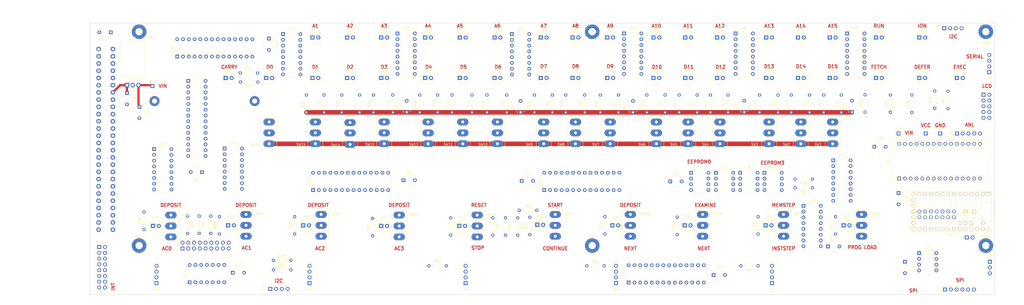
<source format=kicad_pcb>
(kicad_pcb (version 20171130) (host pcbnew "(5.0.2)-1")
  (title_block (title "Nova 1200 front panel") (date 2019-01-06) (rev "Rev 2") (company "Marcel van Herk"))
  (layers (0 F.Cu signal) (31 B.Cu signal hide) (37 F.SilkS user) (38 B.Mask user) (39 F.Mask user) (44 Edge.Cuts user))
  (net 0 "")
  (net 1 "Net-(D5-Pad2)")
  (net 2 "Net-(D25-Pad2)")
  (net 3 "Net-(D24-Pad2)")
  (net 4 "Net-(D23-Pad2)")
  (net 5 "Net-(D22-Pad2)")
  (net 6 "Net-(D21-Pad2)")
  (net 7 "Net-(D20-Pad2)")
  (net 8 "Net-(D19-Pad2)")
  (net 9 "Net-(D18-Pad2)")
  (net 10 "Net-(D16-Pad2)")
  (net 11 "Net-(D6-Pad2)")
  (net 12 "Net-(D3-Pad2)")
  (net 13 "Net-(D2-Pad2)")
  (net 14 "Net-(D1-Pad2)")
  (net 15 "Net-(D27-Pad2)")
  (net 16 "Net-(D14-Pad2)")
  (net 17 "Net-(D15-Pad2)")
  (net 18 "Net-(D17-Pad2)")
  (net 19 "Net-(D36-Pad2)")
  (net 20 "Net-(D13-Pad2)")
  (net 21 "Net-(D7-Pad2)")
  (net 22 "Net-(D8-Pad2)")
  (net 23 "Net-(D9-Pad2)")
  (net 24 "Net-(D10-Pad2)")
  (net 25 "Net-(D11-Pad2)")
  (net 26 "Net-(D12-Pad2)")
  (net 27 "Net-(D28-Pad2)")
  (net 28 "Net-(D37-Pad2)")
  (net 29 "Net-(D35-Pad2)")
  (net 30 "Net-(D4-Pad2)")
  (net 31 "Net-(D29-Pad2)")
  (net 32 "Net-(D30-Pad2)")
  (net 33 "Net-(D31-Pad2)")
  (net 34 "Net-(D32-Pad2)")
  (net 35 "Net-(D33-Pad2)")
  (net 36 "Net-(D34-Pad2)")
  (net 37 "Net-(D26-Pad2)")
  (net 38 /CONTDATA)
  (net 39 /ND7)
  (net 40 /D3)
  (net 41 /ND6)
  (net 42 /D2)
  (net 43 /ND5)
  (net 44 /D1)
  (net 45 /ND4)
  (net 46 /D0)
  (net 47 /A0)
  (net 48 /SEL6)
  (net 49 /A1)
  (net 50 /SEL5)
  (net 51 /A2)
  (net 52 /SEL4)
  (net 53 /SEL1)
  (net 54 /SEL3)
  (net 55 "Net-(U16-Pad11)")
  (net 56 /SEL2)
  (net 57 "Net-(U16-Pad10)")
  (net 58 /SEL7)
  (net 59 /SEL0)
  (net 60 /EXEC)
  (net 61 /DEFER)
  (net 62 /FETCH)
  (net 63 "Net-(U15-Pad11)")
  (net 64 /RUN)
  (net 65 /ION)
  (net 66 /MSTP)
  (net 67 /CON+)
  (net 68 /CONREQ)
  (net 69 /STOP)
  (net 70 /RST)
  (net 71 /PL)
  (net 72 /ISTP)
  (net 73 /CONINST)
  (net 74 /ND3)
  (net 75 /ND2)
  (net 76 /ND1)
  (net 77 /ND0)
  (net 78 /ND11)
  (net 79 /ND10)
  (net 80 /ND9)
  (net 81 /ND8)
  (net 82 /ND12)
  (net 83 /ND13)
  (net 84 /ND14)
  (net 85 /ND15)
  (net 86 /NA7)
  (net 87 /CARRY)
  (net 88 /NA3)
  (net 89 /NA4)
  (net 90 /NA6)
  (net 91 /NA1)
  (net 92 /NA2)
  (net 93 /NA5)
  (net 94 /NA15)
  (net 95 /NA8)
  (net 96 /NA11)
  (net 97 /NA12)
  (net 98 /NA14)
  (net 99 /NA9)
  (net 100 /NA10)
  (net 101 /NA13)
  (net 102 "Net-(A1-Pad1)")
  (net 103 "Net-(A1-Pad17)")
  (net 104 "Net-(A1-Pad2)")
  (net 105 "Net-(A1-Pad3)")
  (net 106 "Net-(A1-Pad27)")
  (net 107 "Net-(A1-Pad28)")
  (net 108 "Net-(A1-Pad30)")
  (net 109 /ENLCD1)
  (net 110 /ENLCD2)
  (net 111 "Net-(J1-Pad37)")
  (net 112 /VCC)
  (net 113 /GND)
  (net 114 "Net-(R54-Pad1)")
  (net 115 "Net-(R52-Pad1)")
  (net 116 "Net-(R48-Pad1)")
  (net 117 "Net-(R53-Pad1)")
  (net 118 "Net-(SW16-Pad2)")
  (net 119 "Net-(SW13-Pad2)")
  (net 120 "Net-(SW14-Pad2)")
  (net 121 "Net-(SW15-Pad2)")
  (net 122 "Net-(SW9-Pad2)")
  (net 123 "Net-(SW12-Pad2)")
  (net 124 "Net-(SW8-Pad2)")
  (net 125 "Net-(SW11-Pad2)")
  (net 126 "Net-(SW7-Pad2)")
  (net 127 "Net-(SW10-Pad2)")
  (net 128 "Net-(SW4-Pad2)")
  (net 129 "Net-(SW1-Pad2)")
  (net 130 "Net-(SW5-Pad2)")
  (net 131 "Net-(SW2-Pad2)")
  (net 132 "Net-(SW6-Pad2)")
  (net 133 "Net-(SW3-Pad2)")
  (net 134 /SELR1)
  (net 135 "Net-(R38-Pad1)")
  (net 136 "Net-(D41-Pad1)")
  (net 137 "Net-(D42-Pad1)")
  (net 138 "Net-(J3-Pad4)")
  (net 139 "Net-(J3-Pad2)")
  (net 140 "Net-(R51-Pad1)")
  (net 141 "Net-(R50-Pad1)")
  (net 142 "Net-(R49-Pad1)")
  (net 143 "Net-(D47-Pad1)")
  (net 144 "Net-(D46-Pad1)")
  (net 145 "Net-(D45-Pad1)")
  (net 146 "Net-(D44-Pad1)")
  (net 147 "Net-(D43-Pad1)")
  (net 148 "Net-(D40-Pad1)")
  (net 149 "Net-(D39-Pad1)")
  (net 150 "Net-(D38-Pad1)")
  (net 151 /VLAMP)
  (net 152 /SDA)
  (net 153 /SCK)
  (net 154 "Net-(U1-Pad19)")
  (net 155 /SWINT)
  (net 156 "Net-(U1-Pad11)")
  (net 157 "Net-(U1-Pad14)")
  (net 158 "Net-(U1-Pad28)")
  (net 159 "Net-(U2-Pad14)")
  (net 160 "Net-(U2-Pad11)")
  (net 161 "Net-(U2-Pad19)")
  (net 162 "Net-(U3-Pad19)")
  (net 163 "Net-(U3-Pad11)")
  (net 164 "Net-(U3-Pad14)")
  (net 165 "Net-(J2-Pad3)")
  (net 166 "Net-(U4-Pad14)")
  (net 167 "Net-(J2-Pad5)")
  (net 168 "Net-(J2-Pad7)")
  (net 169 "Net-(J2-Pad9)")
  (net 170 "Net-(U4-Pad11)")
  (net 171 "Net-(J2-Pad10)")
  (net 172 "Net-(J2-Pad8)")
  (net 173 "Net-(J2-Pad6)")
  (net 174 "Net-(J2-Pad2)")
  (net 175 "Net-(J2-Pad4)")
  (net 176 "Net-(D42-Pad2)")
  (net 177 "Net-(D41-Pad2)")
  (net 178 "Net-(D40-Pad2)")
  (net 179 "Net-(D39-Pad2)")
  (net 180 "Net-(D38-Pad2)")
  (net 181 "Net-(U15-Pad19)")
  (net 182 /KEYINT)
  (net 183 "Net-(U15-Pad14)")
  (net 184 "Net-(U13-Pad6)")
  (net 185 /SERIALOUT)
  (net 186 /SERIALIN)
  (net 187 "Net-(U1-Pad20)")
  (net 188 "Net-(U2-Pad20)")
  (net 189 /LIGHTINT)
  (net 190 "Net-(C14-Pad1)")
  (net 191 "Net-(J3-Pad10)")
  (net 192 "Net-(J2-Pad15)")
  (net 193 "Net-(J2-Pad16)")
  (net 194 "Net-(J2-Pad14)")
  (net 195 "Net-(J2-Pad12)")
  (net 196 "Net-(J2-Pad13)")
  (net 197 "Net-(U24-Pad1)")
  (net 198 "Net-(J2-Pad11)")
  (net 199 /ENOLED2)
  (net 200 /ENOLED1)
  (net 201 "Net-(J3-Pad17)")
  (net 202 "Net-(J3-Pad18)")
  (net 203 "Net-(J3-Pad16)")
  (net 204 "Net-(J3-Pad3)")
  (net 205 "Net-(J3-Pad15)")
  (net 206 "Net-(J3-Pad7)")
  (net 207 "Net-(J3-Pad6)")
  (net 208 "Net-(J3-Pad12)")
  (net 209 /ENOLED0)
  (net 210 "Net-(J12-Pad4)")
  (net 211 "Net-(J11-Pad4)")
  (net 212 "Net-(J17-Pad4)")
  (net 213 "Net-(U18-Pad2)")
  (net 214 "Net-(U18-Pad4)")
  (net 215 "Net-(J16-Pad4)")
  (net 216 "Net-(U18-Pad5)")
  (net 217 "Net-(J15-Pad4)")
  (net 218 "Net-(U22-Pad17)")
  (net 219 "Net-(U22-Pad18)")
  (net 220 /A14)
  (net 221 /SPIVCC)
  (net 222 "Net-(U22-Pad15)")
  (net 223 /MISO)
  (net 224 /CS)
  (net 225 /TA2)
  (net 226 /TA3)
  (net 227 "Net-(U22-Pad32)")
  (net 228 "Net-(U22-Pad34)")
  (net 229 "Net-(U22-Pad35)")
  (net 230 "Net-(U22-Pad36)")
  (net 231 "Net-(U22-Pad37)")
  (net 232 /MOSI)
  (net 233 "Net-(U22-Pad38)")
  (net 234 "Net-(U22-Pad39)")
  (net 235 "Net-(U22-Pad40)")
  (net 236 "Net-(U22-Pad41)")
  (net 237 "Net-(U22-Pad42)")
  (net 238 "Net-(U22-Pad43)")
  (net 239 "Net-(U22-Pad44)")
  (net 240 "Net-(U22-Pad45)")
  (net 241 "Net-(U22-Pad46)")
  (net 242 "Net-(U22-Pad47)")
  (net 243 "Net-(U22-Pad48)")
  (net 244 "Net-(U22-Pad49)")
  (net 245 "Net-(U22-Pad50)")
  (net 246 "Net-(U22-Pad51)")
  (net 247 "Net-(U22-Pad52)")
  (net 248 "Net-(J24-Pad4)")
  (net 249 "Net-(U22-Pad16)")
  (net 250 "Net-(C19-Pad1)")
  (module Connector_PinHeader_2.54mm:PinHeader_1x02_P2.54mm_Vertical (layer F.Cu) (at 406.908 109.474 90)
    (fp_text reference J4 (at 0 -2.33 90) (layer F.SilkS))
    (fp_text value Conn_01x02_Male)
    (pad 1 thru_hole rect (at 0 0 90) (size 1.7 1.7) (drill 1) (layers *.Cu *.Mask) (net 112 /VCC))
    (pad 2 thru_hole oval (at 0 2.54 90) (size 1.7 1.7) (drill 1) (layers *.Cu *.Mask) (net 250 "Net-(C19-Pad1)"))
  )
  (module Connector_PinSocket_2.54mm:PinSocket_1x03_P2.54mm_Vertical (layer F.Cu) (at 417.068 120.142)
    (fp_text reference J5 (at 0 -2.77) (layer F.SilkS))
    (fp_text value Conn_01x03_Female)
    (pad 1 thru_hole rect (at 0 0) (size 1.7 1.7) (drill 1) (layers *.Cu *.Mask) (net 113 /GND))
    (pad 2 thru_hole oval (at 0 2.54) (size 1.7 1.7) (drill 1) (layers *.Cu *.Mask) (net 112 /VCC))
    (pad 3 thru_hole oval (at 0 5.08) (size 1.7 1.7) (drill 1) (layers *.Cu *.Mask) (net 40 /D3))
  )
  (module Capacitor_THT:CP_Radial_Tantal_D5.0mm_P5.00mm (layer F.Cu) (at 366.268 69.596)
    (fp_text reference C18 (at 2.5 -3.75) (layer F.SilkS))
    (fp_text value CP1_Small)
    (pad 2 thru_hole circle (at 5 0) (size 1.6 1.6) (drill 0.8) (layers *.Cu *.Mask) (net 113 /GND))
    (pad 1 thru_hole rect (at 0 0) (size 1.6 1.6) (drill 0.8) (layers *.Cu *.Mask) (net 112 /VCC))
  )
  (module Capacitor_THT:CP_Radial_Tantal_D5.0mm_P5.00mm (layer F.Cu) (at 84.328 124.968)
    (fp_text reference C19 (at 2.5 -3.75) (layer F.SilkS))
    (fp_text value CP1_Small)
    (pad 1 thru_hole rect (at 0 0) (size 1.6 1.6) (drill 0.8) (layers *.Cu *.Mask) (net 250 "Net-(C19-Pad1)"))
    (pad 2 thru_hole circle (at 5 0) (size 1.6 1.6) (drill 0.8) (layers *.Cu *.Mask) (net 113 /GND))
  )
  (module Teensy:Teensy30_31_32_LC (layer F.Cu) (at 400.05 98.044 180)
    (fp_text reference U22 (at 0 -10.16 180) (layer F.SilkS))
    (fp_text value Teensy3.2)
    (fp_text user T3.2 (at -10.16 -2.54 270) (layer F.SilkS))
    (fp_text user T3.1 (at -6.35 -2.54 270) (layer F.SilkS))
    (pad 17 thru_hole circle (at 16.51 0 180) (size 1.6 1.6) (drill 1.1) (layers *.Cu *.Mask F.SilkS) (net 218 "Net-(U22-Pad17)"))
    (pad 18 thru_hole circle (at 16.51 -2.54 180) (size 1.6 1.6) (drill 1.1) (layers *.Cu *.Mask F.SilkS) (net 219 "Net-(U22-Pad18)"))
    (pad 19 thru_hole circle (at 16.51 -5.08 180) (size 1.6 1.6) (drill 1.1) (layers *.Cu *.Mask F.SilkS) (net 220 /A14))
    (pad 20 thru_hole circle (at 16.51 -7.62 180) (size 1.6 1.6) (drill 1.1) (layers *.Cu *.Mask F.SilkS) (net 153 /SCK))
    (pad 16 thru_hole circle (at 16.51 2.54 180) (size 1.6 1.6) (drill 1.1) (layers *.Cu *.Mask F.SilkS) (net 249 "Net-(U22-Pad16)"))
    (pad 15 thru_hole circle (at 16.51 5.08 180) (size 1.6 1.6) (drill 1.1) (layers *.Cu *.Mask F.SilkS) (net 222 "Net-(U22-Pad15)"))
    (pad 14 thru_hole circle (at 16.51 7.62 180) (size 1.6 1.6) (drill 1.1) (layers *.Cu *.Mask F.SilkS) (net 223 /MISO))
    (pad 21 thru_hole circle (at 13.97 -7.62 180) (size 1.6 1.6) (drill 1.1) (layers *.Cu *.Mask F.SilkS) (net 224 /CS))
    (pad 22 thru_hole circle (at 11.43 -7.62 180) (size 1.6 1.6) (drill 1.1) (layers *.Cu *.Mask F.SilkS) (net 199 /ENOLED2))
    (pad 23 thru_hole circle (at 8.89 -7.62 180) (size 1.6 1.6) (drill 1.1) (layers *.Cu *.Mask F.SilkS) (net 225 /TA2))
    (pad 24 thru_hole circle (at 6.35 -7.62 180) (size 1.6 1.6) (drill 1.1) (layers *.Cu *.Mask F.SilkS) (net 226 /TA3))
    (pad 25 thru_hole circle (at 3.81 -7.62 180) (size 1.6 1.6) (drill 1.1) (layers *.Cu *.Mask F.SilkS) (net 46 /D0))
    (pad 26 thru_hole circle (at 1.27 -7.62 180) (size 1.6 1.6) (drill 1.1) (layers *.Cu *.Mask F.SilkS) (net 44 /D1))
    (pad 27 thru_hole circle (at -1.27 -7.62 180) (size 1.6 1.6) (drill 1.1) (layers *.Cu *.Mask F.SilkS) (net 42 /D2))
    (pad 28 thru_hole circle (at -3.81 -7.62 180) (size 1.6 1.6) (drill 1.1) (layers *.Cu *.Mask F.SilkS) (net 40 /D3))
    (pad 29 thru_hole circle (at -6.35 -7.62 180) (size 1.6 1.6) (drill 1.1) (layers *.Cu *.Mask F.SilkS) (net 152 /SDA))
    (pad 30 thru_hole circle (at -8.89 -7.62 180) (size 1.6 1.6) (drill 1.1) (layers *.Cu *.Mask F.SilkS) (net 153 /SCK))
    (pad 31 thru_hole circle (at -11.43 -7.62 180) (size 1.6 1.6) (drill 1.1) (layers *.Cu *.Mask F.SilkS) (net 221 /SPIVCC))
    (pad 32 thru_hole circle (at -13.97 -7.62 180) (size 1.6 1.6) (drill 1.1) (layers *.Cu *.Mask F.SilkS) (net 227 "Net-(U22-Pad32)"))
    (pad 33 thru_hole circle (at -16.51 -7.62 180) (size 1.6 1.6) (drill 1.1) (layers *.Cu *.Mask F.SilkS) (net 250 "Net-(C19-Pad1)"))
    (pad 34 thru_hole circle (at -13.97 -5.08 180) (size 1.6 1.6) (drill 1.1) (layers *.Cu *.Mask F.SilkS) (net 228 "Net-(U22-Pad34)"))
    (pad 35 thru_hole circle (at -8.89 -5.08 180) (size 1.6 1.6) (drill 1.1) (layers *.Cu *.Mask F.SilkS) (net 229 "Net-(U22-Pad35)"))
    (pad 36 thru_hole circle (at -6.35 -5.08 180) (size 1.6 1.6) (drill 1.1) (layers *.Cu *.Mask F.SilkS) (net 230 "Net-(U22-Pad36)"))
    (pad 37 thru_hole circle (at -3.81 -5.08 180) (size 1.6 1.6) (drill 1.1) (layers *.Cu *.Mask F.SilkS) (net 231 "Net-(U22-Pad37)"))
    (pad 13 thru_hole circle (at 13.97 7.62 180) (size 1.6 1.6) (drill 1.1) (layers *.Cu *.Mask F.SilkS) (net 232 /MOSI))
    (pad 12 thru_hole circle (at 11.43 7.62 180) (size 1.6 1.6) (drill 1.1) (layers *.Cu *.Mask F.SilkS) (net 200 /ENOLED1))
    (pad 11 thru_hole circle (at 8.89 7.62 180) (size 1.6 1.6) (drill 1.1) (layers *.Cu *.Mask F.SilkS) (net 209 /ENOLED0))
    (pad 10 thru_hole circle (at 6.35 7.62 180) (size 1.6 1.6) (drill 1.1) (layers *.Cu *.Mask F.SilkS) (net 51 /A2))
    (pad 9 thru_hole circle (at 3.81 7.62 180) (size 1.6 1.6) (drill 1.1) (layers *.Cu *.Mask F.SilkS) (net 49 /A1))
    (pad 8 thru_hole circle (at 1.27 7.62 180) (size 1.6 1.6) (drill 1.1) (layers *.Cu *.Mask F.SilkS) (net 47 /A0))
    (pad 7 thru_hole circle (at -1.27 7.62 180) (size 1.6 1.6) (drill 1.1) (layers *.Cu *.Mask F.SilkS) (net 110 /ENLCD2))
    (pad 6 thru_hole circle (at -3.81 7.62 180) (size 1.6 1.6) (drill 1.1) (layers *.Cu *.Mask F.SilkS) (net 109 /ENLCD1))
    (pad 5 thru_hole circle (at -6.35 7.62 180) (size 1.6 1.6) (drill 1.1) (layers *.Cu *.Mask F.SilkS) (net 134 /SELR1))
    (pad 4 thru_hole circle (at -8.89 7.62 180) (size 1.6 1.6) (drill 1.1) (layers *.Cu *.Mask F.SilkS) (net 185 /SERIALOUT))
    (pad 3 thru_hole circle (at -11.43 7.62 180) (size 1.6 1.6) (drill 1.1) (layers *.Cu *.Mask F.SilkS) (net 186 /SERIALIN))
    (pad 2 thru_hole circle (at -13.97 7.62 180) (size 1.6 1.6) (drill 1.1) (layers *.Cu *.Mask F.SilkS) (net 189 /LIGHTINT))
    (pad 1 thru_hole rect (at -16.51 7.62 180) (size 1.6 1.6) (drill 1.1) (layers *.Cu *.Mask F.SilkS) (net 113 /GND))
    (pad 38 thru_hole circle (at -1.27 0 180) (size 1.6 1.6) (drill 1.1) (layers *.Cu *.Mask) (net 233 "Net-(U22-Pad38)"))
    (pad 39 thru_hole circle (at 1.27 0 180) (size 1.6 1.6) (drill 1.1) (layers *.Cu *.Mask) (net 234 "Net-(U22-Pad39)"))
    (pad 40 thru_hole circle (at 3.81 0 180) (size 1.6 1.6) (drill 1.1) (layers *.Cu *.Mask) (net 235 "Net-(U22-Pad40)"))
    (pad 41 thru_hole circle (at 6.35 0 180) (size 1.6 1.6) (drill 1.1) (layers *.Cu *.Mask) (net 236 "Net-(U22-Pad41)"))
    (pad 42 thru_hole circle (at 8.89 0 180) (size 1.6 1.6) (drill 1.1) (layers *.Cu *.Mask) (net 237 "Net-(U22-Pad42)"))
    (pad 43 thru_hole circle (at 11.43 0 180) (size 1.6 1.6) (drill 1.1) (layers *.Cu *.Mask) (net 238 "Net-(U22-Pad43)"))
    (pad 44 thru_hole circle (at 13.97 0 180) (size 1.6 1.6) (drill 1.1) (layers *.Cu *.Mask) (net 239 "Net-(U22-Pad44)"))
    (pad 45 thru_hole circle (at 13.97 -2.54 180) (size 1.6 1.6) (drill 1.1) (layers *.Cu *.Mask) (net 240 "Net-(U22-Pad45)"))
    (pad 46 thru_hole circle (at 11.43 -2.54 180) (size 1.6 1.6) (drill 1.1) (layers *.Cu *.Mask) (net 241 "Net-(U22-Pad46)"))
    (pad 47 thru_hole circle (at 8.89 -2.54 180) (size 1.6 1.6) (drill 1.1) (layers *.Cu *.Mask) (net 242 "Net-(U22-Pad47)"))
    (pad 48 thru_hole circle (at 6.35 -2.54 180) (size 1.6 1.6) (drill 1.1) (layers *.Cu *.Mask) (net 243 "Net-(U22-Pad48)"))
    (pad 49 thru_hole circle (at 3.81 -2.54 180) (size 1.6 1.6) (drill 1.1) (layers *.Cu *.Mask) (net 244 "Net-(U22-Pad49)"))
    (pad 50 thru_hole circle (at 1.27 -2.54 180) (size 1.6 1.6) (drill 1.1) (layers *.Cu *.Mask) (net 245 "Net-(U22-Pad50)"))
    (pad 51 thru_hole circle (at -1.27 -2.54 180) (size 1.6 1.6) (drill 1.1) (layers *.Cu *.Mask) (net 246 "Net-(U22-Pad51)"))
    (pad 52 thru_hole circle (at -6.35 0 180) (size 1.9 1.9) (drill 0.5) (layers *.Cu *.Mask F.SilkS) (net 247 "Net-(U22-Pad52)"))
    (pad 52 thru_hole circle (at -10.16 0 180) (size 1.9 1.9) (drill 0.5) (layers *.Cu *.Mask F.SilkS) (net 247 "Net-(U22-Pad52)"))
  )
  (module Capacitor_THT:CP_Radial_Tantal_D5.0mm_P5.00mm (layer F.Cu) (at 345.948 113.411)
    (fp_text reference C17 (at 2.5 -3.75) (layer F.SilkS))
    (fp_text value CP1_Small)
    (pad 2 thru_hole circle (at 5 0) (size 1.6 1.6) (drill 0.8) (layers *.Cu *.Mask) (net 113 /GND))
    (pad 1 thru_hole rect (at 0 0) (size 1.6 1.6) (drill 0.8) (layers *.Cu *.Mask) (net 112 /VCC))
  )
  (module Capacitor_THT:CP_Radial_Tantal_D5.0mm_P5.00mm (layer F.Cu) (at 379.73 120.142 270)
    (fp_text reference C16 (at 2.5 -3.75 270) (layer F.SilkS))
    (fp_text value CP1_Small)
    (pad 2 thru_hole circle (at 5 0 270) (size 1.6 1.6) (drill 0.8) (layers *.Cu *.Mask) (net 113 /GND))
    (pad 1 thru_hole rect (at 0 0 270) (size 1.6 1.6) (drill 0.8) (layers *.Cu *.Mask) (net 221 /SPIVCC))
  )
  (module Connector_PinHeader_2.54mm:PinHeader_1x06_P2.54mm_Vertical (layer F.Cu) (at 397.383 132.334 90)
    (fp_text reference J24 (at 0 -2.33 90) (layer F.SilkS))
    (fp_text value Conn_01x06_Male)
    (pad 1 thru_hole rect (at 0 0 90) (size 1.7 1.7) (drill 1) (layers *.Cu *.Mask) (net 113 /GND))
    (pad 2 thru_hole oval (at 0 2.54 90) (size 1.7 1.7) (drill 1) (layers *.Cu *.Mask) (net 223 /MISO))
    (pad 3 thru_hole oval (at 0 5.08 90) (size 1.7 1.7) (drill 1) (layers *.Cu *.Mask) (net 232 /MOSI))
    (pad 4 thru_hole oval (at 0 7.62 90) (size 1.7 1.7) (drill 1) (layers *.Cu *.Mask) (net 248 "Net-(J24-Pad4)"))
    (pad 5 thru_hole oval (at 0 10.16 90) (size 1.7 1.7) (drill 1) (layers *.Cu *.Mask) (net 224 /CS))
    (pad 6 thru_hole oval (at 0 12.7 90) (size 1.7 1.7) (drill 1) (layers *.Cu *.Mask) (net 221 /SPIVCC))
  )
  (module Package_DIP:DIP-8_W7.62mm (layer F.Cu) (at 385.953 116.332)
    (fp_text reference U21 (at 3.81 -2.33) (layer F.SilkS))
    (fp_text value 25LCxxx)
    (pad 1 thru_hole rect (at 0 0) (size 1.6 1.6) (drill 0.8) (layers *.Cu *.Mask) (net 224 /CS))
    (pad 5 thru_hole oval (at 7.62 7.62) (size 1.6 1.6) (drill 0.8) (layers *.Cu *.Mask) (net 232 /MOSI))
    (pad 2 thru_hole oval (at 0 2.54) (size 1.6 1.6) (drill 0.8) (layers *.Cu *.Mask) (net 223 /MISO))
    (pad 6 thru_hole oval (at 7.62 5.08) (size 1.6 1.6) (drill 0.8) (layers *.Cu *.Mask) (net 248 "Net-(J24-Pad4)"))
    (pad 3 thru_hole oval (at 0 5.08) (size 1.6 1.6) (drill 0.8) (layers *.Cu *.Mask) (net 221 /SPIVCC))
    (pad 7 thru_hole oval (at 7.62 2.54) (size 1.6 1.6) (drill 0.8) (layers *.Cu *.Mask) (net 221 /SPIVCC))
    (pad 4 thru_hole oval (at 0 7.62) (size 1.6 1.6) (drill 0.8) (layers *.Cu *.Mask) (net 113 /GND))
    (pad 8 thru_hole oval (at 7.62 0) (size 1.6 1.6) (drill 0.8) (layers *.Cu *.Mask) (net 221 /SPIVCC))
  )
  (module Connector_PinHeader_2.54mm:PinHeader_1x05_P2.54mm_Vertical (layer F.Cu) (at 402.59 63.754 90)
    (fp_text reference J9 (at 0 -2.33 90) (layer F.SilkS))
    (fp_text value Conn_01x05_Male)
    (pad 1 thru_hole rect (at 0 0 90) (size 1.7 1.7) (drill 1) (layers *.Cu *.Mask) (net 113 /GND))
    (pad 2 thru_hole oval (at 0 2.54 90) (size 1.7 1.7) (drill 1) (layers *.Cu *.Mask) (net 225 /TA2))
    (pad 3 thru_hole oval (at 0 5.08 90) (size 1.7 1.7) (drill 1) (layers *.Cu *.Mask) (net 226 /TA3))
    (pad 4 thru_hole oval (at 0 7.62 90) (size 1.7 1.7) (drill 1) (layers *.Cu *.Mask) (net 220 /A14))
    (pad 5 thru_hole oval (at 0 10.16 90) (size 1.7 1.7) (drill 1) (layers *.Cu *.Mask) (net 221 /SPIVCC))
  )
  (module Resistor_THT:R_Axial_DIN0204_L3.6mm_D1.6mm_P7.62mm_Horizontal (layer F.Cu) (at 102.235 123.698)
    (fp_text reference R57 (at 3.81 -1.92) (layer F.SilkS))
    (fp_text value 100K)
    (pad 1 thru_hole circle (at 0 0) (size 1.4 1.4) (drill 0.7) (layers *.Cu *.Mask) (net 112 /VCC))
    (pad 2 thru_hole oval (at 7.62 0) (size 1.4 1.4) (drill 0.7) (layers *.Cu *.Mask) (net 211 "Net-(J11-Pad4)"))
  )
  (module Resistor_THT:R_Axial_DIN0204_L3.6mm_D1.6mm_P7.62mm_Horizontal (layer F.Cu) (at 102.235 119.507)
    (fp_text reference R58 (at 3.81 -1.92) (layer F.SilkS))
    (fp_text value 100K)
    (pad 2 thru_hole oval (at 7.62 0) (size 1.4 1.4) (drill 0.7) (layers *.Cu *.Mask) (net 210 "Net-(J12-Pad4)"))
    (pad 1 thru_hole circle (at 0 0) (size 1.4 1.4) (drill 0.7) (layers *.Cu *.Mask) (net 112 /VCC))
  )
  (module Resistor_THT:R_Axial_DIN0204_L3.6mm_D1.6mm_P7.62mm_Horizontal (layer F.Cu) (at 170.561 121.92)
    (fp_text reference R59 (at 3.81 -1.92) (layer F.SilkS))
    (fp_text value 100K)
    (pad 1 thru_hole circle (at 0 0) (size 1.4 1.4) (drill 0.7) (layers *.Cu *.Mask) (net 112 /VCC))
    (pad 2 thru_hole oval (at 7.62 0) (size 1.4 1.4) (drill 0.7) (layers *.Cu *.Mask) (net 217 "Net-(J15-Pad4)"))
  )
  (module Resistor_THT:R_Axial_DIN0204_L3.6mm_D1.6mm_P7.62mm_Horizontal (layer F.Cu) (at 239.903 121.92)
    (fp_text reference R60 (at 3.81 -1.92) (layer F.SilkS))
    (fp_text value 100K)
    (pad 2 thru_hole oval (at 7.62 0) (size 1.4 1.4) (drill 0.7) (layers *.Cu *.Mask) (net 215 "Net-(J16-Pad4)"))
    (pad 1 thru_hole circle (at 0 0) (size 1.4 1.4) (drill 0.7) (layers *.Cu *.Mask) (net 112 /VCC))
  )
  (module Resistor_THT:R_Axial_DIN0204_L3.6mm_D1.6mm_P7.62mm_Horizontal (layer F.Cu) (at 315.214 121.92 180)
    (fp_text reference R61 (at 3.81 -1.92 180) (layer F.SilkS))
    (fp_text value 100K)
    (pad 1 thru_hole circle (at 0 0 180) (size 1.4 1.4) (drill 0.7) (layers *.Cu *.Mask) (net 112 /VCC))
    (pad 2 thru_hole oval (at 7.62 0 180) (size 1.4 1.4) (drill 0.7) (layers *.Cu *.Mask) (net 212 "Net-(J17-Pad4)"))
  )
  (module Package_DIP:DIP-16_W7.62mm (layer F.Cu) (at 335.135 95.555)
    (fp_text reference U18 (at 3.81 -2.33) (layer F.SilkS))
    (fp_text value 4051)
    (pad 1 thru_hole rect (at 0 0) (size 1.6 1.6) (drill 0.8) (layers *.Cu *.Mask) (net 212 "Net-(J17-Pad4)"))
    (pad 9 thru_hole oval (at 7.62 17.78) (size 1.6 1.6) (drill 0.8) (layers *.Cu *.Mask) (net 199 /ENOLED2))
    (pad 2 thru_hole oval (at 0 2.54) (size 1.6 1.6) (drill 0.8) (layers *.Cu *.Mask) (net 213 "Net-(U18-Pad2)"))
    (pad 10 thru_hole oval (at 7.62 15.24) (size 1.6 1.6) (drill 0.8) (layers *.Cu *.Mask) (net 200 /ENOLED1))
    (pad 3 thru_hole oval (at 0 5.08) (size 1.6 1.6) (drill 0.8) (layers *.Cu *.Mask) (net 152 /SDA))
    (pad 11 thru_hole oval (at 7.62 12.7) (size 1.6 1.6) (drill 0.8) (layers *.Cu *.Mask) (net 209 /ENOLED0))
    (pad 4 thru_hole oval (at 0 7.62) (size 1.6 1.6) (drill 0.8) (layers *.Cu *.Mask) (net 214 "Net-(U18-Pad4)"))
    (pad 12 thru_hole oval (at 7.62 10.16) (size 1.6 1.6) (drill 0.8) (layers *.Cu *.Mask) (net 215 "Net-(J16-Pad4)"))
    (pad 5 thru_hole oval (at 0 10.16) (size 1.6 1.6) (drill 0.8) (layers *.Cu *.Mask) (net 216 "Net-(U18-Pad5)"))
    (pad 13 thru_hole oval (at 7.62 7.62) (size 1.6 1.6) (drill 0.8) (layers *.Cu *.Mask) (net 211 "Net-(J11-Pad4)"))
    (pad 6 thru_hole oval (at 0 12.7) (size 1.6 1.6) (drill 0.8) (layers *.Cu *.Mask) (net 113 /GND))
    (pad 14 thru_hole oval (at 7.62 5.08) (size 1.6 1.6) (drill 0.8) (layers *.Cu *.Mask) (net 210 "Net-(J12-Pad4)"))
    (pad 7 thru_hole oval (at 0 15.24) (size 1.6 1.6) (drill 0.8) (layers *.Cu *.Mask) (net 113 /GND))
    (pad 15 thru_hole oval (at 7.62 2.54) (size 1.6 1.6) (drill 0.8) (layers *.Cu *.Mask) (net 217 "Net-(J15-Pad4)"))
    (pad 8 thru_hole oval (at 0 17.78) (size 1.6 1.6) (drill 0.8) (layers *.Cu *.Mask) (net 113 /GND))
    (pad 16 thru_hole oval (at 7.62 0) (size 1.6 1.6) (drill 0.8) (layers *.Cu *.Mask) (net 112 /VCC))
  )
  (module Resistor_THT:R_Axial_DIN0204_L3.6mm_D1.6mm_P7.62mm_Horizontal (layer F.Cu) (at 339.09 87.63 180)
    (fp_text reference R55 (at 3.81 -1.92 180) (layer F.SilkS))
    (fp_text value 4K7)
    (pad 2 thru_hole oval (at 7.62 0 180) (size 1.4 1.4) (drill 0.7) (layers *.Cu *.Mask) (net 152 /SDA))
    (pad 1 thru_hole circle (at 0 0 180) (size 1.4 1.4) (drill 0.7) (layers *.Cu *.Mask) (net 112 /VCC))
  )
  (module Resistor_THT:R_Axial_DIN0204_L3.6mm_D1.6mm_P7.62mm_Horizontal (layer F.Cu) (at 339.09 83.82 180)
    (fp_text reference R56 (at 3.81 -1.92 180) (layer F.SilkS))
    (fp_text value 4K7)
    (pad 1 thru_hole circle (at 0 0 180) (size 1.4 1.4) (drill 0.7) (layers *.Cu *.Mask) (net 112 /VCC))
    (pad 2 thru_hole oval (at 7.62 0 180) (size 1.4 1.4) (drill 0.7) (layers *.Cu *.Mask) (net 153 /SCK))
  )
  (module Connector_PinHeader_2.54mm:PinHeader_2x09_P2.54mm_Vertical (layer F.Cu) (at 62.23 114.3 90)
    (fp_text reference J3 (at 1.27 -2.33 90) (layer F.SilkS))
    (fp_text value "Conn_02x09_Odd Even")
    (pad 1 thru_hole rect (at 0 0 90) (size 1.7 1.7) (drill 1) (layers *.Cu *.Mask) (net 113 /GND))
    (pad 2 thru_hole oval (at 2.54 0 90) (size 1.7 1.7) (drill 1) (layers *.Cu *.Mask) (net 139 "Net-(J3-Pad2)"))
    (pad 3 thru_hole oval (at 0 2.54 90) (size 1.7 1.7) (drill 1) (layers *.Cu *.Mask) (net 204 "Net-(J3-Pad3)"))
    (pad 4 thru_hole oval (at 2.54 2.54 90) (size 1.7 1.7) (drill 1) (layers *.Cu *.Mask) (net 138 "Net-(J3-Pad4)"))
    (pad 5 thru_hole oval (at 0 5.08 90) (size 1.7 1.7) (drill 1) (layers *.Cu *.Mask) (net 180 "Net-(D38-Pad2)"))
    (pad 6 thru_hole oval (at 2.54 5.08 90) (size 1.7 1.7) (drill 1) (layers *.Cu *.Mask) (net 207 "Net-(J3-Pad6)"))
    (pad 7 thru_hole oval (at 0 7.62 90) (size 1.7 1.7) (drill 1) (layers *.Cu *.Mask) (net 206 "Net-(J3-Pad7)"))
    (pad 8 thru_hole oval (at 2.54 7.62 90) (size 1.7 1.7) (drill 1) (layers *.Cu *.Mask) (net 137 "Net-(D42-Pad1)"))
    (pad 9 thru_hole oval (at 0 10.16 90) (size 1.7 1.7) (drill 1) (layers *.Cu *.Mask) (net 179 "Net-(D39-Pad2)"))
    (pad 10 thru_hole oval (at 2.54 10.16 90) (size 1.7 1.7) (drill 1) (layers *.Cu *.Mask) (net 191 "Net-(J3-Pad10)"))
    (pad 11 thru_hole oval (at 0 12.7 90) (size 1.7 1.7) (drill 1) (layers *.Cu *.Mask) (net 178 "Net-(D40-Pad2)"))
    (pad 12 thru_hole oval (at 2.54 12.7 90) (size 1.7 1.7) (drill 1) (layers *.Cu *.Mask) (net 208 "Net-(J3-Pad12)"))
    (pad 13 thru_hole oval (at 0 15.24 90) (size 1.7 1.7) (drill 1) (layers *.Cu *.Mask) (net 177 "Net-(D41-Pad2)"))
    (pad 14 thru_hole oval (at 2.54 15.24 90) (size 1.7 1.7) (drill 1) (layers *.Cu *.Mask) (net 176 "Net-(D42-Pad2)"))
    (pad 15 thru_hole oval (at 0 17.78 90) (size 1.7 1.7) (drill 1) (layers *.Cu *.Mask) (net 205 "Net-(J3-Pad15)"))
    (pad 16 thru_hole oval (at 2.54 17.78 90) (size 1.7 1.7) (drill 1) (layers *.Cu *.Mask) (net 203 "Net-(J3-Pad16)"))
    (pad 17 thru_hole oval (at 0 20.32 90) (size 1.7 1.7) (drill 1) (layers *.Cu *.Mask) (net 201 "Net-(J3-Pad17)"))
    (pad 18 thru_hole oval (at 2.54 20.32 90) (size 1.7 1.7) (drill 1) (layers *.Cu *.Mask) (net 202 "Net-(J3-Pad18)"))
  )
  (module Connector_PinHeader_2.54mm:PinHeader_2x08_P2.54mm_Vertical (layer F.Cu) (at 25.654 113.665)
    (fp_text reference J2 (at 1.27 -2.33) (layer F.SilkS))
    (fp_text value Conn_02x05_Odd_Even)
    (pad 1 thru_hole rect (at 0 0) (size 1.7 1.7) (drill 1) (layers *.Cu *.Mask) (net 113 /GND))
    (pad 2 thru_hole oval (at 2.54 0) (size 1.7 1.7) (drill 1) (layers *.Cu *.Mask) (net 174 "Net-(J2-Pad2)"))
    (pad 3 thru_hole oval (at 0 2.54) (size 1.7 1.7) (drill 1) (layers *.Cu *.Mask) (net 165 "Net-(J2-Pad3)"))
    (pad 4 thru_hole oval (at 2.54 2.54) (size 1.7 1.7) (drill 1) (layers *.Cu *.Mask) (net 175 "Net-(J2-Pad4)"))
    (pad 5 thru_hole oval (at 0 5.08) (size 1.7 1.7) (drill 1) (layers *.Cu *.Mask) (net 167 "Net-(J2-Pad5)"))
    (pad 6 thru_hole oval (at 2.54 5.08) (size 1.7 1.7) (drill 1) (layers *.Cu *.Mask) (net 173 "Net-(J2-Pad6)"))
    (pad 7 thru_hole oval (at 0 7.62) (size 1.7 1.7) (drill 1) (layers *.Cu *.Mask) (net 168 "Net-(J2-Pad7)"))
    (pad 8 thru_hole oval (at 2.54 7.62) (size 1.7 1.7) (drill 1) (layers *.Cu *.Mask) (net 172 "Net-(J2-Pad8)"))
    (pad 9 thru_hole oval (at 0 10.16) (size 1.7 1.7) (drill 1) (layers *.Cu *.Mask) (net 169 "Net-(J2-Pad9)"))
    (pad 10 thru_hole oval (at 2.54 10.16) (size 1.7 1.7) (drill 1) (layers *.Cu *.Mask) (net 171 "Net-(J2-Pad10)"))
    (pad 11 thru_hole oval (at 0 12.7) (size 1.7 1.7) (drill 1) (layers *.Cu *.Mask) (net 198 "Net-(J2-Pad11)"))
    (pad 12 thru_hole oval (at 2.54 12.7) (size 1.7 1.7) (drill 1) (layers *.Cu *.Mask) (net 195 "Net-(J2-Pad12)"))
    (pad 13 thru_hole oval (at 0 15.24) (size 1.7 1.7) (drill 1) (layers *.Cu *.Mask) (net 196 "Net-(J2-Pad13)"))
    (pad 14 thru_hole oval (at 2.54 15.24) (size 1.7 1.7) (drill 1) (layers *.Cu *.Mask) (net 194 "Net-(J2-Pad14)"))
    (pad 15 thru_hole oval (at 0 17.78) (size 1.7 1.7) (drill 1) (layers *.Cu *.Mask) (net 192 "Net-(J2-Pad15)"))
    (pad 16 thru_hole oval (at 2.54 17.78) (size 1.7 1.7) (drill 1) (layers *.Cu *.Mask) (net 193 "Net-(J2-Pad16)"))
  )
  (module Connector_PinHeader_2.54mm:PinHeader_1x01_P2.54mm_Vertical (layer F.Cu) (at 395.224 63.754)
    (fp_text reference J20 (at 0 -2.33) (layer F.SilkS))
    (fp_text value Conn_01x01_Male)
    (pad 1 thru_hole rect (at 0 0) (size 1.7 1.7) (drill 1) (layers *.Cu *.Mask) (net 113 /GND))
  )
  (module Connector_PinSocket_2.54mm:PinSocket_1x04_P2.54mm_Vertical (layer F.Cu) (at 100.838 132.08 90)
    (fp_text reference J19 (at 0 -2.77 90) (layer F.SilkS))
    (fp_text value Conn_01x04_Male)
    (pad 1 thru_hole rect (at 0 0 90) (size 1.7 1.7) (drill 1) (layers *.Cu *.Mask) (net 113 /GND))
    (pad 2 thru_hole oval (at 0 2.54 90) (size 1.7 1.7) (drill 1) (layers *.Cu *.Mask) (net 112 /VCC))
    (pad 3 thru_hole oval (at 0 5.08 90) (size 1.7 1.7) (drill 1) (layers *.Cu *.Mask) (net 152 /SDA))
    (pad 4 thru_hole oval (at 0 7.62 90) (size 1.7 1.7) (drill 1) (layers *.Cu *.Mask) (net 153 /SCK))
  )
  (module Connector_PinSocket_2.54mm:PinSocket_1x04_P2.54mm_Vertical (layer F.Cu) (at 397.002 17.526 90)
    (fp_text reference J18 (at 0 -2.77 90) (layer F.SilkS))
    (fp_text value Conn_01x04_Male)
    (pad 4 thru_hole oval (at 0 7.62 90) (size 1.7 1.7) (drill 1) (layers *.Cu *.Mask) (net 152 /SDA))
    (pad 3 thru_hole oval (at 0 5.08 90) (size 1.7 1.7) (drill 1) (layers *.Cu *.Mask) (net 153 /SCK))
    (pad 2 thru_hole oval (at 0 2.54 90) (size 1.7 1.7) (drill 1) (layers *.Cu *.Mask) (net 112 /VCC))
    (pad 1 thru_hole rect (at 0 0 90) (size 1.7 1.7) (drill 1) (layers *.Cu *.Mask) (net 113 /GND))
  )
  (module Connector_PinSocket_2.54mm:PinSocket_1x04_P2.54mm_Vertical (layer F.Cu) (at 321.31 129.54 180)
    (fp_text reference J17 (at 0 -2.77 180) (layer F.SilkS))
    (fp_text value Conn_01x04_Female)
    (pad 1 thru_hole rect (at 0 0 180) (size 1.7 1.7) (drill 1) (layers *.Cu *.Mask) (net 113 /GND))
    (pad 2 thru_hole oval (at 0 2.54 180) (size 1.7 1.7) (drill 1) (layers *.Cu *.Mask) (net 112 /VCC))
    (pad 3 thru_hole oval (at 0 5.08 180) (size 1.7 1.7) (drill 1) (layers *.Cu *.Mask) (net 153 /SCK))
    (pad 4 thru_hole oval (at 0 7.62 180) (size 1.7 1.7) (drill 1) (layers *.Cu *.Mask) (net 212 "Net-(J17-Pad4)"))
  )
  (module Package_DIP:DIP-14_W7.62mm (layer F.Cu) (at 65.405 129.159 90)
    (fp_text reference U24 (at 3.81 -2.33 90) (layer F.SilkS))
    (fp_text value 7402)
    (pad 1 thru_hole rect (at 0 0 90) (size 1.6 1.6) (drill 0.8) (layers *.Cu *.Mask) (net 197 "Net-(U24-Pad1)"))
    (pad 8 thru_hole oval (at 7.62 15.24 90) (size 1.6 1.6) (drill 0.8) (layers *.Cu *.Mask) (net 198 "Net-(J2-Pad11)"))
    (pad 2 thru_hole oval (at 0 2.54 90) (size 1.6 1.6) (drill 0.8) (layers *.Cu *.Mask) (net 196 "Net-(J2-Pad13)"))
    (pad 9 thru_hole oval (at 7.62 12.7 90) (size 1.6 1.6) (drill 0.8) (layers *.Cu *.Mask) (net 169 "Net-(J2-Pad9)"))
    (pad 3 thru_hole oval (at 0 5.08 90) (size 1.6 1.6) (drill 0.8) (layers *.Cu *.Mask) (net 174 "Net-(J2-Pad2)"))
    (pad 10 thru_hole oval (at 7.62 10.16 90) (size 1.6 1.6) (drill 0.8) (layers *.Cu *.Mask) (net 167 "Net-(J2-Pad5)"))
    (pad 4 thru_hole oval (at 0 7.62 90) (size 1.6 1.6) (drill 0.8) (layers *.Cu *.Mask) (net 174 "Net-(J2-Pad2)"))
    (pad 11 thru_hole oval (at 7.62 7.62 90) (size 1.6 1.6) (drill 0.8) (layers *.Cu *.Mask) (net 167 "Net-(J2-Pad5)"))
    (pad 5 thru_hole oval (at 0 10.16 90) (size 1.6 1.6) (drill 0.8) (layers *.Cu *.Mask) (net 165 "Net-(J2-Pad3)"))
    (pad 12 thru_hole oval (at 7.62 5.08 90) (size 1.6 1.6) (drill 0.8) (layers *.Cu *.Mask) (net 168 "Net-(J2-Pad7)"))
    (pad 6 thru_hole oval (at 0 12.7 90) (size 1.6 1.6) (drill 0.8) (layers *.Cu *.Mask) (net 197 "Net-(U24-Pad1)"))
    (pad 13 thru_hole oval (at 7.62 2.54 90) (size 1.6 1.6) (drill 0.8) (layers *.Cu *.Mask) (net 198 "Net-(J2-Pad11)"))
    (pad 7 thru_hole oval (at 0 15.24 90) (size 1.6 1.6) (drill 0.8) (layers *.Cu *.Mask) (net 113 /GND))
    (pad 14 thru_hole oval (at 7.62 0 90) (size 1.6 1.6) (drill 0.8) (layers *.Cu *.Mask) (net 112 /VCC))
  )
  (module MountingHole:MountingHole_2.2mm_M2_Pad (layer F.Cu) (at 93.96 49.53)
    (fp_text reference H1 (at 0 -3.2) (layer F.SilkS))
    (fp_text value MountingHole_Pad)
    (pad 1 thru_hole circle (at 0 0) (size 4.4 4.4) (drill 2.2) (layers *.Cu *.Mask) (net 113 /GND))
  )
  (module MountingHole:MountingHole_2.2mm_M2_Pad (layer F.Cu) (at 49.96 49.53)
    (fp_text reference H2 (at 0 -3.2) (layer F.SilkS))
    (fp_text value MountingHole_Pad)
    (pad 1 thru_hole circle (at 0 0) (size 4.4 4.4) (drill 2.2) (layers *.Cu *.Mask) (net 113 /GND))
  )
  (module "Button_Switch_Keyboard:nova frontpanel layout" (layer F.Cu) (at 207.01 70.612)
    (fp_text reference FPIMAGE1 hide)
    (fp_text value MountingHole hide)
  )
  (module MountingHole:MountingHole_3.2mm_M3_Pad (layer F.Cu) (at 43.18 19.05)
    (fp_text reference PAD2 (at 5.08 2.794) (layer F.SilkS))
    (fp_text value MountingHole_Pad)
    (pad 1 thru_hole circle (at 0 0) (size 6.4 6.4) (drill 3.2) (layers *.Cu *.Mask) (net 113 /GND))
  )
  (module Connector_PinHeader_2.54mm:PinHeader_1x04_P2.54mm_Vertical (layer F.Cu) (at 416.814 36.83 180)
    (fp_text reference J7 (at 0 -2.33 180) (layer F.SilkS))
    (fp_text value Conn_01x04)
    (pad 1 thru_hole rect (at 0 0 180) (size 1.7 1.7) (drill 1) (layers *.Cu *.Mask) (net 113 /GND))
    (pad 2 thru_hole oval (at 0 2.54 180) (size 1.7 1.7) (drill 1) (layers *.Cu *.Mask) (net 185 /SERIALOUT))
    (pad 3 thru_hole oval (at 0 5.08 180) (size 1.7 1.7) (drill 1) (layers *.Cu *.Mask) (net 186 /SERIALIN))
    (pad 4 thru_hole oval (at 0 7.62 180) (size 1.7 1.7) (drill 1) (layers *.Cu *.Mask) (net 112 /VCC))
  )
  (module Connector_PinHeader_2.54mm:PinHeader_2x05_P2.54mm_Vertical (layer F.Cu) (at 414.274 46.736)
    (fp_text reference J6 (at 1.27 -2.33) (layer F.SilkS))
    (fp_text value Conn_02x05_Odd_Even)
    (pad 1 thru_hole rect (at 0 0) (size 1.7 1.7) (drill 1) (layers *.Cu *.Mask) (net 113 /GND))
    (pad 2 thru_hole oval (at 2.54 0) (size 1.7 1.7) (drill 1) (layers *.Cu *.Mask) (net 112 /VCC))
    (pad 3 thru_hole oval (at 0 2.54) (size 1.7 1.7) (drill 1) (layers *.Cu *.Mask) (net 47 /A0))
    (pad 4 thru_hole oval (at 2.54 2.54) (size 1.7 1.7) (drill 1) (layers *.Cu *.Mask) (net 109 /ENLCD1))
    (pad 5 thru_hole oval (at 0 5.08) (size 1.7 1.7) (drill 1) (layers *.Cu *.Mask) (net 46 /D0))
    (pad 6 thru_hole oval (at 2.54 5.08) (size 1.7 1.7) (drill 1) (layers *.Cu *.Mask) (net 44 /D1))
    (pad 7 thru_hole oval (at 0 7.62) (size 1.7 1.7) (drill 1) (layers *.Cu *.Mask) (net 42 /D2))
    (pad 8 thru_hole oval (at 2.54 7.62) (size 1.7 1.7) (drill 1) (layers *.Cu *.Mask) (net 40 /D3))
    (pad 9 thru_hole oval (at 0 10.16) (size 1.7 1.7) (drill 1) (layers *.Cu *.Mask) (net 225 /TA2))
    (pad 10 thru_hole oval (at 2.54 10.16) (size 1.7 1.7) (drill 1) (layers *.Cu *.Mask) (net 110 /ENLCD2))
  )
  (module Connector_PinSocket_2.54mm:PinSocket_1x04_P2.54mm_Vertical (layer F.Cu) (at 252.73 129.54 180)
    (fp_text reference J16 (at 0 -2.77 180) (layer F.SilkS))
    (fp_text value Conn_01x04_Female)
    (pad 1 thru_hole rect (at 0 0 180) (size 1.7 1.7) (drill 1) (layers *.Cu *.Mask) (net 113 /GND))
    (pad 2 thru_hole oval (at 0 2.54 180) (size 1.7 1.7) (drill 1) (layers *.Cu *.Mask) (net 112 /VCC))
    (pad 3 thru_hole oval (at 0 5.08 180) (size 1.7 1.7) (drill 1) (layers *.Cu *.Mask) (net 153 /SCK))
    (pad 4 thru_hole oval (at 0 7.62 180) (size 1.7 1.7) (drill 1) (layers *.Cu *.Mask) (net 215 "Net-(J16-Pad4)"))
  )
  (module Connector_PinSocket_2.54mm:PinSocket_1x04_P2.54mm_Vertical (layer F.Cu) (at 186.69 129.54 180)
    (fp_text reference J15 (at 0 -2.77 180) (layer F.SilkS))
    (fp_text value Conn_01x04_Female)
    (pad 4 thru_hole oval (at 0 7.62 180) (size 1.7 1.7) (drill 1) (layers *.Cu *.Mask) (net 217 "Net-(J15-Pad4)"))
    (pad 3 thru_hole oval (at 0 5.08 180) (size 1.7 1.7) (drill 1) (layers *.Cu *.Mask) (net 153 /SCK))
    (pad 2 thru_hole oval (at 0 2.54 180) (size 1.7 1.7) (drill 1) (layers *.Cu *.Mask) (net 112 /VCC))
    (pad 1 thru_hole rect (at 0 0 180) (size 1.7 1.7) (drill 1) (layers *.Cu *.Mask) (net 113 /GND))
  )
  (module Connector_PinSocket_2.54mm:PinSocket_1x04_P2.54mm_Vertical (layer F.Cu) (at 118.11 129.54 180)
    (fp_text reference J12 (at 0 -2.77 180) (layer F.SilkS))
    (fp_text value Conn_01x04_Female)
    (pad 1 thru_hole rect (at 0 0 180) (size 1.7 1.7) (drill 1) (layers *.Cu *.Mask) (net 113 /GND))
    (pad 2 thru_hole oval (at 0 2.54 180) (size 1.7 1.7) (drill 1) (layers *.Cu *.Mask) (net 112 /VCC))
    (pad 3 thru_hole oval (at 0 5.08 180) (size 1.7 1.7) (drill 1) (layers *.Cu *.Mask) (net 153 /SCK))
    (pad 4 thru_hole oval (at 0 7.62 180) (size 1.7 1.7) (drill 1) (layers *.Cu *.Mask) (net 210 "Net-(J12-Pad4)"))
  )
  (module Connector_PinSocket_2.54mm:PinSocket_1x04_P2.54mm_Vertical (layer F.Cu) (at 50.8 129.54 180)
    (fp_text reference J11 (at 0 -2.77 180) (layer F.SilkS))
    (fp_text value Conn_01x04_Female)
    (pad 1 thru_hole rect (at 0 0 180) (size 1.7 1.7) (drill 1) (layers *.Cu *.Mask) (net 113 /GND))
    (pad 2 thru_hole oval (at 0 2.54 180) (size 1.7 1.7) (drill 1) (layers *.Cu *.Mask) (net 112 /VCC))
    (pad 3 thru_hole oval (at 0 5.08 180) (size 1.7 1.7) (drill 1) (layers *.Cu *.Mask) (net 153 /SCK))
    (pad 4 thru_hole oval (at 0 7.62 180) (size 1.7 1.7) (drill 1) (layers *.Cu *.Mask) (net 211 "Net-(J11-Pad4)"))
  )
  (module Connector_PinHeader_2.54mm:PinHeader_1x01_P2.54mm_Vertical (layer F.Cu) (at 376.936 63.754)
    (fp_text reference J14 (at 0 -2.33) (layer F.SilkS))
    (fp_text value Conn_01x01_Male)
    (pad 1 thru_hole rect (at 0 0) (size 1.7 1.7) (drill 1) (layers *.Cu *.Mask) (net 108 "Net-(A1-Pad30)"))
  )
  (module Connector_PinHeader_2.54mm:PinHeader_1x01_P2.54mm_Vertical (layer F.Cu) (at 49.022 42.926)
    (fp_text reference J13 (at 0 -2.33) (layer F.SilkS))
    (fp_text value Conn_01x01_Male)
    (pad 1 thru_hole rect (at 0 0) (size 1.7 1.7) (drill 1) (layers *.Cu *.Mask) (net 190 "Net-(C14-Pad1)"))
  )
  (module Package_TO_SOT_THT:TO-220-3_Horizontal_TabDown (layer F.Cu) (at 37.846 42.545)
    (fp_text reference U20 (at 2.54 -20.58) (layer F.SilkS))
    (fp_text value LM7808_TO220)
    (pad "" np_thru_hole oval (at 2.54 -16.66) (size 3.5 3.5) (drill 3.5) (layers *.Cu *.Mask))
    (pad 1 thru_hole rect (at 0 0) (size 1.905 2) (drill 1.1) (layers *.Cu *.Mask) (net 151 /VLAMP))
    (pad 2 thru_hole oval (at 2.54 0) (size 1.905 2) (drill 1.1) (layers *.Cu *.Mask) (net 113 /GND))
    (pad 3 thru_hole oval (at 5.08 0) (size 1.905 2) (drill 1.1) (layers *.Cu *.Mask) (net 190 "Net-(C14-Pad1)"))
  )
  (module Connector_PinHeader_2.54mm:PinHeader_1x01_P2.54mm_Vertical (layer F.Cu) (at 388.874 63.754)
    (fp_text reference J10 (at 0 -2.33) (layer F.SilkS))
    (fp_text value Conn_01x01_Male)
    (pad 1 thru_hole rect (at 0 0) (size 1.7 1.7) (drill 1) (layers *.Cu *.Mask) (net 106 "Net-(A1-Pad27)"))
  )
  (module Package_DIP:DIP-8_W7.62mm (layer F.Cu) (at 307.34 81.026)
    (fp_text reference U8 (at 3.81 -2.33) (layer F.SilkS))
    (fp_text value 24LC1025)
    (pad 8 thru_hole oval (at 7.62 0) (size 1.6 1.6) (drill 0.8) (layers *.Cu *.Mask) (net 112 /VCC))
    (pad 4 thru_hole oval (at 0 7.62) (size 1.6 1.6) (drill 0.8) (layers *.Cu *.Mask) (net 113 /GND))
    (pad 7 thru_hole oval (at 7.62 2.54) (size 1.6 1.6) (drill 0.8) (layers *.Cu *.Mask) (net 113 /GND))
    (pad 3 thru_hole oval (at 0 5.08) (size 1.6 1.6) (drill 0.8) (layers *.Cu *.Mask) (net 112 /VCC))
    (pad 6 thru_hole oval (at 7.62 5.08) (size 1.6 1.6) (drill 0.8) (layers *.Cu *.Mask) (net 153 /SCK))
    (pad 2 thru_hole oval (at 0 2.54) (size 1.6 1.6) (drill 0.8) (layers *.Cu *.Mask) (net 112 /VCC))
    (pad 5 thru_hole oval (at 7.62 7.62) (size 1.6 1.6) (drill 0.8) (layers *.Cu *.Mask) (net 152 /SDA))
    (pad 1 thru_hole rect (at 0 0) (size 1.6 1.6) (drill 0.8) (layers *.Cu *.Mask) (net 113 /GND))
  )
  (module Package_DIP:DIP-8_W7.62mm (layer F.Cu) (at 285.75 81.026)
    (fp_text reference U7 (at 3.81 -2.33) (layer F.SilkS))
    (fp_text value 24LC1025)
    (pad 1 thru_hole rect (at 0 0) (size 1.6 1.6) (drill 0.8) (layers *.Cu *.Mask) (net 113 /GND))
    (pad 5 thru_hole oval (at 7.62 7.62) (size 1.6 1.6) (drill 0.8) (layers *.Cu *.Mask) (net 152 /SDA))
    (pad 2 thru_hole oval (at 0 2.54) (size 1.6 1.6) (drill 0.8) (layers *.Cu *.Mask) (net 113 /GND))
    (pad 6 thru_hole oval (at 7.62 5.08) (size 1.6 1.6) (drill 0.8) (layers *.Cu *.Mask) (net 153 /SCK))
    (pad 3 thru_hole oval (at 0 5.08) (size 1.6 1.6) (drill 0.8) (layers *.Cu *.Mask) (net 112 /VCC))
    (pad 7 thru_hole oval (at 7.62 2.54) (size 1.6 1.6) (drill 0.8) (layers *.Cu *.Mask) (net 113 /GND))
    (pad 4 thru_hole oval (at 0 7.62) (size 1.6 1.6) (drill 0.8) (layers *.Cu *.Mask) (net 113 /GND))
    (pad 8 thru_hole oval (at 7.62 0) (size 1.6 1.6) (drill 0.8) (layers *.Cu *.Mask) (net 112 /VCC))
  )
  (module LED_THT:LED_D5.0mm_Clear (layer F.Cu) (at 352.806 104.14)
    (fp_text reference D47 (at 1.27 -3.96) (layer F.SilkS))
    (fp_text value LED_ALT)
    (pad 2 thru_hole circle (at 2.54 0) (size 1.8 1.8) (drill 0.9) (layers *.Cu *.Mask) (net 176 "Net-(D42-Pad2)"))
    (pad 1 thru_hole rect (at 0 0) (size 1.8 1.8) (drill 0.9) (layers *.Cu *.Mask) (net 143 "Net-(D47-Pad1)"))
  )
  (module LED_THT:LED_D5.0mm_Clear (layer F.Cu) (at 149.606 104.394)
    (fp_text reference D41 (at 1.27 -3.96) (layer F.SilkS))
    (fp_text value LED_ALT)
    (pad 1 thru_hole rect (at 0 0) (size 1.8 1.8) (drill 0.9) (layers *.Cu *.Mask) (net 136 "Net-(D41-Pad1)"))
    (pad 2 thru_hole circle (at 2.54 0) (size 1.8 1.8) (drill 0.9) (layers *.Cu *.Mask) (net 177 "Net-(D41-Pad2)"))
  )
  (module LED_THT:LED_D5.0mm_Clear (layer F.Cu) (at 82.296 104.14)
    (fp_text reference D39 (at 1.27 -3.96) (layer F.SilkS))
    (fp_text value LED_ALT)
    (pad 2 thru_hole circle (at 2.54 0) (size 1.8 1.8) (drill 0.9) (layers *.Cu *.Mask) (net 179 "Net-(D39-Pad2)"))
    (pad 1 thru_hole rect (at 0 0) (size 1.8 1.8) (drill 0.9) (layers *.Cu *.Mask) (net 149 "Net-(D39-Pad1)"))
  )
  (module LED_THT:LED_D5.0mm_Clear (layer F.Cu) (at 318.516 104.14)
    (fp_text reference D46 (at 1.27 -3.96) (layer F.SilkS))
    (fp_text value LED_ALT)
    (pad 1 thru_hole rect (at 0 0) (size 1.8 1.8) (drill 0.9) (layers *.Cu *.Mask) (net 144 "Net-(D46-Pad1)"))
    (pad 2 thru_hole circle (at 2.54 0) (size 1.8 1.8) (drill 0.9) (layers *.Cu *.Mask) (net 177 "Net-(D41-Pad2)"))
  )
  (module LED_THT:LED_D5.0mm_Clear (layer F.Cu) (at 218.186 103.886)
    (fp_text reference D43 (at 1.27 -3.96) (layer F.SilkS))
    (fp_text value LED_ALT)
    (pad 2 thru_hole circle (at 2.54 0) (size 1.8 1.8) (drill 0.9) (layers *.Cu *.Mask) (net 180 "Net-(D38-Pad2)"))
    (pad 1 thru_hole rect (at 0 0) (size 1.8 1.8) (drill 0.9) (layers *.Cu *.Mask) (net 147 "Net-(D43-Pad1)"))
  )
  (module LED_THT:LED_D5.0mm_Clear (layer F.Cu) (at 183.896 104.394)
    (fp_text reference D42 (at 1.27 -3.96) (layer F.SilkS))
    (fp_text value LED_ALT)
    (pad 1 thru_hole rect (at 0 0) (size 1.8 1.8) (drill 0.9) (layers *.Cu *.Mask) (net 137 "Net-(D42-Pad1)"))
    (pad 2 thru_hole circle (at 2.54 0) (size 1.8 1.8) (drill 0.9) (layers *.Cu *.Mask) (net 176 "Net-(D42-Pad2)"))
  )
  (module LED_THT:LED_D5.0mm_Clear (layer F.Cu) (at 115.316 104.14)
    (fp_text reference D40 (at 1.27 -3.96) (layer F.SilkS))
    (fp_text value LED_ALT)
    (pad 2 thru_hole circle (at 2.54 0) (size 1.8 1.8) (drill 0.9) (layers *.Cu *.Mask) (net 178 "Net-(D40-Pad2)"))
    (pad 1 thru_hole rect (at 0 0) (size 1.8 1.8) (drill 0.9) (layers *.Cu *.Mask) (net 148 "Net-(D40-Pad1)"))
  )
  (module LED_THT:LED_D5.0mm_Clear (layer F.Cu) (at 49.276 104.394)
    (fp_text reference D38 (at 1.27 -3.96) (layer F.SilkS))
    (fp_text value LED_ALT)
    (pad 1 thru_hole rect (at 0 0) (size 1.8 1.8) (drill 0.9) (layers *.Cu *.Mask) (net 150 "Net-(D38-Pad1)"))
    (pad 2 thru_hole circle (at 2.54 0) (size 1.8 1.8) (drill 0.9) (layers *.Cu *.Mask) (net 180 "Net-(D38-Pad2)"))
  )
  (module LED_THT:LED_D5.0mm_Clear (layer F.Cu) (at 282.956 104.14)
    (fp_text reference D45 (at 1.27 -3.96) (layer F.SilkS))
    (fp_text value LED_ALT)
    (pad 2 thru_hole circle (at 2.54 0) (size 1.8 1.8) (drill 0.9) (layers *.Cu *.Mask) (net 178 "Net-(D40-Pad2)"))
    (pad 1 thru_hole rect (at 0 0) (size 1.8 1.8) (drill 0.9) (layers *.Cu *.Mask) (net 145 "Net-(D45-Pad1)"))
  )
  (module LED_THT:LED_D5.0mm_Clear (layer F.Cu) (at 251.206 104.14)
    (fp_text reference D44 (at 1.27 -3.96) (layer F.SilkS))
    (fp_text value LED_ALT)
    (pad 1 thru_hole rect (at 0 0) (size 1.8 1.8) (drill 0.9) (layers *.Cu *.Mask) (net 146 "Net-(D44-Pad1)"))
    (pad 2 thru_hole circle (at 2.54 0) (size 1.8 1.8) (drill 0.9) (layers *.Cu *.Mask) (net 179 "Net-(D39-Pad2)"))
  )
  (module Package_DIP:DIP-28_W7.62mm (layer F.Cu) (at 119.634 88.646 90)
    (fp_text reference U15 (at 3.81 -2.33 90) (layer F.SilkS))
    (fp_text value MCP23017_SP)
    (pad 1 thru_hole rect (at 0 0 90) (size 1.6 1.6) (drill 0.8) (layers *.Cu *.Mask) (net 176 "Net-(D42-Pad2)"))
    (pad 15 thru_hole oval (at 7.62 33.02 90) (size 1.6 1.6) (drill 0.8) (layers *.Cu *.Mask) (net 112 /VCC))
    (pad 2 thru_hole oval (at 0 2.54 90) (size 1.6 1.6) (drill 0.8) (layers *.Cu *.Mask) (net 177 "Net-(D41-Pad2)"))
    (pad 16 thru_hole oval (at 7.62 30.48 90) (size 1.6 1.6) (drill 0.8) (layers *.Cu *.Mask) (net 113 /GND))
    (pad 3 thru_hole oval (at 0 5.08 90) (size 1.6 1.6) (drill 0.8) (layers *.Cu *.Mask) (net 178 "Net-(D40-Pad2)"))
    (pad 17 thru_hole oval (at 7.62 27.94 90) (size 1.6 1.6) (drill 0.8) (layers *.Cu *.Mask) (net 113 /GND))
    (pad 4 thru_hole oval (at 0 7.62 90) (size 1.6 1.6) (drill 0.8) (layers *.Cu *.Mask) (net 179 "Net-(D39-Pad2)"))
    (pad 18 thru_hole oval (at 7.62 25.4 90) (size 1.6 1.6) (drill 0.8) (layers *.Cu *.Mask) (net 112 /VCC))
    (pad 5 thru_hole oval (at 0 10.16 90) (size 1.6 1.6) (drill 0.8) (layers *.Cu *.Mask) (net 180 "Net-(D38-Pad2)"))
    (pad 19 thru_hole oval (at 7.62 22.86 90) (size 1.6 1.6) (drill 0.8) (layers *.Cu *.Mask) (net 181 "Net-(U15-Pad19)"))
    (pad 6 thru_hole oval (at 0 12.7 90) (size 1.6 1.6) (drill 0.8) (layers *.Cu *.Mask) (net 208 "Net-(J3-Pad12)"))
    (pad 20 thru_hole oval (at 7.62 20.32 90) (size 1.6 1.6) (drill 0.8) (layers *.Cu *.Mask) (net 182 /KEYINT))
    (pad 7 thru_hole oval (at 0 15.24 90) (size 1.6 1.6) (drill 0.8) (layers *.Cu *.Mask) (net 207 "Net-(J3-Pad6)"))
    (pad 21 thru_hole oval (at 7.62 17.78 90) (size 1.6 1.6) (drill 0.8) (layers *.Cu *.Mask) (net 116 "Net-(R48-Pad1)"))
    (pad 8 thru_hole oval (at 0 17.78 90) (size 1.6 1.6) (drill 0.8) (layers *.Cu *.Mask) (net 137 "Net-(D42-Pad1)"))
    (pad 22 thru_hole oval (at 7.62 15.24 90) (size 1.6 1.6) (drill 0.8) (layers *.Cu *.Mask) (net 142 "Net-(R49-Pad1)"))
    (pad 9 thru_hole oval (at 0 20.32 90) (size 1.6 1.6) (drill 0.8) (layers *.Cu *.Mask) (net 112 /VCC))
    (pad 23 thru_hole oval (at 7.62 12.7 90) (size 1.6 1.6) (drill 0.8) (layers *.Cu *.Mask) (net 141 "Net-(R50-Pad1)"))
    (pad 10 thru_hole oval (at 0 22.86 90) (size 1.6 1.6) (drill 0.8) (layers *.Cu *.Mask) (net 113 /GND))
    (pad 24 thru_hole oval (at 7.62 10.16 90) (size 1.6 1.6) (drill 0.8) (layers *.Cu *.Mask) (net 140 "Net-(R51-Pad1)"))
    (pad 11 thru_hole oval (at 0 25.4 90) (size 1.6 1.6) (drill 0.8) (layers *.Cu *.Mask) (net 63 "Net-(U15-Pad11)"))
    (pad 25 thru_hole oval (at 7.62 7.62 90) (size 1.6 1.6) (drill 0.8) (layers *.Cu *.Mask) (net 115 "Net-(R52-Pad1)"))
    (pad 12 thru_hole oval (at 0 27.94 90) (size 1.6 1.6) (drill 0.8) (layers *.Cu *.Mask) (net 153 /SCK))
    (pad 26 thru_hole oval (at 7.62 5.08 90) (size 1.6 1.6) (drill 0.8) (layers *.Cu *.Mask) (net 117 "Net-(R53-Pad1)"))
    (pad 13 thru_hole oval (at 0 30.48 90) (size 1.6 1.6) (drill 0.8) (layers *.Cu *.Mask) (net 152 /SDA))
    (pad 27 thru_hole oval (at 7.62 2.54 90) (size 1.6 1.6) (drill 0.8) (layers *.Cu *.Mask) (net 114 "Net-(R54-Pad1)"))
    (pad 14 thru_hole oval (at 0 33.02 90) (size 1.6 1.6) (drill 0.8) (layers *.Cu *.Mask) (net 183 "Net-(U15-Pad14)"))
    (pad 28 thru_hole oval (at 7.62 0 90) (size 1.6 1.6) (drill 0.8) (layers *.Cu *.Mask) (net 191 "Net-(J3-Pad10)"))
  )
  (module Package_DIP:DIP-28_W7.62mm (layer F.Cu) (at 258.318 129.286 90)
    (fp_text reference U4 (at 3.81 -2.33 90) (layer F.SilkS))
    (fp_text value MCP23017_SP)
    (pad 28 thru_hole oval (at 7.62 0 90) (size 1.6 1.6) (drill 0.8) (layers *.Cu *.Mask) (net 192 "Net-(J2-Pad15)"))
    (pad 14 thru_hole oval (at 0 33.02 90) (size 1.6 1.6) (drill 0.8) (layers *.Cu *.Mask) (net 166 "Net-(U4-Pad14)"))
    (pad 27 thru_hole oval (at 7.62 2.54 90) (size 1.6 1.6) (drill 0.8) (layers *.Cu *.Mask) (net 193 "Net-(J2-Pad16)"))
    (pad 13 thru_hole oval (at 0 30.48 90) (size 1.6 1.6) (drill 0.8) (layers *.Cu *.Mask) (net 152 /SDA))
    (pad 26 thru_hole oval (at 7.62 5.08 90) (size 1.6 1.6) (drill 0.8) (layers *.Cu *.Mask) (net 194 "Net-(J2-Pad14)"))
    (pad 12 thru_hole oval (at 0 27.94 90) (size 1.6 1.6) (drill 0.8) (layers *.Cu *.Mask) (net 153 /SCK))
    (pad 25 thru_hole oval (at 7.62 7.62 90) (size 1.6 1.6) (drill 0.8) (layers *.Cu *.Mask) (net 195 "Net-(J2-Pad12)"))
    (pad 11 thru_hole oval (at 0 25.4 90) (size 1.6 1.6) (drill 0.8) (layers *.Cu *.Mask) (net 170 "Net-(U4-Pad11)"))
    (pad 24 thru_hole oval (at 7.62 10.16 90) (size 1.6 1.6) (drill 0.8) (layers *.Cu *.Mask) (net 171 "Net-(J2-Pad10)"))
    (pad 10 thru_hole oval (at 0 22.86 90) (size 1.6 1.6) (drill 0.8) (layers *.Cu *.Mask) (net 113 /GND))
    (pad 23 thru_hole oval (at 7.62 12.7 90) (size 1.6 1.6) (drill 0.8) (layers *.Cu *.Mask) (net 172 "Net-(J2-Pad8)"))
    (pad 9 thru_hole oval (at 0 20.32 90) (size 1.6 1.6) (drill 0.8) (layers *.Cu *.Mask) (net 112 /VCC))
    (pad 22 thru_hole oval (at 7.62 15.24 90) (size 1.6 1.6) (drill 0.8) (layers *.Cu *.Mask) (net 173 "Net-(J2-Pad6)"))
    (pad 8 thru_hole oval (at 0 17.78 90) (size 1.6 1.6) (drill 0.8) (layers *.Cu *.Mask) (net 155 /SWINT))
    (pad 21 thru_hole oval (at 7.62 17.78 90) (size 1.6 1.6) (drill 0.8) (layers *.Cu *.Mask) (net 175 "Net-(J2-Pad4)"))
    (pad 7 thru_hole oval (at 0 15.24 90) (size 1.6 1.6) (drill 0.8) (layers *.Cu *.Mask) (net 182 /KEYINT))
    (pad 20 thru_hole oval (at 7.62 20.32 90) (size 1.6 1.6) (drill 0.8) (layers *.Cu *.Mask) (net 196 "Net-(J2-Pad13)"))
    (pad 6 thru_hole oval (at 0 12.7 90) (size 1.6 1.6) (drill 0.8) (layers *.Cu *.Mask) (net 87 /CARRY))
    (pad 19 thru_hole oval (at 7.62 22.86 90) (size 1.6 1.6) (drill 0.8) (layers *.Cu *.Mask) (net 189 /LIGHTINT))
    (pad 5 thru_hole oval (at 0 10.16 90) (size 1.6 1.6) (drill 0.8) (layers *.Cu *.Mask) (net 60 /EXEC))
    (pad 18 thru_hole oval (at 7.62 25.4 90) (size 1.6 1.6) (drill 0.8) (layers *.Cu *.Mask) (net 112 /VCC))
    (pad 4 thru_hole oval (at 0 7.62 90) (size 1.6 1.6) (drill 0.8) (layers *.Cu *.Mask) (net 61 /DEFER))
    (pad 17 thru_hole oval (at 7.62 27.94 90) (size 1.6 1.6) (drill 0.8) (layers *.Cu *.Mask) (net 112 /VCC))
    (pad 3 thru_hole oval (at 0 5.08 90) (size 1.6 1.6) (drill 0.8) (layers *.Cu *.Mask) (net 62 /FETCH))
    (pad 16 thru_hole oval (at 7.62 30.48 90) (size 1.6 1.6) (drill 0.8) (layers *.Cu *.Mask) (net 113 /GND))
    (pad 2 thru_hole oval (at 0 2.54 90) (size 1.6 1.6) (drill 0.8) (layers *.Cu *.Mask) (net 65 /ION))
    (pad 15 thru_hole oval (at 7.62 33.02 90) (size 1.6 1.6) (drill 0.8) (layers *.Cu *.Mask) (net 113 /GND))
    (pad 1 thru_hole rect (at 0 0 90) (size 1.6 1.6) (drill 0.8) (layers *.Cu *.Mask) (net 64 /RUN))
  )
  (module Package_DIP:DIP-28_W7.62mm (layer F.Cu) (at 221.234 88.646 90)
    (fp_text reference U3 (at 3.81 -2.33 90) (layer F.SilkS))
    (fp_text value MCP23017_SP)
    (pad 1 thru_hole rect (at 0 0 90) (size 1.6 1.6) (drill 0.8) (layers *.Cu *.Mask) (net 129 "Net-(SW1-Pad2)"))
    (pad 15 thru_hole oval (at 7.62 33.02 90) (size 1.6 1.6) (drill 0.8) (layers *.Cu *.Mask) (net 113 /GND))
    (pad 2 thru_hole oval (at 0 2.54 90) (size 1.6 1.6) (drill 0.8) (layers *.Cu *.Mask) (net 131 "Net-(SW2-Pad2)"))
    (pad 16 thru_hole oval (at 7.62 30.48 90) (size 1.6 1.6) (drill 0.8) (layers *.Cu *.Mask) (net 113 /GND))
    (pad 3 thru_hole oval (at 0 5.08 90) (size 1.6 1.6) (drill 0.8) (layers *.Cu *.Mask) (net 133 "Net-(SW3-Pad2)"))
    (pad 17 thru_hole oval (at 7.62 27.94 90) (size 1.6 1.6) (drill 0.8) (layers *.Cu *.Mask) (net 113 /GND))
    (pad 4 thru_hole oval (at 0 7.62 90) (size 1.6 1.6) (drill 0.8) (layers *.Cu *.Mask) (net 128 "Net-(SW4-Pad2)"))
    (pad 18 thru_hole oval (at 7.62 25.4 90) (size 1.6 1.6) (drill 0.8) (layers *.Cu *.Mask) (net 112 /VCC))
    (pad 5 thru_hole oval (at 0 10.16 90) (size 1.6 1.6) (drill 0.8) (layers *.Cu *.Mask) (net 130 "Net-(SW5-Pad2)"))
    (pad 19 thru_hole oval (at 7.62 22.86 90) (size 1.6 1.6) (drill 0.8) (layers *.Cu *.Mask) (net 162 "Net-(U3-Pad19)"))
    (pad 6 thru_hole oval (at 0 12.7 90) (size 1.6 1.6) (drill 0.8) (layers *.Cu *.Mask) (net 132 "Net-(SW6-Pad2)"))
    (pad 20 thru_hole oval (at 7.62 20.32 90) (size 1.6 1.6) (drill 0.8) (layers *.Cu *.Mask) (net 155 /SWINT))
    (pad 7 thru_hole oval (at 0 15.24 90) (size 1.6 1.6) (drill 0.8) (layers *.Cu *.Mask) (net 126 "Net-(SW7-Pad2)"))
    (pad 21 thru_hole oval (at 7.62 17.78 90) (size 1.6 1.6) (drill 0.8) (layers *.Cu *.Mask) (net 122 "Net-(SW9-Pad2)"))
    (pad 8 thru_hole oval (at 0 17.78 90) (size 1.6 1.6) (drill 0.8) (layers *.Cu *.Mask) (net 124 "Net-(SW8-Pad2)"))
    (pad 22 thru_hole oval (at 7.62 15.24 90) (size 1.6 1.6) (drill 0.8) (layers *.Cu *.Mask) (net 127 "Net-(SW10-Pad2)"))
    (pad 9 thru_hole oval (at 0 20.32 90) (size 1.6 1.6) (drill 0.8) (layers *.Cu *.Mask) (net 112 /VCC))
    (pad 23 thru_hole oval (at 7.62 12.7 90) (size 1.6 1.6) (drill 0.8) (layers *.Cu *.Mask) (net 125 "Net-(SW11-Pad2)"))
    (pad 10 thru_hole oval (at 0 22.86 90) (size 1.6 1.6) (drill 0.8) (layers *.Cu *.Mask) (net 113 /GND))
    (pad 24 thru_hole oval (at 7.62 10.16 90) (size 1.6 1.6) (drill 0.8) (layers *.Cu *.Mask) (net 123 "Net-(SW12-Pad2)"))
    (pad 11 thru_hole oval (at 0 25.4 90) (size 1.6 1.6) (drill 0.8) (layers *.Cu *.Mask) (net 163 "Net-(U3-Pad11)"))
    (pad 25 thru_hole oval (at 7.62 7.62 90) (size 1.6 1.6) (drill 0.8) (layers *.Cu *.Mask) (net 119 "Net-(SW13-Pad2)"))
    (pad 12 thru_hole oval (at 0 27.94 90) (size 1.6 1.6) (drill 0.8) (layers *.Cu *.Mask) (net 153 /SCK))
    (pad 26 thru_hole oval (at 7.62 5.08 90) (size 1.6 1.6) (drill 0.8) (layers *.Cu *.Mask) (net 120 "Net-(SW14-Pad2)"))
    (pad 13 thru_hole oval (at 0 30.48 90) (size 1.6 1.6) (drill 0.8) (layers *.Cu *.Mask) (net 152 /SDA))
    (pad 27 thru_hole oval (at 7.62 2.54 90) (size 1.6 1.6) (drill 0.8) (layers *.Cu *.Mask) (net 121 "Net-(SW15-Pad2)"))
    (pad 14 thru_hole oval (at 0 33.02 90) (size 1.6 1.6) (drill 0.8) (layers *.Cu *.Mask) (net 164 "Net-(U3-Pad14)"))
    (pad 28 thru_hole oval (at 7.62 0 90) (size 1.6 1.6) (drill 0.8) (layers *.Cu *.Mask) (net 118 "Net-(SW16-Pad2)"))
  )
  (module Package_DIP:DIP-28_W7.62mm (layer F.Cu) (at 59.944 29.972 90)
    (fp_text reference U2 (at 3.81 -2.33 90) (layer F.SilkS))
    (fp_text value MCP23017_SP)
    (pad 28 thru_hole oval (at 7.62 0 90) (size 1.6 1.6) (drill 0.8) (layers *.Cu *.Mask) (net 95 /NA8))
    (pad 14 thru_hole oval (at 0 33.02 90) (size 1.6 1.6) (drill 0.8) (layers *.Cu *.Mask) (net 159 "Net-(U2-Pad14)"))
    (pad 27 thru_hole oval (at 7.62 2.54 90) (size 1.6 1.6) (drill 0.8) (layers *.Cu *.Mask) (net 99 /NA9))
    (pad 13 thru_hole oval (at 0 30.48 90) (size 1.6 1.6) (drill 0.8) (layers *.Cu *.Mask) (net 152 /SDA))
    (pad 26 thru_hole oval (at 7.62 5.08 90) (size 1.6 1.6) (drill 0.8) (layers *.Cu *.Mask) (net 100 /NA10))
    (pad 12 thru_hole oval (at 0 27.94 90) (size 1.6 1.6) (drill 0.8) (layers *.Cu *.Mask) (net 153 /SCK))
    (pad 25 thru_hole oval (at 7.62 7.62 90) (size 1.6 1.6) (drill 0.8) (layers *.Cu *.Mask) (net 96 /NA11))
    (pad 11 thru_hole oval (at 0 25.4 90) (size 1.6 1.6) (drill 0.8) (layers *.Cu *.Mask) (net 160 "Net-(U2-Pad11)"))
    (pad 24 thru_hole oval (at 7.62 10.16 90) (size 1.6 1.6) (drill 0.8) (layers *.Cu *.Mask) (net 97 /NA12))
    (pad 10 thru_hole oval (at 0 22.86 90) (size 1.6 1.6) (drill 0.8) (layers *.Cu *.Mask) (net 113 /GND))
    (pad 23 thru_hole oval (at 7.62 12.7 90) (size 1.6 1.6) (drill 0.8) (layers *.Cu *.Mask) (net 101 /NA13))
    (pad 9 thru_hole oval (at 0 20.32 90) (size 1.6 1.6) (drill 0.8) (layers *.Cu *.Mask) (net 112 /VCC))
    (pad 22 thru_hole oval (at 7.62 15.24 90) (size 1.6 1.6) (drill 0.8) (layers *.Cu *.Mask) (net 98 /NA14))
    (pad 8 thru_hole oval (at 0 17.78 90) (size 1.6 1.6) (drill 0.8) (layers *.Cu *.Mask) (net 81 /ND8))
    (pad 21 thru_hole oval (at 7.62 17.78 90) (size 1.6 1.6) (drill 0.8) (layers *.Cu *.Mask) (net 94 /NA15))
    (pad 7 thru_hole oval (at 0 15.24 90) (size 1.6 1.6) (drill 0.8) (layers *.Cu *.Mask) (net 80 /ND9))
    (pad 20 thru_hole oval (at 7.62 20.32 90) (size 1.6 1.6) (drill 0.8) (layers *.Cu *.Mask) (net 188 "Net-(U2-Pad20)"))
    (pad 6 thru_hole oval (at 0 12.7 90) (size 1.6 1.6) (drill 0.8) (layers *.Cu *.Mask) (net 79 /ND10))
    (pad 19 thru_hole oval (at 7.62 22.86 90) (size 1.6 1.6) (drill 0.8) (layers *.Cu *.Mask) (net 161 "Net-(U2-Pad19)"))
    (pad 5 thru_hole oval (at 0 10.16 90) (size 1.6 1.6) (drill 0.8) (layers *.Cu *.Mask) (net 78 /ND11))
    (pad 18 thru_hole oval (at 7.62 25.4 90) (size 1.6 1.6) (drill 0.8) (layers *.Cu *.Mask) (net 112 /VCC))
    (pad 4 thru_hole oval (at 0 7.62 90) (size 1.6 1.6) (drill 0.8) (layers *.Cu *.Mask) (net 82 /ND12))
    (pad 17 thru_hole oval (at 7.62 27.94 90) (size 1.6 1.6) (drill 0.8) (layers *.Cu *.Mask) (net 113 /GND))
    (pad 3 thru_hole oval (at 0 5.08 90) (size 1.6 1.6) (drill 0.8) (layers *.Cu *.Mask) (net 83 /ND13))
    (pad 16 thru_hole oval (at 7.62 30.48 90) (size 1.6 1.6) (drill 0.8) (layers *.Cu *.Mask) (net 112 /VCC))
    (pad 2 thru_hole oval (at 0 2.54 90) (size 1.6 1.6) (drill 0.8) (layers *.Cu *.Mask) (net 84 /ND14))
    (pad 15 thru_hole oval (at 7.62 33.02 90) (size 1.6 1.6) (drill 0.8) (layers *.Cu *.Mask) (net 113 /GND))
    (pad 1 thru_hole rect (at 0 0 90) (size 1.6 1.6) (drill 0.8) (layers *.Cu *.Mask) (net 85 /ND15))
  )
  (module Package_DIP:DIP-28_W7.62mm (layer F.Cu) (at 64.77 40.64)
    (fp_text reference U1 (at 3.81 -2.33) (layer F.SilkS))
    (fp_text value MCP23017_SP)
    (pad 1 thru_hole rect (at 0 0) (size 1.6 1.6) (drill 0.8) (layers *.Cu *.Mask) (net 39 /ND7))
    (pad 15 thru_hole oval (at 7.62 33.02) (size 1.6 1.6) (drill 0.8) (layers *.Cu *.Mask) (net 112 /VCC))
    (pad 2 thru_hole oval (at 0 2.54) (size 1.6 1.6) (drill 0.8) (layers *.Cu *.Mask) (net 41 /ND6))
    (pad 16 thru_hole oval (at 7.62 30.48) (size 1.6 1.6) (drill 0.8) (layers *.Cu *.Mask) (net 112 /VCC))
    (pad 3 thru_hole oval (at 0 5.08) (size 1.6 1.6) (drill 0.8) (layers *.Cu *.Mask) (net 43 /ND5))
    (pad 17 thru_hole oval (at 7.62 27.94) (size 1.6 1.6) (drill 0.8) (layers *.Cu *.Mask) (net 113 /GND))
    (pad 4 thru_hole oval (at 0 7.62) (size 1.6 1.6) (drill 0.8) (layers *.Cu *.Mask) (net 45 /ND4))
    (pad 18 thru_hole oval (at 7.62 25.4) (size 1.6 1.6) (drill 0.8) (layers *.Cu *.Mask) (net 112 /VCC))
    (pad 5 thru_hole oval (at 0 10.16) (size 1.6 1.6) (drill 0.8) (layers *.Cu *.Mask) (net 74 /ND3))
    (pad 19 thru_hole oval (at 7.62 22.86) (size 1.6 1.6) (drill 0.8) (layers *.Cu *.Mask) (net 154 "Net-(U1-Pad19)"))
    (pad 6 thru_hole oval (at 0 12.7) (size 1.6 1.6) (drill 0.8) (layers *.Cu *.Mask) (net 75 /ND2))
    (pad 20 thru_hole oval (at 7.62 20.32) (size 1.6 1.6) (drill 0.8) (layers *.Cu *.Mask) (net 187 "Net-(U1-Pad20)"))
    (pad 7 thru_hole oval (at 0 15.24) (size 1.6 1.6) (drill 0.8) (layers *.Cu *.Mask) (net 76 /ND1))
    (pad 21 thru_hole oval (at 7.62 17.78) (size 1.6 1.6) (drill 0.8) (layers *.Cu *.Mask) (net 86 /NA7))
    (pad 8 thru_hole oval (at 0 17.78) (size 1.6 1.6) (drill 0.8) (layers *.Cu *.Mask) (net 77 /ND0))
    (pad 22 thru_hole oval (at 7.62 15.24) (size 1.6 1.6) (drill 0.8) (layers *.Cu *.Mask) (net 90 /NA6))
    (pad 9 thru_hole oval (at 0 20.32) (size 1.6 1.6) (drill 0.8) (layers *.Cu *.Mask) (net 112 /VCC))
    (pad 23 thru_hole oval (at 7.62 12.7) (size 1.6 1.6) (drill 0.8) (layers *.Cu *.Mask) (net 93 /NA5))
    (pad 10 thru_hole oval (at 0 22.86) (size 1.6 1.6) (drill 0.8) (layers *.Cu *.Mask) (net 113 /GND))
    (pad 24 thru_hole oval (at 7.62 10.16) (size 1.6 1.6) (drill 0.8) (layers *.Cu *.Mask) (net 89 /NA4))
    (pad 11 thru_hole oval (at 0 25.4) (size 1.6 1.6) (drill 0.8) (layers *.Cu *.Mask) (net 156 "Net-(U1-Pad11)"))
    (pad 25 thru_hole oval (at 7.62 7.62) (size 1.6 1.6) (drill 0.8) (layers *.Cu *.Mask) (net 88 /NA3))
    (pad 12 thru_hole oval (at 0 27.94) (size 1.6 1.6) (drill 0.8) (layers *.Cu *.Mask) (net 153 /SCK))
    (pad 26 thru_hole oval (at 7.62 5.08) (size 1.6 1.6) (drill 0.8) (layers *.Cu *.Mask) (net 92 /NA2))
    (pad 13 thru_hole oval (at 0 30.48) (size 1.6 1.6) (drill 0.8) (layers *.Cu *.Mask) (net 152 /SDA))
    (pad 27 thru_hole oval (at 7.62 2.54) (size 1.6 1.6) (drill 0.8) (layers *.Cu *.Mask) (net 91 /NA1))
    (pad 14 thru_hole oval (at 0 33.02) (size 1.6 1.6) (drill 0.8) (layers *.Cu *.Mask) (net 157 "Net-(U1-Pad14)"))
    (pad 28 thru_hole oval (at 7.62 0) (size 1.6 1.6) (drill 0.8) (layers *.Cu *.Mask) (net 158 "Net-(U1-Pad28)"))
  )
  (module Package_DIP:DIP-8_W7.62mm (layer F.Cu) (at 296.672 81.026)
    (fp_text reference U17 (at 3.81 -2.33) (layer F.SilkS))
    (fp_text value 24LC1025)
    (pad 8 thru_hole oval (at 7.62 0) (size 1.6 1.6) (drill 0.8) (layers *.Cu *.Mask) (net 112 /VCC))
    (pad 4 thru_hole oval (at 0 7.62) (size 1.6 1.6) (drill 0.8) (layers *.Cu *.Mask) (net 113 /GND))
    (pad 7 thru_hole oval (at 7.62 2.54) (size 1.6 1.6) (drill 0.8) (layers *.Cu *.Mask) (net 113 /GND))
    (pad 3 thru_hole oval (at 0 5.08) (size 1.6 1.6) (drill 0.8) (layers *.Cu *.Mask) (net 112 /VCC))
    (pad 6 thru_hole oval (at 7.62 5.08) (size 1.6 1.6) (drill 0.8) (layers *.Cu *.Mask) (net 153 /SCK))
    (pad 2 thru_hole oval (at 0 2.54) (size 1.6 1.6) (drill 0.8) (layers *.Cu *.Mask) (net 113 /GND))
    (pad 5 thru_hole oval (at 7.62 7.62) (size 1.6 1.6) (drill 0.8) (layers *.Cu *.Mask) (net 152 /SDA))
    (pad 1 thru_hole rect (at 0 0) (size 1.6 1.6) (drill 0.8) (layers *.Cu *.Mask) (net 112 /VCC))
  )
  (module Package_DIP:DIP-8_W7.62mm (layer F.Cu) (at 318.008 81.026)
    (fp_text reference U19 (at 3.81 -2.33) (layer F.SilkS))
    (fp_text value 24LC1025)
    (pad 1 thru_hole rect (at 0 0) (size 1.6 1.6) (drill 0.8) (layers *.Cu *.Mask) (net 112 /VCC))
    (pad 5 thru_hole oval (at 7.62 7.62) (size 1.6 1.6) (drill 0.8) (layers *.Cu *.Mask) (net 152 /SDA))
    (pad 2 thru_hole oval (at 0 2.54) (size 1.6 1.6) (drill 0.8) (layers *.Cu *.Mask) (net 112 /VCC))
    (pad 6 thru_hole oval (at 7.62 5.08) (size 1.6 1.6) (drill 0.8) (layers *.Cu *.Mask) (net 153 /SCK))
    (pad 3 thru_hole oval (at 0 5.08) (size 1.6 1.6) (drill 0.8) (layers *.Cu *.Mask) (net 112 /VCC))
    (pad 7 thru_hole oval (at 7.62 2.54) (size 1.6 1.6) (drill 0.8) (layers *.Cu *.Mask) (net 113 /GND))
    (pad 4 thru_hole oval (at 0 7.62) (size 1.6 1.6) (drill 0.8) (layers *.Cu *.Mask) (net 113 /GND))
    (pad 8 thru_hole oval (at 7.62 0) (size 1.6 1.6) (drill 0.8) (layers *.Cu *.Mask) (net 112 /VCC))
  )
  (module Resistor_THT:R_Axial_DIN0204_L3.6mm_D1.6mm_P7.62mm_Horizontal (layer F.Cu) (at 247.904 107.95 90)
    (fp_text reference R44 (at 3.81 -1.92 90) (layer F.SilkS))
    (fp_text value 1K)
    (pad 2 thru_hole oval (at 7.62 0 90) (size 1.4 1.4) (drill 0.7) (layers *.Cu *.Mask) (net 146 "Net-(D44-Pad1)"))
    (pad 1 thru_hole circle (at 0 0 90) (size 1.4 1.4) (drill 0.7) (layers *.Cu *.Mask) (net 207 "Net-(J3-Pad6)"))
  )
  (module Resistor_THT:R_Axial_DIN0204_L3.6mm_D1.6mm_P7.62mm_Horizontal (layer F.Cu) (at 180.086 108.458 90)
    (fp_text reference R42 (at -5.801001 -54.723001 90) (layer F.SilkS))
    (fp_text value 1K)
    (pad 1 thru_hole circle (at 0 0 90) (size 1.4 1.4) (drill 0.7) (layers *.Cu *.Mask) (net 135 "Net-(R38-Pad1)"))
    (pad 2 thru_hole oval (at 7.62 0 90) (size 1.4 1.4) (drill 0.7) (layers *.Cu *.Mask) (net 137 "Net-(D42-Pad1)"))
  )
  (module MountingHole:MountingHole_3.2mm_M3_Pad (layer F.Cu) (at 242.316 19.05)
    (fp_text reference PAD3 (at 0 0) (layer F.SilkS))
    (fp_text value MountingHole_Pad)
    (pad 1 thru_hole circle (at 0 0) (size 6.4 6.4) (drill 3.2) (layers *.Cu *.Mask) (net 113 /GND))
  )
  (module MountingHole:MountingHole_3.2mm_M3_Pad (layer F.Cu) (at 242.316 113.03)
    (fp_text reference PAD4 (at 0 -4.2) (layer F.SilkS))
    (fp_text value MountingHole_Pad)
    (pad 1 thru_hole circle (at 0 0) (size 6.4 6.4) (drill 3.2) (layers *.Cu *.Mask) (net 113 /GND))
  )
  (module Package_DIP:DIP-16_W7.62mm (layer F.Cu) (at 354.33 19.812)
    (fp_text reference U5 (at 3.81 -2.33) (layer F.SilkS))
    (fp_text value 74LS173)
    (pad 16 thru_hole oval (at 7.62 0) (size 1.6 1.6) (drill 0.8) (layers *.Cu *.Mask) (net 112 /VCC))
    (pad 8 thru_hole oval (at 0 17.78) (size 1.6 1.6) (drill 0.8) (layers *.Cu *.Mask) (net 113 /GND))
    (pad 15 thru_hole oval (at 7.62 2.54) (size 1.6 1.6) (drill 0.8) (layers *.Cu *.Mask) (net 113 /GND))
    (pad 7 thru_hole oval (at 0 15.24) (size 1.6 1.6) (drill 0.8) (layers *.Cu *.Mask) (net 59 /SEL0))
    (pad 14 thru_hole oval (at 7.62 5.08) (size 1.6 1.6) (drill 0.8) (layers *.Cu *.Mask) (net 46 /D0))
    (pad 6 thru_hole oval (at 0 12.7) (size 1.6 1.6) (drill 0.8) (layers *.Cu *.Mask) (net 82 /ND12))
    (pad 13 thru_hole oval (at 7.62 7.62) (size 1.6 1.6) (drill 0.8) (layers *.Cu *.Mask) (net 44 /D1))
    (pad 5 thru_hole oval (at 0 10.16) (size 1.6 1.6) (drill 0.8) (layers *.Cu *.Mask) (net 83 /ND13))
    (pad 12 thru_hole oval (at 7.62 10.16) (size 1.6 1.6) (drill 0.8) (layers *.Cu *.Mask) (net 42 /D2))
    (pad 4 thru_hole oval (at 0 7.62) (size 1.6 1.6) (drill 0.8) (layers *.Cu *.Mask) (net 84 /ND14))
    (pad 11 thru_hole oval (at 7.62 12.7) (size 1.6 1.6) (drill 0.8) (layers *.Cu *.Mask) (net 40 /D3))
    (pad 3 thru_hole oval (at 0 5.08) (size 1.6 1.6) (drill 0.8) (layers *.Cu *.Mask) (net 85 /ND15))
    (pad 10 thru_hole oval (at 7.62 15.24) (size 1.6 1.6) (drill 0.8) (layers *.Cu *.Mask) (net 113 /GND))
    (pad 2 thru_hole oval (at 0 2.54) (size 1.6 1.6) (drill 0.8) (layers *.Cu *.Mask) (net 38 /CONTDATA))
    (pad 9 thru_hole oval (at 7.62 17.78) (size 1.6 1.6) (drill 0.8) (layers *.Cu *.Mask) (net 113 /GND))
    (pad 1 thru_hole rect (at 0 0) (size 1.6 1.6) (drill 0.8) (layers *.Cu *.Mask) (net 38 /CONTDATA))
  )
  (module Package_DIP:DIP-16_W7.62mm (layer F.Cu) (at 305.308 19.812)
    (fp_text reference U6 (at 3.81 -2.33) (layer F.SilkS))
    (fp_text value 74LS173)
    (pad 1 thru_hole rect (at 0 0) (size 1.6 1.6) (drill 0.8) (layers *.Cu *.Mask) (net 38 /CONTDATA))
    (pad 9 thru_hole oval (at 7.62 17.78) (size 1.6 1.6) (drill 0.8) (layers *.Cu *.Mask) (net 113 /GND))
    (pad 2 thru_hole oval (at 0 2.54) (size 1.6 1.6) (drill 0.8) (layers *.Cu *.Mask) (net 38 /CONTDATA))
    (pad 10 thru_hole oval (at 7.62 15.24) (size 1.6 1.6) (drill 0.8) (layers *.Cu *.Mask) (net 113 /GND))
    (pad 3 thru_hole oval (at 0 5.08) (size 1.6 1.6) (drill 0.8) (layers *.Cu *.Mask) (net 78 /ND11))
    (pad 11 thru_hole oval (at 7.62 12.7) (size 1.6 1.6) (drill 0.8) (layers *.Cu *.Mask) (net 40 /D3))
    (pad 4 thru_hole oval (at 0 7.62) (size 1.6 1.6) (drill 0.8) (layers *.Cu *.Mask) (net 79 /ND10))
    (pad 12 thru_hole oval (at 7.62 10.16) (size 1.6 1.6) (drill 0.8) (layers *.Cu *.Mask) (net 42 /D2))
    (pad 5 thru_hole oval (at 0 10.16) (size 1.6 1.6) (drill 0.8) (layers *.Cu *.Mask) (net 80 /ND9))
    (pad 13 thru_hole oval (at 7.62 7.62) (size 1.6 1.6) (drill 0.8) (layers *.Cu *.Mask) (net 44 /D1))
    (pad 6 thru_hole oval (at 0 12.7) (size 1.6 1.6) (drill 0.8) (layers *.Cu *.Mask) (net 81 /ND8))
    (pad 14 thru_hole oval (at 7.62 5.08) (size 1.6 1.6) (drill 0.8) (layers *.Cu *.Mask) (net 46 /D0))
    (pad 7 thru_hole oval (at 0 15.24) (size 1.6 1.6) (drill 0.8) (layers *.Cu *.Mask) (net 53 /SEL1))
    (pad 15 thru_hole oval (at 7.62 2.54) (size 1.6 1.6) (drill 0.8) (layers *.Cu *.Mask) (net 113 /GND))
    (pad 8 thru_hole oval (at 0 17.78) (size 1.6 1.6) (drill 0.8) (layers *.Cu *.Mask) (net 113 /GND))
    (pad 16 thru_hole oval (at 7.62 0) (size 1.6 1.6) (drill 0.8) (layers *.Cu *.Mask) (net 112 /VCC))
  )
  (module Package_DIP:DIP-16_W7.62mm (layer F.Cu) (at 207.01 20.066)
    (fp_text reference U9 (at 3.81 -2.33) (layer F.SilkS))
    (fp_text value 74LS173)
    (pad 1 thru_hole rect (at 0 0) (size 1.6 1.6) (drill 0.8) (layers *.Cu *.Mask) (net 38 /CONTDATA))
    (pad 9 thru_hole oval (at 7.62 17.78) (size 1.6 1.6) (drill 0.8) (layers *.Cu *.Mask) (net 113 /GND))
    (pad 2 thru_hole oval (at 0 2.54) (size 1.6 1.6) (drill 0.8) (layers *.Cu *.Mask) (net 38 /CONTDATA))
    (pad 10 thru_hole oval (at 7.62 15.24) (size 1.6 1.6) (drill 0.8) (layers *.Cu *.Mask) (net 113 /GND))
    (pad 3 thru_hole oval (at 0 5.08) (size 1.6 1.6) (drill 0.8) (layers *.Cu *.Mask) (net 39 /ND7))
    (pad 11 thru_hole oval (at 7.62 12.7) (size 1.6 1.6) (drill 0.8) (layers *.Cu *.Mask) (net 40 /D3))
    (pad 4 thru_hole oval (at 0 7.62) (size 1.6 1.6) (drill 0.8) (layers *.Cu *.Mask) (net 41 /ND6))
    (pad 12 thru_hole oval (at 7.62 10.16) (size 1.6 1.6) (drill 0.8) (layers *.Cu *.Mask) (net 42 /D2))
    (pad 5 thru_hole oval (at 0 10.16) (size 1.6 1.6) (drill 0.8) (layers *.Cu *.Mask) (net 43 /ND5))
    (pad 13 thru_hole oval (at 7.62 7.62) (size 1.6 1.6) (drill 0.8) (layers *.Cu *.Mask) (net 44 /D1))
    (pad 6 thru_hole oval (at 0 12.7) (size 1.6 1.6) (drill 0.8) (layers *.Cu *.Mask) (net 45 /ND4))
    (pad 14 thru_hole oval (at 7.62 5.08) (size 1.6 1.6) (drill 0.8) (layers *.Cu *.Mask) (net 46 /D0))
    (pad 7 thru_hole oval (at 0 15.24) (size 1.6 1.6) (drill 0.8) (layers *.Cu *.Mask) (net 56 /SEL2))
    (pad 15 thru_hole oval (at 7.62 2.54) (size 1.6 1.6) (drill 0.8) (layers *.Cu *.Mask) (net 113 /GND))
    (pad 8 thru_hole oval (at 0 17.78) (size 1.6 1.6) (drill 0.8) (layers *.Cu *.Mask) (net 113 /GND))
    (pad 16 thru_hole oval (at 7.62 0) (size 1.6 1.6) (drill 0.8) (layers *.Cu *.Mask) (net 112 /VCC))
  )
  (module Package_DIP:DIP-16_W7.62mm (layer F.Cu) (at 256.286 19.812)
    (fp_text reference U11 (at 3.81 -2.33) (layer F.SilkS))
    (fp_text value 74LS173)
    (pad 16 thru_hole oval (at 7.62 0) (size 1.6 1.6) (drill 0.8) (layers *.Cu *.Mask) (net 112 /VCC))
    (pad 8 thru_hole oval (at 0 17.78) (size 1.6 1.6) (drill 0.8) (layers *.Cu *.Mask) (net 113 /GND))
    (pad 15 thru_hole oval (at 7.62 2.54) (size 1.6 1.6) (drill 0.8) (layers *.Cu *.Mask) (net 113 /GND))
    (pad 7 thru_hole oval (at 0 15.24) (size 1.6 1.6) (drill 0.8) (layers *.Cu *.Mask) (net 52 /SEL4))
    (pad 14 thru_hole oval (at 7.62 5.08) (size 1.6 1.6) (drill 0.8) (layers *.Cu *.Mask) (net 46 /D0))
    (pad 6 thru_hole oval (at 0 12.7) (size 1.6 1.6) (drill 0.8) (layers *.Cu *.Mask) (net 45 /ND4))
    (pad 13 thru_hole oval (at 7.62 7.62) (size 1.6 1.6) (drill 0.8) (layers *.Cu *.Mask) (net 44 /D1))
    (pad 5 thru_hole oval (at 0 10.16) (size 1.6 1.6) (drill 0.8) (layers *.Cu *.Mask) (net 43 /ND5))
    (pad 12 thru_hole oval (at 7.62 10.16) (size 1.6 1.6) (drill 0.8) (layers *.Cu *.Mask) (net 42 /D2))
    (pad 4 thru_hole oval (at 0 7.62) (size 1.6 1.6) (drill 0.8) (layers *.Cu *.Mask) (net 41 /ND6))
    (pad 11 thru_hole oval (at 7.62 12.7) (size 1.6 1.6) (drill 0.8) (layers *.Cu *.Mask) (net 40 /D3))
    (pad 3 thru_hole oval (at 0 5.08) (size 1.6 1.6) (drill 0.8) (layers *.Cu *.Mask) (net 39 /ND7))
    (pad 10 thru_hole oval (at 7.62 15.24) (size 1.6 1.6) (drill 0.8) (layers *.Cu *.Mask) (net 113 /GND))
    (pad 2 thru_hole oval (at 0 2.54) (size 1.6 1.6) (drill 0.8) (layers *.Cu *.Mask) (net 73 /CONINST))
    (pad 9 thru_hole oval (at 7.62 17.78) (size 1.6 1.6) (drill 0.8) (layers *.Cu *.Mask) (net 113 /GND))
    (pad 1 thru_hole rect (at 0 0) (size 1.6 1.6) (drill 0.8) (layers *.Cu *.Mask) (net 73 /CONINST))
  )
  (module Package_DIP:DIP-16_W7.62mm (layer F.Cu) (at 106.426 20.066)
    (fp_text reference U12 (at 3.81 -2.33) (layer F.SilkS))
    (fp_text value 74LS173)
    (pad 16 thru_hole oval (at 7.62 0) (size 1.6 1.6) (drill 0.8) (layers *.Cu *.Mask) (net 112 /VCC))
    (pad 8 thru_hole oval (at 0 17.78) (size 1.6 1.6) (drill 0.8) (layers *.Cu *.Mask) (net 113 /GND))
    (pad 15 thru_hole oval (at 7.62 2.54) (size 1.6 1.6) (drill 0.8) (layers *.Cu *.Mask) (net 113 /GND))
    (pad 7 thru_hole oval (at 0 15.24) (size 1.6 1.6) (drill 0.8) (layers *.Cu *.Mask) (net 50 /SEL5))
    (pad 14 thru_hole oval (at 7.62 5.08) (size 1.6 1.6) (drill 0.8) (layers *.Cu *.Mask) (net 46 /D0))
    (pad 6 thru_hole oval (at 0 12.7) (size 1.6 1.6) (drill 0.8) (layers *.Cu *.Mask) (net 77 /ND0))
    (pad 13 thru_hole oval (at 7.62 7.62) (size 1.6 1.6) (drill 0.8) (layers *.Cu *.Mask) (net 44 /D1))
    (pad 5 thru_hole oval (at 0 10.16) (size 1.6 1.6) (drill 0.8) (layers *.Cu *.Mask) (net 76 /ND1))
    (pad 12 thru_hole oval (at 7.62 10.16) (size 1.6 1.6) (drill 0.8) (layers *.Cu *.Mask) (net 42 /D2))
    (pad 4 thru_hole oval (at 0 7.62) (size 1.6 1.6) (drill 0.8) (layers *.Cu *.Mask) (net 75 /ND2))
    (pad 11 thru_hole oval (at 7.62 12.7) (size 1.6 1.6) (drill 0.8) (layers *.Cu *.Mask) (net 40 /D3))
    (pad 3 thru_hole oval (at 0 5.08) (size 1.6 1.6) (drill 0.8) (layers *.Cu *.Mask) (net 74 /ND3))
    (pad 10 thru_hole oval (at 7.62 15.24) (size 1.6 1.6) (drill 0.8) (layers *.Cu *.Mask) (net 113 /GND))
    (pad 2 thru_hole oval (at 0 2.54) (size 1.6 1.6) (drill 0.8) (layers *.Cu *.Mask) (net 73 /CONINST))
    (pad 9 thru_hole oval (at 7.62 17.78) (size 1.6 1.6) (drill 0.8) (layers *.Cu *.Mask) (net 113 /GND))
    (pad 1 thru_hole rect (at 0 0) (size 1.6 1.6) (drill 0.8) (layers *.Cu *.Mask) (net 73 /CONINST))
  )
  (module Package_DIP:DIP-16_W7.62mm (layer F.Cu) (at 80.772 70.358)
    (fp_text reference U13 (at 3.81 -2.33) (layer F.SilkS))
    (fp_text value 74LS173)
    (pad 1 thru_hole rect (at 0 0) (size 1.6 1.6) (drill 0.8) (layers *.Cu *.Mask) (net 113 /GND))
    (pad 9 thru_hole oval (at 7.62 17.78) (size 1.6 1.6) (drill 0.8) (layers *.Cu *.Mask) (net 113 /GND))
    (pad 2 thru_hole oval (at 0 2.54) (size 1.6 1.6) (drill 0.8) (layers *.Cu *.Mask) (net 113 /GND))
    (pad 10 thru_hole oval (at 7.62 15.24) (size 1.6 1.6) (drill 0.8) (layers *.Cu *.Mask) (net 113 /GND))
    (pad 3 thru_hole oval (at 0 5.08) (size 1.6 1.6) (drill 0.8) (layers *.Cu *.Mask) (net 72 /ISTP))
    (pad 11 thru_hole oval (at 7.62 12.7) (size 1.6 1.6) (drill 0.8) (layers *.Cu *.Mask) (net 40 /D3))
    (pad 4 thru_hole oval (at 0 7.62) (size 1.6 1.6) (drill 0.8) (layers *.Cu *.Mask) (net 71 /PL))
    (pad 12 thru_hole oval (at 7.62 10.16) (size 1.6 1.6) (drill 0.8) (layers *.Cu *.Mask) (net 42 /D2))
    (pad 5 thru_hole oval (at 0 10.16) (size 1.6 1.6) (drill 0.8) (layers *.Cu *.Mask) (net 70 /RST))
    (pad 13 thru_hole oval (at 7.62 7.62) (size 1.6 1.6) (drill 0.8) (layers *.Cu *.Mask) (net 44 /D1))
    (pad 6 thru_hole oval (at 0 12.7) (size 1.6 1.6) (drill 0.8) (layers *.Cu *.Mask) (net 184 "Net-(U13-Pad6)"))
    (pad 14 thru_hole oval (at 7.62 5.08) (size 1.6 1.6) (drill 0.8) (layers *.Cu *.Mask) (net 46 /D0))
    (pad 7 thru_hole oval (at 0 15.24) (size 1.6 1.6) (drill 0.8) (layers *.Cu *.Mask) (net 48 /SEL6))
    (pad 15 thru_hole oval (at 7.62 2.54) (size 1.6 1.6) (drill 0.8) (layers *.Cu *.Mask) (net 113 /GND))
    (pad 8 thru_hole oval (at 0 17.78) (size 1.6 1.6) (drill 0.8) (layers *.Cu *.Mask) (net 113 /GND))
    (pad 16 thru_hole oval (at 7.62 0) (size 1.6 1.6) (drill 0.8) (layers *.Cu *.Mask) (net 112 /VCC))
  )
  (module Package_DIP:DIP-16_W7.62mm (layer F.Cu) (at 49.784 70.612)
    (fp_text reference U14 (at 3.81 -2.33) (layer F.SilkS))
    (fp_text value 74LS173)
    (pad 16 thru_hole oval (at 7.62 0) (size 1.6 1.6) (drill 0.8) (layers *.Cu *.Mask) (net 112 /VCC))
    (pad 8 thru_hole oval (at 0 17.78) (size 1.6 1.6) (drill 0.8) (layers *.Cu *.Mask) (net 113 /GND))
    (pad 15 thru_hole oval (at 7.62 2.54) (size 1.6 1.6) (drill 0.8) (layers *.Cu *.Mask) (net 113 /GND))
    (pad 7 thru_hole oval (at 0 15.24) (size 1.6 1.6) (drill 0.8) (layers *.Cu *.Mask) (net 58 /SEL7))
    (pad 14 thru_hole oval (at 7.62 5.08) (size 1.6 1.6) (drill 0.8) (layers *.Cu *.Mask) (net 46 /D0))
    (pad 6 thru_hole oval (at 0 12.7) (size 1.6 1.6) (drill 0.8) (layers *.Cu *.Mask) (net 69 /STOP))
    (pad 13 thru_hole oval (at 7.62 7.62) (size 1.6 1.6) (drill 0.8) (layers *.Cu *.Mask) (net 44 /D1))
    (pad 5 thru_hole oval (at 0 10.16) (size 1.6 1.6) (drill 0.8) (layers *.Cu *.Mask) (net 68 /CONREQ))
    (pad 12 thru_hole oval (at 7.62 10.16) (size 1.6 1.6) (drill 0.8) (layers *.Cu *.Mask) (net 42 /D2))
    (pad 4 thru_hole oval (at 0 7.62) (size 1.6 1.6) (drill 0.8) (layers *.Cu *.Mask) (net 67 /CON+))
    (pad 11 thru_hole oval (at 7.62 12.7) (size 1.6 1.6) (drill 0.8) (layers *.Cu *.Mask) (net 40 /D3))
    (pad 3 thru_hole oval (at 0 5.08) (size 1.6 1.6) (drill 0.8) (layers *.Cu *.Mask) (net 66 /MSTP))
    (pad 10 thru_hole oval (at 7.62 15.24) (size 1.6 1.6) (drill 0.8) (layers *.Cu *.Mask) (net 113 /GND))
    (pad 2 thru_hole oval (at 0 2.54) (size 1.6 1.6) (drill 0.8) (layers *.Cu *.Mask) (net 113 /GND))
    (pad 9 thru_hole oval (at 7.62 17.78) (size 1.6 1.6) (drill 0.8) (layers *.Cu *.Mask) (net 113 /GND))
    (pad 1 thru_hole rect (at 0 0) (size 1.6 1.6) (drill 0.8) (layers *.Cu *.Mask) (net 113 /GND))
  )
  (module Package_DIP:DIP-16_W7.62mm (layer F.Cu) (at 348.234 75.565)
    (fp_text reference U16 (at 3.81 -2.33) (layer F.SilkS))
    (fp_text value 74LS42)
    (pad 16 thru_hole oval (at 7.62 0) (size 1.6 1.6) (drill 0.8) (layers *.Cu *.Mask) (net 112 /VCC))
    (pad 8 thru_hole oval (at 0 17.78) (size 1.6 1.6) (drill 0.8) (layers *.Cu *.Mask) (net 113 /GND))
    (pad 15 thru_hole oval (at 7.62 2.54) (size 1.6 1.6) (drill 0.8) (layers *.Cu *.Mask) (net 47 /A0))
    (pad 7 thru_hole oval (at 0 15.24) (size 1.6 1.6) (drill 0.8) (layers *.Cu *.Mask) (net 48 /SEL6))
    (pad 14 thru_hole oval (at 7.62 5.08) (size 1.6 1.6) (drill 0.8) (layers *.Cu *.Mask) (net 49 /A1))
    (pad 6 thru_hole oval (at 0 12.7) (size 1.6 1.6) (drill 0.8) (layers *.Cu *.Mask) (net 50 /SEL5))
    (pad 13 thru_hole oval (at 7.62 7.62) (size 1.6 1.6) (drill 0.8) (layers *.Cu *.Mask) (net 51 /A2))
    (pad 5 thru_hole oval (at 0 10.16) (size 1.6 1.6) (drill 0.8) (layers *.Cu *.Mask) (net 52 /SEL4))
    (pad 12 thru_hole oval (at 7.62 10.16) (size 1.6 1.6) (drill 0.8) (layers *.Cu *.Mask) (net 134 /SELR1))
    (pad 4 thru_hole oval (at 0 7.62) (size 1.6 1.6) (drill 0.8) (layers *.Cu *.Mask) (net 54 /SEL3))
    (pad 11 thru_hole oval (at 7.62 12.7) (size 1.6 1.6) (drill 0.8) (layers *.Cu *.Mask) (net 55 "Net-(U16-Pad11)"))
    (pad 3 thru_hole oval (at 0 5.08) (size 1.6 1.6) (drill 0.8) (layers *.Cu *.Mask) (net 56 /SEL2))
    (pad 10 thru_hole oval (at 7.62 15.24) (size 1.6 1.6) (drill 0.8) (layers *.Cu *.Mask) (net 57 "Net-(U16-Pad10)"))
    (pad 2 thru_hole oval (at 0 2.54) (size 1.6 1.6) (drill 0.8) (layers *.Cu *.Mask) (net 53 /SEL1))
    (pad 9 thru_hole oval (at 7.62 17.78) (size 1.6 1.6) (drill 0.8) (layers *.Cu *.Mask) (net 58 /SEL7))
    (pad 1 thru_hole rect (at 0 0) (size 1.6 1.6) (drill 0.8) (layers *.Cu *.Mask) (net 59 /SEL0))
  )
  (module Package_DIP:DIP-16_W7.62mm (layer F.Cu) (at 156.718 19.812)
    (fp_text reference U10 (at 3.81 -2.33) (layer F.SilkS))
    (fp_text value 74LS173)
    (pad 16 thru_hole oval (at 7.62 0) (size 1.6 1.6) (drill 0.8) (layers *.Cu *.Mask) (net 112 /VCC))
    (pad 8 thru_hole oval (at 0 17.78) (size 1.6 1.6) (drill 0.8) (layers *.Cu *.Mask) (net 113 /GND))
    (pad 15 thru_hole oval (at 7.62 2.54) (size 1.6 1.6) (drill 0.8) (layers *.Cu *.Mask) (net 113 /GND))
    (pad 7 thru_hole oval (at 0 15.24) (size 1.6 1.6) (drill 0.8) (layers *.Cu *.Mask) (net 54 /SEL3))
    (pad 14 thru_hole oval (at 7.62 5.08) (size 1.6 1.6) (drill 0.8) (layers *.Cu *.Mask) (net 46 /D0))
    (pad 6 thru_hole oval (at 0 12.7) (size 1.6 1.6) (drill 0.8) (layers *.Cu *.Mask) (net 77 /ND0))
    (pad 13 thru_hole oval (at 7.62 7.62) (size 1.6 1.6) (drill 0.8) (layers *.Cu *.Mask) (net 44 /D1))
    (pad 5 thru_hole oval (at 0 10.16) (size 1.6 1.6) (drill 0.8) (layers *.Cu *.Mask) (net 76 /ND1))
    (pad 12 thru_hole oval (at 7.62 10.16) (size 1.6 1.6) (drill 0.8) (layers *.Cu *.Mask) (net 42 /D2))
    (pad 4 thru_hole oval (at 0 7.62) (size 1.6 1.6) (drill 0.8) (layers *.Cu *.Mask) (net 75 /ND2))
    (pad 11 thru_hole oval (at 7.62 12.7) (size 1.6 1.6) (drill 0.8) (layers *.Cu *.Mask) (net 40 /D3))
    (pad 3 thru_hole oval (at 0 5.08) (size 1.6 1.6) (drill 0.8) (layers *.Cu *.Mask) (net 74 /ND3))
    (pad 10 thru_hole oval (at 7.62 15.24) (size 1.6 1.6) (drill 0.8) (layers *.Cu *.Mask) (net 113 /GND))
    (pad 2 thru_hole oval (at 0 2.54) (size 1.6 1.6) (drill 0.8) (layers *.Cu *.Mask) (net 38 /CONTDATA))
    (pad 9 thru_hole oval (at 7.62 17.78) (size 1.6 1.6) (drill 0.8) (layers *.Cu *.Mask) (net 113 /GND))
    (pad 1 thru_hole rect (at 0 0) (size 1.6 1.6) (drill 0.8) (layers *.Cu *.Mask) (net 38 /CONTDATA))
  )
  (module Resistor_THT:R_Axial_DIN0204_L3.6mm_D1.6mm_P7.62mm_Horizontal (layer F.Cu) (at 69.596 100.076 270)
    (fp_text reference R53 (at 3.81 -1.92 270) (layer F.SilkS))
    (fp_text value 1K)
    (pad 2 thru_hole oval (at 7.62 0 270) (size 1.4 1.4) (drill 0.7) (layers *.Cu *.Mask) (net 206 "Net-(J3-Pad7)"))
    (pad 1 thru_hole circle (at 0 0 270) (size 1.4 1.4) (drill 0.7) (layers *.Cu *.Mask) (net 117 "Net-(R53-Pad1)"))
  )
  (module Resistor_THT:R_Axial_DIN0204_L3.6mm_D1.6mm_P7.62mm_Horizontal (layer F.Cu) (at 279.654 108.204 90)
    (fp_text reference R45 (at 3.81 -1.92 90) (layer F.SilkS))
    (fp_text value 1K)
    (pad 1 thru_hole circle (at 0 0 90) (size 1.4 1.4) (drill 0.7) (layers *.Cu *.Mask) (net 207 "Net-(J3-Pad6)"))
    (pad 2 thru_hole oval (at 7.62 0 90) (size 1.4 1.4) (drill 0.7) (layers *.Cu *.Mask) (net 145 "Net-(D45-Pad1)"))
  )
  (module Resistor_THT:R_Axial_DIN0204_L3.6mm_D1.6mm_P7.62mm_Horizontal (layer F.Cu) (at 74.676 100.076 270)
    (fp_text reference R54 (at 3.81 -1.92 270) (layer F.SilkS))
    (fp_text value 1K)
    (pad 1 thru_hole circle (at 0 0 270) (size 1.4 1.4) (drill 0.7) (layers *.Cu *.Mask) (net 114 "Net-(R54-Pad1)"))
    (pad 2 thru_hole oval (at 7.62 0 270) (size 1.4 1.4) (drill 0.7) (layers *.Cu *.Mask) (net 205 "Net-(J3-Pad15)"))
  )
  (module Resistor_THT:R_Axial_DIN0204_L3.6mm_D1.6mm_P7.62mm_Horizontal (layer F.Cu) (at 315.214 107.95 90)
    (fp_text reference R46 (at 3.81 -1.92 90) (layer F.SilkS))
    (fp_text value 1K)
    (pad 2 thru_hole oval (at 7.62 0 90) (size 1.4 1.4) (drill 0.7) (layers *.Cu *.Mask) (net 144 "Net-(D46-Pad1)"))
    (pad 1 thru_hole circle (at 0 0 90) (size 1.4 1.4) (drill 0.7) (layers *.Cu *.Mask) (net 207 "Net-(J3-Pad6)"))
  )
  (module Resistor_THT:R_Axial_DIN0204_L3.6mm_D1.6mm_P7.62mm_Horizontal (layer F.Cu) (at 349.25 107.95 90)
    (fp_text reference R47 (at 3.81 -1.92 90) (layer F.SilkS))
    (fp_text value 1K)
    (pad 1 thru_hole circle (at 0 0 90) (size 1.4 1.4) (drill 0.7) (layers *.Cu *.Mask) (net 207 "Net-(J3-Pad6)"))
    (pad 2 thru_hole oval (at 7.62 0 90) (size 1.4 1.4) (drill 0.7) (layers *.Cu *.Mask) (net 143 "Net-(D47-Pad1)"))
  )
  (module Resistor_THT:R_Axial_DIN0204_L3.6mm_D1.6mm_P7.62mm_Horizontal (layer F.Cu) (at 210.312 97.536)
    (fp_text reference R48 (at 3.81 -1.92) (layer F.SilkS))
    (fp_text value 1K)
    (pad 2 thru_hole oval (at 7.62 0) (size 1.4 1.4) (drill 0.7) (layers *.Cu *.Mask) (net 139 "Net-(J3-Pad2)"))
    (pad 1 thru_hole circle (at 0 0) (size 1.4 1.4) (drill 0.7) (layers *.Cu *.Mask) (net 116 "Net-(R48-Pad1)"))
  )
  (module Resistor_THT:R_Axial_DIN0204_L3.6mm_D1.6mm_P7.62mm_Horizontal (layer F.Cu) (at 209.55 100.838 270)
    (fp_text reference R49 (at 3.81 -1.92 270) (layer F.SilkS))
    (fp_text value 1K)
    (pad 1 thru_hole circle (at 0 0 270) (size 1.4 1.4) (drill 0.7) (layers *.Cu *.Mask) (net 142 "Net-(R49-Pad1)"))
    (pad 2 thru_hole oval (at 7.62 0 270) (size 1.4 1.4) (drill 0.7) (layers *.Cu *.Mask) (net 202 "Net-(J3-Pad18)"))
  )
  (module Resistor_THT:R_Axial_DIN0204_L3.6mm_D1.6mm_P7.62mm_Horizontal (layer F.Cu) (at 198.628 100.838 270)
    (fp_text reference R50 (at 3.81 -1.92 270) (layer F.SilkS))
    (fp_text value 1K)
    (pad 2 thru_hole oval (at 7.62 0 270) (size 1.4 1.4) (drill 0.7) (layers *.Cu *.Mask) (net 203 "Net-(J3-Pad16)"))
    (pad 1 thru_hole circle (at 0 0 270) (size 1.4 1.4) (drill 0.7) (layers *.Cu *.Mask) (net 141 "Net-(R50-Pad1)"))
  )
  (module Resistor_THT:R_Axial_DIN0204_L3.6mm_D1.6mm_P7.62mm_Horizontal (layer F.Cu) (at 204.216 100.838 270)
    (fp_text reference R51 (at 3.81 -1.92 270) (layer F.SilkS))
    (fp_text value 1K)
    (pad 1 thru_hole circle (at 0 0 270) (size 1.4 1.4) (drill 0.7) (layers *.Cu *.Mask) (net 140 "Net-(R51-Pad1)"))
    (pad 2 thru_hole oval (at 7.62 0 270) (size 1.4 1.4) (drill 0.7) (layers *.Cu *.Mask) (net 138 "Net-(J3-Pad4)"))
  )
  (module Resistor_THT:R_Axial_DIN0204_L3.6mm_D1.6mm_P7.62mm_Horizontal (layer F.Cu) (at 64.516 100.076 270)
    (fp_text reference R52 (at 3.81 -1.92 270) (layer F.SilkS))
    (fp_text value 1K)
    (pad 2 thru_hole oval (at 7.62 0 270) (size 1.4 1.4) (drill 0.7) (layers *.Cu *.Mask) (net 204 "Net-(J3-Pad3)"))
    (pad 1 thru_hole circle (at 0 0 270) (size 1.4 1.4) (drill 0.7) (layers *.Cu *.Mask) (net 115 "Net-(R52-Pad1)"))
  )
  (module Resistor_THT:R_Axial_DIN0204_L3.6mm_D1.6mm_P7.62mm_Horizontal (layer F.Cu) (at 214.884 108.204 90)
    (fp_text reference R43 (at 3.81 -1.92 90) (layer F.SilkS))
    (fp_text value 1K)
    (pad 1 thru_hole circle (at 0 0 90) (size 1.4 1.4) (drill 0.7) (layers *.Cu *.Mask) (net 207 "Net-(J3-Pad6)"))
    (pad 2 thru_hole oval (at 7.62 0 90) (size 1.4 1.4) (drill 0.7) (layers *.Cu *.Mask) (net 147 "Net-(D43-Pad1)"))
  )
  (module Resistor_THT:R_Axial_DIN0204_L3.6mm_D1.6mm_P7.62mm_Horizontal (layer F.Cu) (at 315.849 54.483 90)
    (fp_text reference R19 (at 3.81 -1.92 90) (layer F.SilkS))
    (fp_text value 4K7)
    (pad 2 thru_hole oval (at 7.62 0 90) (size 1.4 1.4) (drill 0.7) (layers *.Cu *.Mask) (net 8 "Net-(D19-Pad2)"))
    (pad 1 thru_hole circle (at 0 0 90) (size 1.4 1.4) (drill 0.7) (layers *.Cu *.Mask) (net 112 /VCC))
  )
  (module Resistor_THT:R_Axial_DIN0204_L3.6mm_D1.6mm_P7.62mm_Horizontal (layer F.Cu) (at 344.043 54.483 90)
    (fp_text reference R1 (at 3.81 -1.92 90) (layer F.SilkS))
    (fp_text value 4K7)
    (pad 1 thru_hole circle (at 0 0 90) (size 1.4 1.4) (drill 0.7) (layers *.Cu *.Mask) (net 112 /VCC))
    (pad 2 thru_hole oval (at 7.62 0 90) (size 1.4 1.4) (drill 0.7) (layers *.Cu *.Mask) (net 14 "Net-(D1-Pad2)"))
  )
  (module Resistor_THT:R_Axial_DIN0204_L3.6mm_D1.6mm_P7.62mm_Horizontal (layer F.Cu) (at 337.82 54.483 90)
    (fp_text reference R2 (at 3.81 -1.92 90) (layer F.SilkS))
    (fp_text value 4K7)
    (pad 2 thru_hole oval (at 7.62 0 90) (size 1.4 1.4) (drill 0.7) (layers *.Cu *.Mask) (net 13 "Net-(D2-Pad2)"))
    (pad 1 thru_hole circle (at 0 0 90) (size 1.4 1.4) (drill 0.7) (layers *.Cu *.Mask) (net 112 /VCC))
  )
  (module Resistor_THT:R_Axial_DIN0204_L3.6mm_D1.6mm_P7.62mm_Horizontal (layer F.Cu) (at 323.977 54.483 90)
    (fp_text reference R3 (at 3.81 -1.92 90) (layer F.SilkS))
    (fp_text value 4K7)
    (pad 1 thru_hole circle (at 0 0 90) (size 1.4 1.4) (drill 0.7) (layers *.Cu *.Mask) (net 112 /VCC))
    (pad 2 thru_hole oval (at 7.62 0 90) (size 1.4 1.4) (drill 0.7) (layers *.Cu *.Mask) (net 12 "Net-(D3-Pad2)"))
  )
  (module Resistor_THT:R_Axial_DIN0204_L3.6mm_D1.6mm_P7.62mm_Horizontal (layer F.Cu) (at 116.713 54.483 90)
    (fp_text reference R31 (at 3.81 -1.92 90) (layer F.SilkS))
    (fp_text value 4K7)
    (pad 1 thru_hole circle (at 0 0 90) (size 1.4 1.4) (drill 0.7) (layers *.Cu *.Mask) (net 112 /VCC))
    (pad 2 thru_hole oval (at 7.62 0 90) (size 1.4 1.4) (drill 0.7) (layers *.Cu *.Mask) (net 33 "Net-(D31-Pad2)"))
  )
  (module Resistor_THT:R_Axial_DIN0204_L3.6mm_D1.6mm_P7.62mm_Horizontal (layer F.Cu) (at 288.417 54.483 90)
    (fp_text reference R5 (at 3.81 -1.92 90) (layer F.SilkS))
    (fp_text value 4K7)
    (pad 1 thru_hole circle (at 0 0 90) (size 1.4 1.4) (drill 0.7) (layers *.Cu *.Mask) (net 112 /VCC))
    (pad 2 thru_hole oval (at 7.62 0 90) (size 1.4 1.4) (drill 0.7) (layers *.Cu *.Mask) (net 1 "Net-(D5-Pad2)"))
  )
  (module Resistor_THT:R_Axial_DIN0204_L3.6mm_D1.6mm_P7.62mm_Horizontal (layer F.Cu) (at 274.32 54.483 90)
    (fp_text reference R6 (at 3.81 -1.92 90) (layer F.SilkS))
    (fp_text value 4K7)
    (pad 2 thru_hole oval (at 7.62 0 90) (size 1.4 1.4) (drill 0.7) (layers *.Cu *.Mask) (net 11 "Net-(D6-Pad2)"))
    (pad 1 thru_hole circle (at 0 0 90) (size 1.4 1.4) (drill 0.7) (layers *.Cu *.Mask) (net 112 /VCC))
  )
  (module Resistor_THT:R_Axial_DIN0204_L3.6mm_D1.6mm_P7.62mm_Horizontal (layer F.Cu) (at 253.873 54.483 90)
    (fp_text reference R7 (at 3.81 -1.92 90) (layer F.SilkS))
    (fp_text value 4K7)
    (pad 1 thru_hole circle (at 0 0 90) (size 1.4 1.4) (drill 0.7) (layers *.Cu *.Mask) (net 112 /VCC))
    (pad 2 thru_hole oval (at 7.62 0 90) (size 1.4 1.4) (drill 0.7) (layers *.Cu *.Mask) (net 21 "Net-(D7-Pad2)"))
  )
  (module Resistor_THT:R_Axial_DIN0204_L3.6mm_D1.6mm_P7.62mm_Horizontal (layer F.Cu) (at 239.014 54.483 90)
    (fp_text reference R8 (at 3.81 -1.92 90) (layer F.SilkS))
    (fp_text value 4K7)
    (pad 2 thru_hole oval (at 7.62 0 90) (size 1.4 1.4) (drill 0.7) (layers *.Cu *.Mask) (net 22 "Net-(D8-Pad2)"))
    (pad 1 thru_hole circle (at 0 0 90) (size 1.4 1.4) (drill 0.7) (layers *.Cu *.Mask) (net 112 /VCC))
  )
  (module Resistor_THT:R_Axial_DIN0204_L3.6mm_D1.6mm_P7.62mm_Horizontal (layer F.Cu) (at 302.006 54.483 90)
    (fp_text reference R4 (at 3.81 -1.92 90) (layer F.SilkS))
    (fp_text value 4k7)
    (pad 1 thru_hole circle (at 0 0 90) (size 1.4 1.4) (drill 0.7) (layers *.Cu *.Mask) (net 112 /VCC))
    (pad 2 thru_hole oval (at 7.62 0 90) (size 1.4 1.4) (drill 0.7) (layers *.Cu *.Mask) (net 30 "Net-(D4-Pad2)"))
  )
  (module Resistor_THT:R_Axial_DIN0204_L3.6mm_D1.6mm_P7.62mm_Horizontal (layer F.Cu) (at 111.506 107.95 90)
    (fp_text reference R40 (at 3.81 -1.92 90) (layer F.SilkS))
    (fp_text value 1K)
    (pad 1 thru_hole circle (at 0 0 90) (size 1.4 1.4) (drill 0.7) (layers *.Cu *.Mask) (net 135 "Net-(R38-Pad1)"))
    (pad 2 thru_hole oval (at 7.62 0 90) (size 1.4 1.4) (drill 0.7) (layers *.Cu *.Mask) (net 148 "Net-(D40-Pad1)"))
  )
  (module Resistor_THT:R_Axial_DIN0204_L3.6mm_D1.6mm_P7.62mm_Horizontal (layer F.Cu) (at 224.79 54.483 90)
    (fp_text reference R9 (at 3.81 -1.92 90) (layer F.SilkS))
    (fp_text value 4K7)
    (pad 2 thru_hole oval (at 7.62 0 90) (size 1.4 1.4) (drill 0.7) (layers *.Cu *.Mask) (net 23 "Net-(D9-Pad2)"))
    (pad 1 thru_hole circle (at 0 0 90) (size 1.4 1.4) (drill 0.7) (layers *.Cu *.Mask) (net 112 /VCC))
  )
  (module Resistor_THT:R_Axial_DIN0204_L3.6mm_D1.6mm_P7.62mm_Horizontal (layer F.Cu) (at 351.79 54.483 90)
    (fp_text reference R17 (at 3.81 -1.92 90) (layer F.SilkS))
    (fp_text value 4K7)
    (pad 1 thru_hole circle (at 0 0 90) (size 1.4 1.4) (drill 0.7) (layers *.Cu *.Mask) (net 112 /VCC))
    (pad 2 thru_hole oval (at 7.62 0 90) (size 1.4 1.4) (drill 0.7) (layers *.Cu *.Mask) (net 18 "Net-(D17-Pad2)"))
  )
  (module Resistor_THT:R_Axial_DIN0204_L3.6mm_D1.6mm_P7.62mm_Horizontal (layer F.Cu) (at 78.486 107.95 90)
    (fp_text reference R39 (at 3.81 -1.92 90) (layer F.SilkS))
    (fp_text value 1K)
    (pad 2 thru_hole oval (at 7.62 0 90) (size 1.4 1.4) (drill 0.7) (layers *.Cu *.Mask) (net 149 "Net-(D39-Pad1)"))
    (pad 1 thru_hole circle (at 0 0 90) (size 1.4 1.4) (drill 0.7) (layers *.Cu *.Mask) (net 135 "Net-(R38-Pad1)"))
  )
  (module Resistor_THT:R_Axial_DIN0204_L3.6mm_D1.6mm_P7.62mm_Horizontal (layer F.Cu) (at 45.339 105.918 90)
    (fp_text reference R38 (at 3.81 -1.92 90) (layer F.SilkS))
    (fp_text value 1K)
    (pad 1 thru_hole circle (at 0 0 90) (size 1.4 1.4) (drill 0.7) (layers *.Cu *.Mask) (net 135 "Net-(R38-Pad1)"))
    (pad 2 thru_hole oval (at 7.62 0 90) (size 1.4 1.4) (drill 0.7) (layers *.Cu *.Mask) (net 150 "Net-(D38-Pad1)"))
  )
  (module Resistor_THT:R_Axial_DIN0204_L3.6mm_D1.6mm_P7.62mm_Horizontal (layer F.Cu) (at 382.778 54.483 90)
    (fp_text reference R36 (at 3.81 -1.92 90) (layer F.SilkS))
    (fp_text value 4K7)
    (pad 2 thru_hole oval (at 7.62 0 90) (size 1.4 1.4) (drill 0.7) (layers *.Cu *.Mask) (net 19 "Net-(D36-Pad2)"))
    (pad 1 thru_hole circle (at 0 0 90) (size 1.4 1.4) (drill 0.7) (layers *.Cu *.Mask) (net 112 /VCC))
  )
  (module Resistor_THT:R_Axial_DIN0204_L3.6mm_D1.6mm_P7.62mm_Horizontal (layer F.Cu) (at 329.819 54.483 90)
    (fp_text reference R18 (at 3.81 -1.92 90) (layer F.SilkS))
    (fp_text value 4K7)
    (pad 1 thru_hole circle (at 0 0 90) (size 1.4 1.4) (drill 0.7) (layers *.Cu *.Mask) (net 112 /VCC))
    (pad 2 thru_hole oval (at 7.62 0 90) (size 1.4 1.4) (drill 0.7) (layers *.Cu *.Mask) (net 9 "Net-(D18-Pad2)"))
  )
  (module Resistor_THT:R_Axial_DIN0204_L3.6mm_D1.6mm_P7.62mm_Horizontal (layer F.Cu) (at 87.63 37.211)
    (fp_text reference R16 (at 3.81 -1.92) (layer F.SilkS))
    (fp_text value 4K7)
    (pad 1 thru_hole circle (at 0 0) (size 1.4 1.4) (drill 0.7) (layers *.Cu *.Mask) (net 112 /VCC))
    (pad 2 thru_hole oval (at 7.62 0) (size 1.4 1.4) (drill 0.7) (layers *.Cu *.Mask) (net 10 "Net-(D16-Pad2)"))
  )
  (module Resistor_THT:R_Axial_DIN0204_L3.6mm_D1.6mm_P7.62mm_Horizontal (layer F.Cu) (at 124.46 54.483 90)
    (fp_text reference R15 (at 3.81 -1.92 90) (layer F.SilkS))
    (fp_text value 4K7)
    (pad 2 thru_hole oval (at 7.62 0 90) (size 1.4 1.4) (drill 0.7) (layers *.Cu *.Mask) (net 17 "Net-(D15-Pad2)"))
    (pad 1 thru_hole circle (at 0 0 90) (size 1.4 1.4) (drill 0.7) (layers *.Cu *.Mask) (net 112 /VCC))
  )
  (module Resistor_THT:R_Axial_DIN0204_L3.6mm_D1.6mm_P7.62mm_Horizontal (layer F.Cu) (at 140.081 54.483 90)
    (fp_text reference R14 (at 3.81 -1.92 90) (layer F.SilkS))
    (fp_text value 4K7)
    (pad 1 thru_hole circle (at 0 0 90) (size 1.4 1.4) (drill 0.7) (layers *.Cu *.Mask) (net 112 /VCC))
    (pad 2 thru_hole oval (at 7.62 0 90) (size 1.4 1.4) (drill 0.7) (layers *.Cu *.Mask) (net 16 "Net-(D14-Pad2)"))
  )
  (module Resistor_THT:R_Axial_DIN0204_L3.6mm_D1.6mm_P7.62mm_Horizontal (layer F.Cu) (at 154.686 54.483 90)
    (fp_text reference R13 (at 3.81 -1.92 90) (layer F.SilkS))
    (fp_text value 4K7)
    (pad 2 thru_hole oval (at 7.62 0 90) (size 1.4 1.4) (drill 0.7) (layers *.Cu *.Mask) (net 20 "Net-(D13-Pad2)"))
    (pad 1 thru_hole circle (at 0 0 90) (size 1.4 1.4) (drill 0.7) (layers *.Cu *.Mask) (net 112 /VCC))
  )
  (module Resistor_THT:R_Axial_DIN0204_L3.6mm_D1.6mm_P7.62mm_Horizontal (layer F.Cu) (at 174.371 54.483 90)
    (fp_text reference R12 (at 3.81 -1.92 90) (layer F.SilkS))
    (fp_text value 4K7)
    (pad 2 thru_hole oval (at 7.62 0 90) (size 1.4 1.4) (drill 0.7) (layers *.Cu *.Mask) (net 26 "Net-(D12-Pad2)"))
    (pad 1 thru_hole circle (at 0 0 90) (size 1.4 1.4) (drill 0.7) (layers *.Cu *.Mask) (net 112 /VCC))
  )
  (module Resistor_THT:R_Axial_DIN0204_L3.6mm_D1.6mm_P7.62mm_Horizontal (layer F.Cu) (at 189.484 54.483 90)
    (fp_text reference R11 (at 3.81 -1.92 90) (layer F.SilkS))
    (fp_text value 4K7)
    (pad 1 thru_hole circle (at 0 0 90) (size 1.4 1.4) (drill 0.7) (layers *.Cu *.Mask) (net 112 /VCC))
    (pad 2 thru_hole oval (at 7.62 0 90) (size 1.4 1.4) (drill 0.7) (layers *.Cu *.Mask) (net 25 "Net-(D11-Pad2)"))
  )
  (module Resistor_THT:R_Axial_DIN0204_L3.6mm_D1.6mm_P7.62mm_Horizontal (layer F.Cu) (at 196.088 54.483 90)
    (fp_text reference R10 (at 3.81 -1.92 90) (layer F.SilkS))
    (fp_text value 4K7)
    (pad 2 thru_hole oval (at 7.62 0 90) (size 1.4 1.4) (drill 0.7) (layers *.Cu *.Mask) (net 24 "Net-(D10-Pad2)"))
    (pad 1 thru_hole circle (at 0 0 90) (size 1.4 1.4) (drill 0.7) (layers *.Cu *.Mask) (net 112 /VCC))
  )
  (module Resistor_THT:R_Axial_DIN0204_L3.6mm_D1.6mm_P7.62mm_Horizontal (layer F.Cu) (at 294.259 54.483 90)
    (fp_text reference R20 (at 3.81 -1.92 90) (layer F.SilkS))
    (fp_text value 4K7)
    (pad 1 thru_hole circle (at 0 0 90) (size 1.4 1.4) (drill 0.7) (layers *.Cu *.Mask) (net 112 /VCC))
    (pad 2 thru_hole oval (at 7.62 0 90) (size 1.4 1.4) (drill 0.7) (layers *.Cu *.Mask) (net 7 "Net-(D20-Pad2)"))
  )
  (module Resistor_THT:R_Axial_DIN0204_L3.6mm_D1.6mm_P7.62mm_Horizontal (layer F.Cu) (at 362.204 54.356 90)
    (fp_text reference R35 (at 3.81 -1.92 90) (layer F.SilkS))
    (fp_text value 4K7)
    (pad 2 thru_hole oval (at 7.62 0 90) (size 1.4 1.4) (drill 0.7) (layers *.Cu *.Mask) (net 29 "Net-(D35-Pad2)"))
    (pad 1 thru_hole circle (at 0 0 90) (size 1.4 1.4) (drill 0.7) (layers *.Cu *.Mask) (net 112 /VCC))
  )
  (module Resistor_THT:R_Axial_DIN0204_L3.6mm_D1.6mm_P7.62mm_Horizontal (layer F.Cu) (at 373.38 54.483 90)
    (fp_text reference R34 (at 3.81 -1.92 90) (layer F.SilkS))
    (fp_text value 4K7)
    (pad 1 thru_hole circle (at 0 0 90) (size 1.4 1.4) (drill 0.7) (layers *.Cu *.Mask) (net 112 /VCC))
    (pad 2 thru_hole oval (at 7.62 0 90) (size 1.4 1.4) (drill 0.7) (layers *.Cu *.Mask) (net 36 "Net-(D34-Pad2)"))
  )
  (module Resistor_THT:R_Axial_DIN0204_L3.6mm_D1.6mm_P7.62mm_Horizontal (layer F.Cu) (at 392.811 52.705 90)
    (fp_text reference R33 (at 3.81 -1.92 90) (layer F.SilkS))
    (fp_text value 4K7)
    (pad 2 thru_hole oval (at 7.62 0 90) (size 1.4 1.4) (drill 0.7) (layers *.Cu *.Mask) (net 35 "Net-(D33-Pad2)"))
    (pad 1 thru_hole circle (at 0 0 90) (size 1.4 1.4) (drill 0.7) (layers *.Cu *.Mask) (net 112 /VCC))
  )
  (module Resistor_THT:R_Axial_DIN0204_L3.6mm_D1.6mm_P7.62mm_Horizontal (layer F.Cu) (at 95.377 41.148 180)
    (fp_text reference R32 (at 3.81 -1.92 180) (layer F.SilkS))
    (fp_text value 4K7)
    (pad 2 thru_hole oval (at 7.62 0 180) (size 1.4 1.4) (drill 0.7) (layers *.Cu *.Mask) (net 34 "Net-(D32-Pad2)"))
    (pad 1 thru_hole circle (at 0 0 180) (size 1.4 1.4) (drill 0.7) (layers *.Cu *.Mask) (net 112 /VCC))
  )
  (module Resistor_THT:R_Axial_DIN0204_L3.6mm_D1.6mm_P7.62mm_Horizontal (layer F.Cu) (at 132.207 54.483 90)
    (fp_text reference R30 (at 3.81 -1.92 90) (layer F.SilkS))
    (fp_text value 4K7)
    (pad 1 thru_hole circle (at 0 0 90) (size 1.4 1.4) (drill 0.7) (layers *.Cu *.Mask) (net 112 /VCC))
    (pad 2 thru_hole oval (at 7.62 0 90) (size 1.4 1.4) (drill 0.7) (layers *.Cu *.Mask) (net 32 "Net-(D30-Pad2)"))
  )
  (module Resistor_THT:R_Axial_DIN0204_L3.6mm_D1.6mm_P7.62mm_Horizontal (layer F.Cu) (at 146.177 54.483 90)
    (fp_text reference R29 (at 3.81 -1.92 90) (layer F.SilkS))
    (fp_text value 4K7)
    (pad 2 thru_hole oval (at 7.62 0 90) (size 1.4 1.4) (drill 0.7) (layers *.Cu *.Mask) (net 31 "Net-(D29-Pad2)"))
    (pad 1 thru_hole circle (at 0 0 90) (size 1.4 1.4) (drill 0.7) (layers *.Cu *.Mask) (net 112 /VCC))
  )
  (module Resistor_THT:R_Axial_DIN0204_L3.6mm_D1.6mm_P7.62mm_Horizontal (layer F.Cu) (at 166.497 54.483 90)
    (fp_text reference R28 (at 3.81 -1.92 90) (layer F.SilkS))
    (fp_text value 4K7)
    (pad 2 thru_hole oval (at 7.62 0 90) (size 1.4 1.4) (drill 0.7) (layers *.Cu *.Mask) (net 27 "Net-(D28-Pad2)"))
    (pad 1 thru_hole circle (at 0 0 90) (size 1.4 1.4) (drill 0.7) (layers *.Cu *.Mask) (net 112 /VCC))
  )
  (module Resistor_THT:R_Axial_DIN0204_L3.6mm_D1.6mm_P7.62mm_Horizontal (layer F.Cu) (at 180.721 54.483 90)
    (fp_text reference R27 (at 3.81 -1.92 90) (layer F.SilkS))
    (fp_text value 4K7)
    (pad 1 thru_hole circle (at 0 0 90) (size 1.4 1.4) (drill 0.7) (layers *.Cu *.Mask) (net 112 /VCC))
    (pad 2 thru_hole oval (at 7.62 0 90) (size 1.4 1.4) (drill 0.7) (layers *.Cu *.Mask) (net 15 "Net-(D27-Pad2)"))
  )
  (module Resistor_THT:R_Axial_DIN0204_L3.6mm_D1.6mm_P7.62mm_Horizontal (layer F.Cu) (at 204.724 54.483 90)
    (fp_text reference R26 (at 3.81 -1.92 90) (layer F.SilkS))
    (fp_text value 4K7)
    (pad 2 thru_hole oval (at 7.62 0 90) (size 1.4 1.4) (drill 0.7) (layers *.Cu *.Mask) (net 37 "Net-(D26-Pad2)"))
    (pad 1 thru_hole circle (at 0 0 90) (size 1.4 1.4) (drill 0.7) (layers *.Cu *.Mask) (net 112 /VCC))
  )
  (module Resistor_THT:R_Axial_DIN0204_L3.6mm_D1.6mm_P7.62mm_Horizontal (layer F.Cu) (at 145.796 108.712 90)
    (fp_text reference R41 (at 3.81 -1.92 90) (layer F.SilkS))
    (fp_text value 1K)
    (pad 1 thru_hole circle (at 0 0 90) (size 1.4 1.4) (drill 0.7) (layers *.Cu *.Mask) (net 135 "Net-(R38-Pad1)"))
    (pad 2 thru_hole oval (at 7.62 0 90) (size 1.4 1.4) (drill 0.7) (layers *.Cu *.Mask) (net 136 "Net-(D41-Pad1)"))
  )
  (module Resistor_THT:R_Axial_DIN0204_L3.6mm_D1.6mm_P7.62mm_Horizontal (layer F.Cu) (at 230.632 54.483 90)
    (fp_text reference R24 (at 3.81 -1.92 90) (layer F.SilkS))
    (fp_text value 4K7)
    (pad 2 thru_hole oval (at 7.62 0 90) (size 1.4 1.4) (drill 0.7) (layers *.Cu *.Mask) (net 3 "Net-(D24-Pad2)"))
    (pad 1 thru_hole circle (at 0 0 90) (size 1.4 1.4) (drill 0.7) (layers *.Cu *.Mask) (net 112 /VCC))
  )
  (module Resistor_THT:R_Axial_DIN0204_L3.6mm_D1.6mm_P7.62mm_Horizontal (layer F.Cu) (at 245.872 54.483 90)
    (fp_text reference R23 (at 3.81 -1.92 90) (layer F.SilkS))
    (fp_text value 4K7)
    (pad 1 thru_hole circle (at 0 0 90) (size 1.4 1.4) (drill 0.7) (layers *.Cu *.Mask) (net 112 /VCC))
    (pad 2 thru_hole oval (at 7.62 0 90) (size 1.4 1.4) (drill 0.7) (layers *.Cu *.Mask) (net 4 "Net-(D23-Pad2)"))
  )
  (module Resistor_THT:R_Axial_DIN0204_L3.6mm_D1.6mm_P7.62mm_Horizontal (layer F.Cu) (at 266.319 54.483 90)
    (fp_text reference R22 (at 3.81 -1.92 90) (layer F.SilkS))
    (fp_text value 4K7)
    (pad 2 thru_hole oval (at 7.62 0 90) (size 1.4 1.4) (drill 0.7) (layers *.Cu *.Mask) (net 5 "Net-(D22-Pad2)"))
    (pad 1 thru_hole circle (at 0 0 90) (size 1.4 1.4) (drill 0.7) (layers *.Cu *.Mask) (net 112 /VCC))
  )
  (module Resistor_THT:R_Axial_DIN0204_L3.6mm_D1.6mm_P7.62mm_Horizontal (layer F.Cu) (at 280.543 54.483 90)
    (fp_text reference R21 (at 3.81 -1.92 90) (layer F.SilkS))
    (fp_text value 4K7)
    (pad 1 thru_hole circle (at 0 0 90) (size 1.4 1.4) (drill 0.7) (layers *.Cu *.Mask) (net 112 /VCC))
    (pad 2 thru_hole oval (at 7.62 0 90) (size 1.4 1.4) (drill 0.7) (layers *.Cu *.Mask) (net 6 "Net-(D21-Pad2)"))
  )
  (module Resistor_THT:R_Axial_DIN0204_L3.6mm_D1.6mm_P7.62mm_Horizontal (layer F.Cu) (at 216.916 54.483 90)
    (fp_text reference R25 (at 3.81 -1.92 90) (layer F.SilkS))
    (fp_text value 4K7)
    (pad 2 thru_hole oval (at 7.62 0 90) (size 1.4 1.4) (drill 0.7) (layers *.Cu *.Mask) (net 2 "Net-(D25-Pad2)"))
    (pad 1 thru_hole circle (at 0 0 90) (size 1.4 1.4) (drill 0.7) (layers *.Cu *.Mask) (net 112 /VCC))
  )
  (module Resistor_THT:R_Axial_DIN0204_L3.6mm_D1.6mm_P7.62mm_Horizontal (layer F.Cu) (at 398.653 52.832 90)
    (fp_text reference R37 (at 3.81 -1.92 90) (layer F.SilkS))
    (fp_text value 4K7)
    (pad 1 thru_hole circle (at 0 0 90) (size 1.4 1.4) (drill 0.7) (layers *.Cu *.Mask) (net 112 /VCC))
    (pad 2 thru_hole oval (at 7.62 0 90) (size 1.4 1.4) (drill 0.7) (layers *.Cu *.Mask) (net 28 "Net-(D37-Pad2)"))
  )
  (module "Button_Switch_Keyboard:multicomp switch" (layer F.Cu) (at 100.33 63.5 180)
    (fp_text reference SW16 (at 6.35 -5.08 180) (layer F.SilkS))
    (fp_text value SW_SPST)
    (pad 1 thru_hole oval (at 0 -4.8 180) (size 5 3) (drill 1.3) (layers *.Cu *.Mask) (net 113 /GND))
    (pad 2 thru_hole oval (at 0 0 180) (size 5 3) (drill 1.3) (layers *.Cu *.Mask) (net 118 "Net-(SW16-Pad2)"))
    (pad 3 thru_hole oval (at 0 4.8 180) (size 5 3) (drill 1.3) (layers *.Cu *.Mask))
  )
  (module "Button_Switch_Keyboard:multicomp switch" (layer F.Cu) (at 284.48 63.5 180)
    (fp_text reference SW5 (at 6.35 -5.08 180) (layer F.SilkS))
    (fp_text value SW_SPST)
    (pad 3 thru_hole oval (at 0 4.8 180) (size 5 3) (drill 1.3) (layers *.Cu *.Mask))
    (pad 2 thru_hole oval (at 0 0 180) (size 5 3) (drill 1.3) (layers *.Cu *.Mask) (net 130 "Net-(SW5-Pad2)"))
    (pad 1 thru_hole oval (at 0 -4.8 180) (size 5 3) (drill 1.3) (layers *.Cu *.Mask) (net 113 /GND))
  )
  (module "Button_Switch_Keyboard:multicomp switch" (layer F.Cu) (at 347.98 63.5 180)
    (fp_text reference SW1 (at 6.35 -5.08 180) (layer F.SilkS))
    (fp_text value SW_SPST)
    (pad 3 thru_hole oval (at 0 4.8 180) (size 5 3) (drill 1.3) (layers *.Cu *.Mask))
    (pad 2 thru_hole oval (at 0 0 180) (size 5 3) (drill 1.3) (layers *.Cu *.Mask) (net 129 "Net-(SW1-Pad2)"))
    (pad 1 thru_hole oval (at 0 -4.8 180) (size 5 3) (drill 1.3) (layers *.Cu *.Mask) (net 113 /GND))
  )
  (module "Button_Switch_Keyboard:multicomp switch" (layer F.Cu) (at 320.04 63.5 180)
    (fp_text reference SW3 (at 6.35 -5.08 180) (layer F.SilkS))
    (fp_text value SW_SPST)
    (pad 3 thru_hole oval (at 0 4.8 180) (size 5 3) (drill 1.3) (layers *.Cu *.Mask))
    (pad 2 thru_hole oval (at 0 0 180) (size 5 3) (drill 1.3) (layers *.Cu *.Mask) (net 133 "Net-(SW3-Pad2)"))
    (pad 1 thru_hole oval (at 0 -4.8 180) (size 5 3) (drill 1.3) (layers *.Cu *.Mask) (net 113 /GND))
  )
  (module "Button_Switch_Keyboard:multicomp switch" (layer F.Cu) (at 150.876 63.474 180)
    (fp_text reference SW13 (at 6.35 -5.08 180) (layer F.SilkS))
    (fp_text value SW_SPST)
    (pad 1 thru_hole oval (at 0 -4.8 180) (size 5 3) (drill 1.3) (layers *.Cu *.Mask) (net 113 /GND))
    (pad 2 thru_hole oval (at 0 0 180) (size 5 3) (drill 1.3) (layers *.Cu *.Mask) (net 119 "Net-(SW13-Pad2)"))
    (pad 3 thru_hole oval (at 0 4.8 180) (size 5 3) (drill 1.3) (layers *.Cu *.Mask))
  )
  (module "Button_Switch_Keyboard:multicomp switch" (layer F.Cu) (at 298.45 63.5 180)
    (fp_text reference SW4 (at 6.35 -5.08 180) (layer F.SilkS))
    (fp_text value SW_SPST)
    (pad 3 thru_hole oval (at 0 4.8 180) (size 5 3) (drill 1.3) (layers *.Cu *.Mask))
    (pad 2 thru_hole oval (at 0 0 180) (size 5 3) (drill 1.3) (layers *.Cu *.Mask) (net 128 "Net-(SW4-Pad2)"))
    (pad 1 thru_hole oval (at 0 -4.8 180) (size 5 3) (drill 1.3) (layers *.Cu *.Mask) (net 113 /GND))
  )
  (module "Button_Switch_Keyboard:multicomp switch" (layer F.Cu) (at 120.65 63.5 180)
    (fp_text reference SW15 (at 6.35 -5.08 180) (layer F.SilkS))
    (fp_text value SW_SPST)
    (pad 1 thru_hole oval (at 0 -4.8 180) (size 5 3) (drill 1.3) (layers *.Cu *.Mask) (net 113 /GND))
    (pad 2 thru_hole oval (at 0 0 180) (size 5 3) (drill 1.3) (layers *.Cu *.Mask) (net 121 "Net-(SW15-Pad2)"))
    (pad 3 thru_hole oval (at 0 4.8 180) (size 5 3) (drill 1.3) (layers *.Cu *.Mask))
  )
  (module "Button_Switch_Keyboard:multicomp switch" (layer F.Cu) (at 135.89 63.78 180)
    (fp_text reference SW14 (at 6.35 -5.08 180) (layer F.SilkS))
    (fp_text value SW_SPST)
    (pad 1 thru_hole oval (at 0 -4.8 180) (size 5 3) (drill 1.3) (layers *.Cu *.Mask) (net 113 /GND))
    (pad 2 thru_hole oval (at 0 0.28 180) (size 5 3) (drill 1.3) (layers *.Cu *.Mask) (net 120 "Net-(SW14-Pad2)"))
    (pad 3 thru_hole oval (at 0 4.8 180) (size 5 3) (drill 1.3) (layers *.Cu *.Mask))
  )
  (module "Button_Switch_Keyboard:multicomp switch" (layer F.Cu) (at 170.18 63.5 180)
    (fp_text reference SW12 (at 6.35 -5.08 180) (layer F.SilkS))
    (fp_text value SW_SPST)
    (pad 3 thru_hole oval (at 0 4.8 180) (size 5 3) (drill 1.3) (layers *.Cu *.Mask))
    (pad 2 thru_hole oval (at 0 0 180) (size 5 3) (drill 1.3) (layers *.Cu *.Mask) (net 123 "Net-(SW12-Pad2)"))
    (pad 1 thru_hole oval (at 0 -4.8 180) (size 5 3) (drill 1.3) (layers *.Cu *.Mask) (net 113 /GND))
  )
  (module "Button_Switch_Keyboard:multicomp switch" (layer F.Cu) (at 185.42 63.5 180)
    (fp_text reference SW11 (at 6.35 -5.08 180) (layer F.SilkS))
    (fp_text value SW_SPST)
    (pad 3 thru_hole oval (at 0 4.8 180) (size 5 3) (drill 1.3) (layers *.Cu *.Mask))
    (pad 2 thru_hole oval (at 0 0 180) (size 5 3) (drill 1.3) (layers *.Cu *.Mask) (net 125 "Net-(SW11-Pad2)"))
    (pad 1 thru_hole oval (at 0 -4.8 180) (size 5 3) (drill 1.3) (layers *.Cu *.Mask) (net 113 /GND))
  )
  (module "Button_Switch_Keyboard:multicomp switch" (layer F.Cu) (at 200.66 63.5 180)
    (fp_text reference SW10 (at 6.35 -5.08 180) (layer F.SilkS))
    (fp_text value SW_SPST)
    (pad 3 thru_hole oval (at 0 4.8 180) (size 5 3) (drill 1.3) (layers *.Cu *.Mask))
    (pad 2 thru_hole oval (at 0 0 180) (size 5 3) (drill 1.3) (layers *.Cu *.Mask) (net 127 "Net-(SW10-Pad2)"))
    (pad 1 thru_hole oval (at 0 -4.8 180) (size 5 3) (drill 1.3) (layers *.Cu *.Mask) (net 113 /GND))
  )
  (module "Button_Switch_Keyboard:multicomp switch" (layer F.Cu) (at 220.98 63.5 180)
    (fp_text reference SW9 (at 6.35 -5.08 180) (layer F.SilkS))
    (fp_text value SW_SPST)
    (pad 3 thru_hole oval (at 0 4.8 180) (size 5 3) (drill 1.3) (layers *.Cu *.Mask))
    (pad 2 thru_hole oval (at 0 0 180) (size 5 3) (drill 1.3) (layers *.Cu *.Mask) (net 122 "Net-(SW9-Pad2)"))
    (pad 1 thru_hole oval (at 0 -4.8 180) (size 5 3) (drill 1.3) (layers *.Cu *.Mask) (net 113 /GND))
  )
  (module "Button_Switch_Keyboard:multicomp switch" (layer F.Cu) (at 234.95 63.5 180)
    (fp_text reference SW8 (at 6.35 -5.08 180) (layer F.SilkS))
    (fp_text value SW_SPST)
    (pad 1 thru_hole oval (at 0 -4.8 180) (size 5 3) (drill 1.3) (layers *.Cu *.Mask) (net 113 /GND))
    (pad 2 thru_hole oval (at 0 0 180) (size 5 3) (drill 1.3) (layers *.Cu *.Mask) (net 124 "Net-(SW8-Pad2)"))
    (pad 3 thru_hole oval (at 0 4.8 180) (size 5 3) (drill 1.3) (layers *.Cu *.Mask))
  )
  (module "Button_Switch_Keyboard:multicomp switch" (layer F.Cu) (at 250.19 63.5 180)
    (fp_text reference SW7 (at 6.35 -5.08 180) (layer F.SilkS))
    (fp_text value SW_SPST)
    (pad 3 thru_hole oval (at 0 4.8 180) (size 5 3) (drill 1.3) (layers *.Cu *.Mask))
    (pad 2 thru_hole oval (at 0 0 180) (size 5 3) (drill 1.3) (layers *.Cu *.Mask) (net 126 "Net-(SW7-Pad2)"))
    (pad 1 thru_hole oval (at 0 -4.8 180) (size 5 3) (drill 1.3) (layers *.Cu *.Mask) (net 113 /GND))
  )
  (module "Button_Switch_Keyboard:multicomp switch" (layer F.Cu) (at 270.51 63.5 180)
    (fp_text reference SW6 (at 6.35 -5.08 180) (layer F.SilkS))
    (fp_text value SW_SPST)
    (pad 3 thru_hole oval (at 0 4.8 180) (size 5 3) (drill 1.3) (layers *.Cu *.Mask))
    (pad 2 thru_hole oval (at 0 0 180) (size 5 3) (drill 1.3) (layers *.Cu *.Mask) (net 132 "Net-(SW6-Pad2)"))
    (pad 1 thru_hole oval (at 0 -4.8 180) (size 5 3) (drill 1.3) (layers *.Cu *.Mask) (net 113 /GND))
  )
  (module "Button_Switch_Keyboard:multicomp switch" (layer F.Cu) (at 334.01 63.5 180)
    (fp_text reference SW2 (at 6.35 -5.08 180) (layer F.SilkS))
    (fp_text value SW_SPST)
    (pad 3 thru_hole oval (at 0 4.8 180) (size 5 3) (drill 1.3) (layers *.Cu *.Mask))
    (pad 2 thru_hole oval (at 0 0 180) (size 5 3) (drill 1.3) (layers *.Cu *.Mask) (net 131 "Net-(SW2-Pad2)"))
    (pad 1 thru_hole oval (at 0 -4.8 180) (size 5 3) (drill 1.3) (layers *.Cu *.Mask) (net 113 /GND))
  )
  (module "Button_Switch_Keyboard:multicomp switch" (layer F.Cu) (at 191.77 104.42)
    (fp_text reference SW26 (at 6.35 -5.08) (layer F.SilkS))
    (fp_text value SW_SPDT_MSM)
    (pad 3 thru_hole oval (at 0 4.8) (size 5 3) (drill 1.3) (layers *.Cu *.Mask) (net 138 "Net-(J3-Pad4)"))
    (pad 2 thru_hole oval (at 0 0) (size 5 3) (drill 1.3) (layers *.Cu *.Mask) (net 176 "Net-(D42-Pad2)"))
    (pad 1 thru_hole oval (at 0 -4.8) (size 5 3) (drill 1.3) (layers *.Cu *.Mask) (net 203 "Net-(J3-Pad16)"))
  )
  (module "Button_Switch_Keyboard:multicomp switch" (layer F.Cu) (at 157.48 104.42)
    (fp_text reference SW25 (at 6.35 -5.08) (layer F.SilkS))
    (fp_text value SW_SPDT_MSM)
    (pad 3 thru_hole oval (at 0 4.8) (size 5 3) (drill 1.3) (layers *.Cu *.Mask) (net 138 "Net-(J3-Pad4)"))
    (pad 2 thru_hole oval (at 0 0) (size 5 3) (drill 1.3) (layers *.Cu *.Mask) (net 177 "Net-(D41-Pad2)"))
    (pad 1 thru_hole oval (at 0 -4.8) (size 5 3) (drill 1.3) (layers *.Cu *.Mask) (net 203 "Net-(J3-Pad16)"))
  )
  (module "Button_Switch_Keyboard:multicomp switch" (layer F.Cu) (at 123.19 104.14)
    (fp_text reference SW24 (at 6.35 -5.08) (layer F.SilkS))
    (fp_text value SW_SPDT_MSM)
    (pad 3 thru_hole oval (at 0 4.8) (size 5 3) (drill 1.3) (layers *.Cu *.Mask) (net 202 "Net-(J3-Pad18)"))
    (pad 2 thru_hole oval (at 0 0) (size 5 3) (drill 1.3) (layers *.Cu *.Mask) (net 178 "Net-(D40-Pad2)"))
    (pad 1 thru_hole oval (at 0 -4.8) (size 5 3) (drill 1.3) (layers *.Cu *.Mask) (net 202 "Net-(J3-Pad18)"))
  )
  (module "Button_Switch_Keyboard:multicomp switch" (layer F.Cu) (at 90.17 104.14)
    (fp_text reference SW23 (at 6.35 -5.08) (layer F.SilkS))
    (fp_text value SW_SPDT_MSM)
    (pad 3 thru_hole oval (at 0 4.8) (size 5 3) (drill 1.3) (layers *.Cu *.Mask) (net 138 "Net-(J3-Pad4)"))
    (pad 2 thru_hole oval (at 0 0) (size 5 3) (drill 1.3) (layers *.Cu *.Mask) (net 179 "Net-(D39-Pad2)"))
    (pad 1 thru_hole oval (at 0 -4.8) (size 5 3) (drill 1.3) (layers *.Cu *.Mask) (net 203 "Net-(J3-Pad16)"))
  )
  (module "Button_Switch_Keyboard:multicomp switch" (layer F.Cu) (at 57.15 104.42)
    (fp_text reference SW22 (at 6.35 -5.08) (layer F.SilkS))
    (fp_text value SW_SPDT_MSM)
    (pad 3 thru_hole oval (at 0 4.8) (size 5 3) (drill 1.3) (layers *.Cu *.Mask) (net 138 "Net-(J3-Pad4)"))
    (pad 2 thru_hole oval (at 0 0) (size 5 3) (drill 1.3) (layers *.Cu *.Mask) (net 180 "Net-(D38-Pad2)"))
    (pad 1 thru_hole oval (at 0 -4.8) (size 5 3) (drill 1.3) (layers *.Cu *.Mask) (net 203 "Net-(J3-Pad16)"))
  )
  (module "Button_Switch_Keyboard:multicomp switch" (layer F.Cu) (at 360.68 104.14)
    (fp_text reference SW21 (at 6.35 -5.08) (layer F.SilkS))
    (fp_text value SW_SPDT_MSM)
    (pad 3 thru_hole oval (at 0 4.8) (size 5 3) (drill 1.3) (layers *.Cu *.Mask) (net 202 "Net-(J3-Pad18)"))
    (pad 2 thru_hole oval (at 0 0) (size 5 3) (drill 1.3) (layers *.Cu *.Mask) (net 176 "Net-(D42-Pad2)"))
    (pad 1 thru_hole oval (at 0 -4.8) (size 5 3) (drill 1.3) (layers *.Cu *.Mask) (net 139 "Net-(J3-Pad2)"))
  )
  (module "Button_Switch_Keyboard:multicomp switch" (layer F.Cu) (at 326.39 104.14)
    (fp_text reference SW20 (at 6.35 -5.08) (layer F.SilkS))
    (fp_text value SW_SPDT_MSM)
    (pad 3 thru_hole oval (at 0 4.8) (size 5 3) (drill 1.3) (layers *.Cu *.Mask) (net 202 "Net-(J3-Pad18)"))
    (pad 2 thru_hole oval (at 0 0) (size 5 3) (drill 1.3) (layers *.Cu *.Mask) (net 177 "Net-(D41-Pad2)"))
    (pad 1 thru_hole oval (at 0 -4.8) (size 5 3) (drill 1.3) (layers *.Cu *.Mask) (net 139 "Net-(J3-Pad2)"))
  )
  (module "Button_Switch_Keyboard:multicomp switch" (layer F.Cu) (at 290.83 104.14)
    (fp_text reference SW19 (at 6.35 -5.08) (layer F.SilkS))
    (fp_text value SW_SPDT_MSM)
    (pad 3 thru_hole oval (at 0 4.8) (size 5 3) (drill 1.3) (layers *.Cu *.Mask) (net 202 "Net-(J3-Pad18)"))
    (pad 2 thru_hole oval (at 0 0) (size 5 3) (drill 1.3) (layers *.Cu *.Mask) (net 178 "Net-(D40-Pad2)"))
    (pad 1 thru_hole oval (at 0 -4.8) (size 5 3) (drill 1.3) (layers *.Cu *.Mask) (net 139 "Net-(J3-Pad2)"))
  )
  (module "Button_Switch_Keyboard:multicomp switch" (layer F.Cu) (at 259.08 104.14)
    (fp_text reference SW18 (at 6.35 -5.08) (layer F.SilkS))
    (fp_text value SW_SPDT_MSM)
    (pad 3 thru_hole oval (at 0 4.8) (size 5 3) (drill 1.3) (layers *.Cu *.Mask) (net 202 "Net-(J3-Pad18)"))
    (pad 2 thru_hole oval (at 0 0) (size 5 3) (drill 1.3) (layers *.Cu *.Mask) (net 179 "Net-(D39-Pad2)"))
    (pad 1 thru_hole oval (at 0 -4.8) (size 5 3) (drill 1.3) (layers *.Cu *.Mask) (net 139 "Net-(J3-Pad2)"))
  )
  (module "Button_Switch_Keyboard:multicomp switch" (layer F.Cu) (at 226.06 104.14)
    (fp_text reference SW17 (at 6.35 -5.08) (layer F.SilkS))
    (fp_text value SW_SPDT_MSM)
    (pad 3 thru_hole oval (at 0 4.8) (size 5 3) (drill 1.3) (layers *.Cu *.Mask) (net 202 "Net-(J3-Pad18)"))
    (pad 2 thru_hole oval (at 0 0) (size 5 3) (drill 1.3) (layers *.Cu *.Mask) (net 180 "Net-(D38-Pad2)"))
    (pad 1 thru_hole oval (at 0 -4.8) (size 5 3) (drill 1.3) (layers *.Cu *.Mask) (net 139 "Net-(J3-Pad2)"))
  )
  (module Module:Arduino_Nano (layer F.Cu) (at 377.19 83.566 90)
    (fp_text reference A1 (at 7.62 -5.08 90) (layer F.SilkS))
    (fp_text value Arduino_Nano_v3.x)
    (pad 16 thru_hole oval (at 15.24 35.56 90) (size 1.6 1.6) (drill 1) (layers *.Cu *.Mask) (net 199 /ENOLED2))
    (pad 15 thru_hole oval (at 0 35.56 90) (size 1.6 1.6) (drill 1) (layers *.Cu *.Mask) (net 200 /ENOLED1))
    (pad 30 thru_hole oval (at 15.24 0 90) (size 1.6 1.6) (drill 1) (layers *.Cu *.Mask) (net 108 "Net-(A1-Pad30)"))
    (pad 14 thru_hole oval (at 0 33.02 90) (size 1.6 1.6) (drill 1) (layers *.Cu *.Mask) (net 209 /ENOLED0))
    (pad 29 thru_hole oval (at 15.24 2.54 90) (size 1.6 1.6) (drill 1) (layers *.Cu *.Mask) (net 113 /GND))
    (pad 13 thru_hole oval (at 0 30.48 90) (size 1.6 1.6) (drill 1) (layers *.Cu *.Mask) (net 51 /A2))
    (pad 28 thru_hole oval (at 15.24 5.08 90) (size 1.6 1.6) (drill 1) (layers *.Cu *.Mask) (net 107 "Net-(A1-Pad28)"))
    (pad 12 thru_hole oval (at 0 27.94 90) (size 1.6 1.6) (drill 1) (layers *.Cu *.Mask) (net 49 /A1))
    (pad 27 thru_hole oval (at 15.24 7.62 90) (size 1.6 1.6) (drill 1) (layers *.Cu *.Mask) (net 106 "Net-(A1-Pad27)"))
    (pad 11 thru_hole oval (at 0 25.4 90) (size 1.6 1.6) (drill 1) (layers *.Cu *.Mask) (net 47 /A0))
    (pad 26 thru_hole oval (at 15.24 10.16 90) (size 1.6 1.6) (drill 1) (layers *.Cu *.Mask) (net 225 /TA2))
    (pad 10 thru_hole oval (at 0 22.86 90) (size 1.6 1.6) (drill 1) (layers *.Cu *.Mask) (net 110 /ENLCD2))
    (pad 25 thru_hole oval (at 15.24 12.7 90) (size 1.6 1.6) (drill 1) (layers *.Cu *.Mask) (net 226 /TA3))
    (pad 9 thru_hole oval (at 0 20.32 90) (size 1.6 1.6) (drill 1) (layers *.Cu *.Mask) (net 109 /ENLCD1))
    (pad 24 thru_hole oval (at 15.24 15.24 90) (size 1.6 1.6) (drill 1) (layers *.Cu *.Mask) (net 153 /SCK))
    (pad 8 thru_hole oval (at 0 17.78 90) (size 1.6 1.6) (drill 1) (layers *.Cu *.Mask) (net 134 /SELR1))
    (pad 23 thru_hole oval (at 15.24 17.78 90) (size 1.6 1.6) (drill 1) (layers *.Cu *.Mask) (net 152 /SDA))
    (pad 7 thru_hole oval (at 0 15.24 90) (size 1.6 1.6) (drill 1) (layers *.Cu *.Mask) (net 185 /SERIALOUT))
    (pad 22 thru_hole oval (at 15.24 20.32 90) (size 1.6 1.6) (drill 1) (layers *.Cu *.Mask) (net 40 /D3))
    (pad 6 thru_hole oval (at 0 12.7 90) (size 1.6 1.6) (drill 1) (layers *.Cu *.Mask) (net 186 /SERIALIN))
    (pad 21 thru_hole oval (at 15.24 22.86 90) (size 1.6 1.6) (drill 1) (layers *.Cu *.Mask) (net 42 /D2))
    (pad 5 thru_hole oval (at 0 10.16 90) (size 1.6 1.6) (drill 1) (layers *.Cu *.Mask) (net 189 /LIGHTINT))
    (pad 20 thru_hole oval (at 15.24 25.4 90) (size 1.6 1.6) (drill 1) (layers *.Cu *.Mask) (net 44 /D1))
    (pad 4 thru_hole oval (at 0 7.62 90) (size 1.6 1.6) (drill 1) (layers *.Cu *.Mask) (net 113 /GND))
    (pad 19 thru_hole oval (at 15.24 27.94 90) (size 1.6 1.6) (drill 1) (layers *.Cu *.Mask) (net 46 /D0))
    (pad 3 thru_hole oval (at 0 5.08 90) (size 1.6 1.6) (drill 1) (layers *.Cu *.Mask) (net 105 "Net-(A1-Pad3)"))
    (pad 18 thru_hole oval (at 15.24 30.48 90) (size 1.6 1.6) (drill 1) (layers *.Cu *.Mask) (net 221 /SPIVCC))
    (pad 2 thru_hole oval (at 0 2.54 90) (size 1.6 1.6) (drill 1) (layers *.Cu *.Mask) (net 104 "Net-(A1-Pad2)"))
    (pad 17 thru_hole oval (at 15.24 33.02 90) (size 1.6 1.6) (drill 1) (layers *.Cu *.Mask) (net 103 "Net-(A1-Pad17)"))
    (pad 1 thru_hole rect (at 0 0 90) (size 1.6 1.6) (drill 1) (layers *.Cu *.Mask) (net 102 "Net-(A1-Pad1)"))
  )
  (module LED_THT:LED_D5.0mm_Clear (layer F.Cu) (at 219.71 21.59)
    (fp_text reference D25 (at 1.27 -3.96) (layer F.SilkS))
    (fp_text value LED_ALT)
    (pad 2 thru_hole circle (at 2.54 0) (size 1.8 1.8) (drill 0.9) (layers *.Cu *.Mask) (net 2 "Net-(D25-Pad2)"))
    (pad 1 thru_hole rect (at 0 0) (size 1.8 1.8) (drill 0.9) (layers *.Cu *.Mask) (net 86 /NA7))
  )
  (module LED_THT:LED_D5.0mm_Clear (layer F.Cu) (at 318.77 21.59)
    (fp_text reference D19 (at 1.27 -3.96) (layer F.SilkS))
    (fp_text value LED_ALT)
    (pad 2 thru_hole circle (at 2.54 0) (size 1.8 1.8) (drill 0.9) (layers *.Cu *.Mask) (net 8 "Net-(D19-Pad2)"))
    (pad 1 thru_hole rect (at 0 0) (size 1.8 1.8) (drill 0.9) (layers *.Cu *.Mask) (net 101 /NA13))
  )
  (module LED_THT:LED_D5.0mm_Clear (layer F.Cu) (at 297.18 21.59)
    (fp_text reference D20 (at 1.27 -3.96) (layer F.SilkS))
    (fp_text value LED_ALT)
    (pad 2 thru_hole circle (at 2.54 0) (size 1.8 1.8) (drill 0.9) (layers *.Cu *.Mask) (net 7 "Net-(D20-Pad2)"))
    (pad 1 thru_hole rect (at 0 0) (size 1.8 1.8) (drill 0.9) (layers *.Cu *.Mask) (net 97 /NA12))
  )
  (module LED_THT:LED_D5.0mm_Clear (layer F.Cu) (at 318.77 39.37)
    (fp_text reference D3 (at 1.27 -3.96) (layer F.SilkS))
    (fp_text value LED_ALT)
    (pad 2 thru_hole circle (at 2.54 0) (size 1.8 1.8) (drill 0.9) (layers *.Cu *.Mask) (net 12 "Net-(D3-Pad2)"))
    (pad 1 thru_hole rect (at 0 0) (size 1.8 1.8) (drill 0.9) (layers *.Cu *.Mask) (net 83 /ND13))
  )
  (module LED_THT:LED_D5.0mm_Clear (layer F.Cu) (at 332.74 21.59)
    (fp_text reference D18 (at 1.27 -3.96) (layer F.SilkS))
    (fp_text value LED_ALT)
    (pad 2 thru_hole circle (at 2.54 0) (size 1.8 1.8) (drill 0.9) (layers *.Cu *.Mask) (net 9 "Net-(D18-Pad2)"))
    (pad 1 thru_hole rect (at 0 0) (size 1.8 1.8) (drill 0.9) (layers *.Cu *.Mask) (net 98 /NA14))
  )
  (module LED_THT:LED_D5.0mm_Clear (layer F.Cu) (at 346.71 21.59)
    (fp_text reference D17 (at 1.27 -3.96) (layer F.SilkS))
    (fp_text value LED_ALT)
    (pad 2 thru_hole circle (at 2.54 0) (size 1.8 1.8) (drill 0.9) (layers *.Cu *.Mask) (net 18 "Net-(D17-Pad2)"))
    (pad 1 thru_hole rect (at 0 0) (size 1.8 1.8) (drill 0.9) (layers *.Cu *.Mask) (net 94 /NA15))
  )
  (module LED_THT:LED_D5.0mm_Clear (layer F.Cu) (at 99.06 39.37)
    (fp_text reference D16 (at 1.27 -3.96) (layer F.SilkS))
    (fp_text value LED_ALT)
    (pad 1 thru_hole rect (at 0 0) (size 1.8 1.8) (drill 0.9) (layers *.Cu *.Mask) (net 77 /ND0))
    (pad 2 thru_hole circle (at 2.54 0) (size 1.8 1.8) (drill 0.9) (layers *.Cu *.Mask) (net 10 "Net-(D16-Pad2)"))
  )
  (module LED_THT:LED_D5.0mm_Clear (layer F.Cu) (at 119.38 39.37)
    (fp_text reference D15 (at 1.27 -3.96) (layer F.SilkS))
    (fp_text value LED_ALT)
    (pad 1 thru_hole rect (at 0 0) (size 1.8 1.8) (drill 0.9) (layers *.Cu *.Mask) (net 76 /ND1))
    (pad 2 thru_hole circle (at 2.54 0) (size 1.8 1.8) (drill 0.9) (layers *.Cu *.Mask) (net 17 "Net-(D15-Pad2)"))
  )
  (module LED_THT:LED_D5.0mm_Clear (layer F.Cu) (at 134.62 39.37)
    (fp_text reference D14 (at 1.27 -3.96) (layer F.SilkS))
    (fp_text value LED_ALT)
    (pad 1 thru_hole rect (at 0 0) (size 1.8 1.8) (drill 0.9) (layers *.Cu *.Mask) (net 75 /ND2))
    (pad 2 thru_hole circle (at 2.54 0) (size 1.8 1.8) (drill 0.9) (layers *.Cu *.Mask) (net 16 "Net-(D14-Pad2)"))
  )
  (module LED_THT:LED_D5.0mm_Clear (layer F.Cu) (at 149.606 39.37)
    (fp_text reference D13 (at 1.27 -3.96) (layer F.SilkS))
    (fp_text value LED_ALT)
    (pad 1 thru_hole rect (at 0 0) (size 1.8 1.8) (drill 0.9) (layers *.Cu *.Mask) (net 74 /ND3))
    (pad 2 thru_hole circle (at 2.54 0) (size 1.8 1.8) (drill 0.9) (layers *.Cu *.Mask) (net 20 "Net-(D13-Pad2)"))
  )
  (module LED_THT:LED_D5.0mm_Clear (layer F.Cu) (at 168.91 39.37)
    (fp_text reference D12 (at 1.27 -3.96) (layer F.SilkS))
    (fp_text value LED_ALT)
    (pad 2 thru_hole circle (at 2.54 0) (size 1.8 1.8) (drill 0.9) (layers *.Cu *.Mask) (net 26 "Net-(D12-Pad2)"))
    (pad 1 thru_hole rect (at 0 0) (size 1.8 1.8) (drill 0.9) (layers *.Cu *.Mask) (net 45 /ND4))
  )
  (module LED_THT:LED_D5.0mm_Clear (layer F.Cu) (at 184.15 39.37)
    (fp_text reference D11 (at 1.27 -3.96) (layer F.SilkS))
    (fp_text value LED_ALT)
    (pad 2 thru_hole circle (at 2.54 0) (size 1.8 1.8) (drill 0.9) (layers *.Cu *.Mask) (net 25 "Net-(D11-Pad2)"))
    (pad 1 thru_hole rect (at 0 0) (size 1.8 1.8) (drill 0.9) (layers *.Cu *.Mask) (net 43 /ND5))
  )
  (module LED_THT:LED_D5.0mm_Clear (layer F.Cu) (at 199.39 39.37)
    (fp_text reference D10 (at 1.27 -3.96) (layer F.SilkS))
    (fp_text value LED_ALT)
    (pad 2 thru_hole circle (at 2.54 0) (size 1.8 1.8) (drill 0.9) (layers *.Cu *.Mask) (net 24 "Net-(D10-Pad2)"))
    (pad 1 thru_hole rect (at 0 0) (size 1.8 1.8) (drill 0.9) (layers *.Cu *.Mask) (net 41 /ND6))
  )
  (module LED_THT:LED_D5.0mm_Clear (layer F.Cu) (at 219.71 39.37)
    (fp_text reference D9 (at 1.27 -3.96) (layer F.SilkS))
    (fp_text value LED_ALT)
    (pad 2 thru_hole circle (at 2.54 0) (size 1.8 1.8) (drill 0.9) (layers *.Cu *.Mask) (net 23 "Net-(D9-Pad2)"))
    (pad 1 thru_hole rect (at 0 0) (size 1.8 1.8) (drill 0.9) (layers *.Cu *.Mask) (net 39 /ND7))
  )
  (module LED_THT:LED_D5.0mm_Clear (layer F.Cu) (at 233.68 39.37)
    (fp_text reference D8 (at 1.27 -3.96) (layer F.SilkS))
    (fp_text value LED_ALT)
    (pad 2 thru_hole circle (at 2.54 0) (size 1.8 1.8) (drill 0.9) (layers *.Cu *.Mask) (net 22 "Net-(D8-Pad2)"))
    (pad 1 thru_hole rect (at 0 0) (size 1.8 1.8) (drill 0.9) (layers *.Cu *.Mask) (net 81 /ND8))
  )
  (module LED_THT:LED_D5.0mm_Clear (layer F.Cu) (at 248.92 39.37)
    (fp_text reference D7 (at 1.27 -3.96) (layer F.SilkS))
    (fp_text value LED_ALT)
    (pad 2 thru_hole circle (at 2.54 0) (size 1.8 1.8) (drill 0.9) (layers *.Cu *.Mask) (net 21 "Net-(D7-Pad2)"))
    (pad 1 thru_hole rect (at 0 0) (size 1.8 1.8) (drill 0.9) (layers *.Cu *.Mask) (net 80 /ND9))
  )
  (module LED_THT:LED_D5.0mm_Clear (layer F.Cu) (at 269.24 39.37)
    (fp_text reference D6 (at 1.27 -3.96) (layer F.SilkS))
    (fp_text value LED_ALT)
    (pad 2 thru_hole circle (at 2.54 0) (size 1.8 1.8) (drill 0.9) (layers *.Cu *.Mask) (net 11 "Net-(D6-Pad2)"))
    (pad 1 thru_hole rect (at 0 0) (size 1.8 1.8) (drill 0.9) (layers *.Cu *.Mask) (net 79 /ND10))
  )
  (module LED_THT:LED_D5.0mm_Clear (layer F.Cu) (at 297.18 39.37)
    (fp_text reference D4 (at 1.27 -3.96) (layer F.SilkS))
    (fp_text value LED_ALT)
    (pad 2 thru_hole circle (at 2.54 0) (size 1.8 1.8) (drill 0.9) (layers *.Cu *.Mask) (net 30 "Net-(D4-Pad2)"))
    (pad 1 thru_hole rect (at 0 0) (size 1.8 1.8) (drill 0.9) (layers *.Cu *.Mask) (net 82 /ND12))
  )
  (module LED_THT:LED_D5.0mm_Clear (layer F.Cu) (at 332.74 39.37)
    (fp_text reference D2 (at 1.27 -3.96) (layer F.SilkS))
    (fp_text value LED_ALT)
    (pad 2 thru_hole circle (at 2.54 0) (size 1.8 1.8) (drill 0.9) (layers *.Cu *.Mask) (net 13 "Net-(D2-Pad2)"))
    (pad 1 thru_hole rect (at 0 0) (size 1.8 1.8) (drill 0.9) (layers *.Cu *.Mask) (net 84 /ND14))
  )
  (module LED_THT:LED_D5.0mm_Clear (layer F.Cu) (at 248.92 21.59)
    (fp_text reference D23 (at 1.27 -3.96) (layer F.SilkS))
    (fp_text value LED_ALT)
    (pad 2 thru_hole circle (at 2.54 0) (size 1.8 1.8) (drill 0.9) (layers *.Cu *.Mask) (net 4 "Net-(D23-Pad2)"))
    (pad 1 thru_hole rect (at 0 0) (size 1.8 1.8) (drill 0.9) (layers *.Cu *.Mask) (net 99 /NA9))
  )
  (module LED_THT:LED_D5.0mm_Clear (layer F.Cu) (at 283.21 39.37)
    (fp_text reference D5 (at 1.27 -3.96) (layer F.SilkS))
    (fp_text value LED_ALT)
    (pad 2 thru_hole circle (at 2.54 0) (size 1.8 1.8) (drill 0.9) (layers *.Cu *.Mask) (net 1 "Net-(D5-Pad2)"))
    (pad 1 thru_hole rect (at 0 0) (size 1.8 1.8) (drill 0.9) (layers *.Cu *.Mask) (net 78 /ND11))
  )
  (module LED_THT:LED_D5.0mm_Clear (layer F.Cu) (at 283.21 21.59)
    (fp_text reference D21 (at 1.27 -3.96) (layer F.SilkS))
    (fp_text value LED_ALT)
    (pad 2 thru_hole circle (at 2.54 0) (size 1.8 1.8) (drill 0.9) (layers *.Cu *.Mask) (net 6 "Net-(D21-Pad2)"))
    (pad 1 thru_hole rect (at 0 0) (size 1.8 1.8) (drill 0.9) (layers *.Cu *.Mask) (net 96 /NA11))
  )
  (module LED_THT:LED_D5.0mm_Clear (layer F.Cu) (at 402.59 39.37)
    (fp_text reference D37 (at 1.27 -3.96) (layer F.SilkS))
    (fp_text value LED_ALT)
    (pad 2 thru_hole circle (at 2.54 0) (size 1.8 1.8) (drill 0.9) (layers *.Cu *.Mask) (net 28 "Net-(D37-Pad2)"))
    (pad 1 thru_hole rect (at 0 0) (size 1.8 1.8) (drill 0.9) (layers *.Cu *.Mask) (net 60 /EXEC))
  )
  (module LED_THT:LED_D5.0mm_Clear (layer F.Cu) (at 346.71 39.37)
    (fp_text reference D1 (at 1.27 -3.96) (layer F.SilkS))
    (fp_text value LED_ALT)
    (pad 2 thru_hole circle (at 2.54 0) (size 1.8 1.8) (drill 0.9) (layers *.Cu *.Mask) (net 14 "Net-(D1-Pad2)"))
    (pad 1 thru_hole rect (at 0 0) (size 1.8 1.8) (drill 0.9) (layers *.Cu *.Mask) (net 85 /ND15))
  )
  (module LED_THT:LED_D5.0mm_Clear (layer F.Cu) (at 386.08 39.37)
    (fp_text reference D36 (at 1.27 -3.96) (layer F.SilkS))
    (fp_text value LED_ALT)
    (pad 2 thru_hole circle (at 2.54 0) (size 1.8 1.8) (drill 0.9) (layers *.Cu *.Mask) (net 19 "Net-(D36-Pad2)"))
    (pad 1 thru_hole rect (at 0 0) (size 1.8 1.8) (drill 0.9) (layers *.Cu *.Mask) (net 61 /DEFER))
  )
  (module LED_THT:LED_D5.0mm_Clear (layer F.Cu) (at 367.03 39.37)
    (fp_text reference D35 (at 1.27 -3.96) (layer F.SilkS))
    (fp_text value LED_ALT)
    (pad 2 thru_hole circle (at 2.54 0) (size 1.8 1.8) (drill 0.9) (layers *.Cu *.Mask) (net 29 "Net-(D35-Pad2)"))
    (pad 1 thru_hole rect (at 0 0) (size 1.8 1.8) (drill 0.9) (layers *.Cu *.Mask) (net 62 /FETCH))
  )
  (module LED_THT:LED_D5.0mm_Clear (layer F.Cu) (at 367.03 21.59)
    (fp_text reference D34 (at 1.27 -3.96) (layer F.SilkS))
    (fp_text value LED_ALT)
    (pad 2 thru_hole circle (at 2.54 0) (size 1.8 1.8) (drill 0.9) (layers *.Cu *.Mask) (net 36 "Net-(D34-Pad2)"))
    (pad 1 thru_hole rect (at 0 0) (size 1.8 1.8) (drill 0.9) (layers *.Cu *.Mask) (net 64 /RUN))
  )
  (module LED_THT:LED_D5.0mm_Clear (layer F.Cu) (at 386.08 21.59)
    (fp_text reference D33 (at 1.27 -3.96) (layer F.SilkS))
    (fp_text value LED_ALT)
    (pad 2 thru_hole circle (at 2.54 0) (size 1.8 1.8) (drill 0.9) (layers *.Cu *.Mask) (net 35 "Net-(D33-Pad2)"))
    (pad 1 thru_hole rect (at 0 0) (size 1.8 1.8) (drill 0.9) (layers *.Cu *.Mask) (net 65 /ION))
  )
  (module LED_THT:LED_D5.0mm_Clear (layer F.Cu) (at 81.28 39.37)
    (fp_text reference D32 (at 1.27 -3.96) (layer F.SilkS))
    (fp_text value LED_ALT)
    (pad 1 thru_hole rect (at 0 0) (size 1.8 1.8) (drill 0.9) (layers *.Cu *.Mask) (net 87 /CARRY))
    (pad 2 thru_hole circle (at 2.54 0) (size 1.8 1.8) (drill 0.9) (layers *.Cu *.Mask) (net 34 "Net-(D32-Pad2)"))
  )
  (module LED_THT:LED_D5.0mm_Clear (layer F.Cu) (at 119.38 21.59)
    (fp_text reference D31 (at 1.27 -3.96) (layer F.SilkS))
    (fp_text value LED_ALT)
    (pad 1 thru_hole rect (at 0 0) (size 1.8 1.8) (drill 0.9) (layers *.Cu *.Mask) (net 91 /NA1))
    (pad 2 thru_hole circle (at 2.54 0) (size 1.8 1.8) (drill 0.9) (layers *.Cu *.Mask) (net 33 "Net-(D31-Pad2)"))
  )
  (module LED_THT:LED_D5.0mm_Clear (layer F.Cu) (at 134.62 21.59)
    (fp_text reference D30 (at 1.27 -3.96) (layer F.SilkS))
    (fp_text value LED_ALT)
    (pad 1 thru_hole rect (at 0 0) (size 1.8 1.8) (drill 0.9) (layers *.Cu *.Mask) (net 92 /NA2))
    (pad 2 thru_hole circle (at 2.54 0) (size 1.8 1.8) (drill 0.9) (layers *.Cu *.Mask) (net 32 "Net-(D30-Pad2)"))
  )
  (module LED_THT:LED_D5.0mm_Clear (layer F.Cu) (at 149.606 21.59)
    (fp_text reference D29 (at 1.27 -3.96) (layer F.SilkS))
    (fp_text value LED_ALT)
    (pad 1 thru_hole rect (at 0 0) (size 1.8 1.8) (drill 0.9) (layers *.Cu *.Mask) (net 88 /NA3))
    (pad 2 thru_hole circle (at 2.54 0) (size 1.8 1.8) (drill 0.9) (layers *.Cu *.Mask) (net 31 "Net-(D29-Pad2)"))
  )
  (module LED_THT:LED_D5.0mm_Clear (layer F.Cu) (at 168.91 21.59)
    (fp_text reference D28 (at 1.27 -3.96) (layer F.SilkS))
    (fp_text value LED_ALT)
    (pad 2 thru_hole circle (at 2.54 0) (size 1.8 1.8) (drill 0.9) (layers *.Cu *.Mask) (net 27 "Net-(D28-Pad2)"))
    (pad 1 thru_hole rect (at 0 0) (size 1.8 1.8) (drill 0.9) (layers *.Cu *.Mask) (net 89 /NA4))
  )
  (module LED_THT:LED_D5.0mm_Clear (layer F.Cu) (at 184.15 21.59)
    (fp_text reference D27 (at 1.27 -3.96) (layer F.SilkS))
    (fp_text value LED_ALT)
    (pad 2 thru_hole circle (at 2.54 0) (size 1.8 1.8) (drill 0.9) (layers *.Cu *.Mask) (net 15 "Net-(D27-Pad2)"))
    (pad 1 thru_hole rect (at 0 0) (size 1.8 1.8) (drill 0.9) (layers *.Cu *.Mask) (net 93 /NA5))
  )
  (module LED_THT:LED_D5.0mm_Clear (layer F.Cu) (at 199.39 21.59)
    (fp_text reference D26 (at 1.27 -3.96) (layer F.SilkS))
    (fp_text value LED_ALT)
    (pad 2 thru_hole circle (at 2.54 0) (size 1.8 1.8) (drill 0.9) (layers *.Cu *.Mask) (net 37 "Net-(D26-Pad2)"))
    (pad 1 thru_hole rect (at 0 0) (size 1.8 1.8) (drill 0.9) (layers *.Cu *.Mask) (net 90 /NA6))
  )
  (module LED_THT:LED_D5.0mm_Clear (layer F.Cu) (at 233.68 21.59)
    (fp_text reference D24 (at 1.27 -3.96) (layer F.SilkS))
    (fp_text value LED_ALT)
    (pad 2 thru_hole circle (at 2.54 0) (size 1.8 1.8) (drill 0.9) (layers *.Cu *.Mask) (net 3 "Net-(D24-Pad2)"))
    (pad 1 thru_hole rect (at 0 0) (size 1.8 1.8) (drill 0.9) (layers *.Cu *.Mask) (net 95 /NA8))
  )
  (module LED_THT:LED_D5.0mm_Clear (layer F.Cu) (at 269.24 21.59)
    (fp_text reference D22 (at 1.27 -3.96) (layer F.SilkS))
    (fp_text value LED_ALT)
    (pad 2 thru_hole circle (at 2.54 0) (size 1.8 1.8) (drill 0.9) (layers *.Cu *.Mask) (net 5 "Net-(D22-Pad2)"))
    (pad 1 thru_hole rect (at 0 0) (size 1.8 1.8) (drill 0.9) (layers *.Cu *.Mask) (net 100 /NA10))
  )
  (module Connector:nova_fp (layer F.Cu) (at 25.4 26.67)
    (fp_text reference J1 (at 0 0.5) (layer F.SilkS))
    (fp_text value Conn_02x26_Odd_Even)
    (pad 52 thru_hole circle (at 6.27 79.375) (size 2 2) (drill 1) (layers *.Cu *.Mask) (net 61 /DEFER))
    (pad 51 thru_hole circle (at 0 79.375) (size 2 2) (drill 1) (layers *.Cu *.Mask) (net 64 /RUN))
    (pad 50 thru_hole circle (at 6.27 76.2) (size 2 2) (drill 1) (layers *.Cu *.Mask) (net 60 /EXEC))
    (pad 49 thru_hole circle (at 0 76.2) (size 2 2) (drill 1) (layers *.Cu *.Mask) (net 65 /ION))
    (pad 48 thru_hole circle (at 6.27 73.025) (size 2 2) (drill 1) (layers *.Cu *.Mask) (net 62 /FETCH))
    (pad 47 thru_hole circle (at 0 73.025) (size 2 2) (drill 1) (layers *.Cu *.Mask) (net 72 /ISTP))
    (pad 46 thru_hole circle (at 6.27 69.85) (size 2 2) (drill 1) (layers *.Cu *.Mask) (net 87 /CARRY))
    (pad 45 thru_hole circle (at 0 69.85) (size 2 2) (drill 1) (layers *.Cu *.Mask) (net 71 /PL))
    (pad 44 thru_hole circle (at 6.27 66.675) (size 2 2) (drill 1) (layers *.Cu *.Mask) (net 66 /MSTP))
    (pad 43 thru_hole circle (at 0 66.675) (size 2 2) (drill 1) (layers *.Cu *.Mask) (net 73 /CONINST))
    (pad 42 thru_hole circle (at 6.27 63.5) (size 2 2) (drill 1) (layers *.Cu *.Mask) (net 67 /CON+))
    (pad 41 thru_hole circle (at 0 63.5) (size 2 2) (drill 1) (layers *.Cu *.Mask) (net 68 /CONREQ))
    (pad 40 thru_hole circle (at 6.27 60.325) (size 2 2) (drill 1) (layers *.Cu *.Mask) (net 38 /CONTDATA))
    (pad 39 thru_hole circle (at 0 60.325) (size 2 2) (drill 1) (layers *.Cu *.Mask) (net 70 /RST))
    (pad 38 thru_hole circle (at 6.27 57.15) (size 2 2) (drill 1) (layers *.Cu *.Mask) (net 69 /STOP))
    (pad 37 thru_hole circle (at 0 57.15) (size 2 2) (drill 1) (layers *.Cu *.Mask) (net 111 "Net-(J1-Pad37)"))
    (pad 36 thru_hole circle (at 6.27 53.975) (size 2 2) (drill 1) (layers *.Cu *.Mask) (net 100 /NA10))
    (pad 35 thru_hole circle (at 0 53.975) (size 2 2) (drill 1) (layers *.Cu *.Mask) (net 95 /NA8))
    (pad 34 thru_hole circle (at 6.27 50.8) (size 2 2) (drill 1) (layers *.Cu *.Mask) (net 74 /ND3))
    (pad 33 thru_hole circle (at 0 50.8) (size 2 2) (drill 1) (layers *.Cu *.Mask) (net 113 /GND))
    (pad 32 thru_hole circle (at 6.27 47.625) (size 2 2) (drill 1) (layers *.Cu *.Mask) (net 39 /ND7))
    (pad 31 thru_hole circle (at 0 47.625) (size 2 2) (drill 1) (layers *.Cu *.Mask) (net 89 /NA4))
    (pad 30 thru_hole circle (at 6.27 44.45) (size 2 2) (drill 1) (layers *.Cu *.Mask) (net 76 /ND1))
    (pad 29 thru_hole circle (at 0 44.45) (size 2 2) (drill 1) (layers *.Cu *.Mask) (net 92 /NA2))
    (pad 28 thru_hole circle (at 6.27 41.275) (size 2 2) (drill 1) (layers *.Cu *.Mask) (net 113 /GND))
    (pad 27 thru_hole circle (at 0 41.275) (size 2 2) (drill 1) (layers *.Cu *.Mask) (net 91 /NA1))
    (pad 26 thru_hole circle (at 6.27 38.1) (size 2 2) (drill 1) (layers *.Cu *.Mask) (net 77 /ND0))
    (pad 25 thru_hole circle (at 0 38.1) (size 2 2) (drill 1) (layers *.Cu *.Mask) (net 75 /ND2))
    (pad 24 thru_hole circle (at 6.27 34.925) (size 2 2) (drill 1) (layers *.Cu *.Mask) (net 88 /NA3))
    (pad 23 thru_hole circle (at 0 34.925) (size 2 2) (drill 1) (layers *.Cu *.Mask) (net 98 /NA14))
    (pad 22 thru_hole circle (at 6.27 31.75) (size 2 2) (drill 1) (layers *.Cu *.Mask) (net 45 /ND4))
    (pad 21 thru_hole circle (at 0 31.75) (size 2 2) (drill 1) (layers *.Cu *.Mask) (net 93 /NA5))
    (pad 20 thru_hole circle (at 6.27 28.575) (size 2 2) (drill 1) (layers *.Cu *.Mask) (net 43 /ND5))
    (pad 19 thru_hole circle (at 0 28.575) (size 2 2) (drill 1) (layers *.Cu *.Mask) (net 41 /ND6))
    (pad 18 thru_hole circle (at 6.27 25.4) (size 2 2) (drill 1) (layers *.Cu *.Mask) (net 90 /NA6))
    (pad 17 thru_hole circle (at 0 25.4) (size 2 2) (drill 1) (layers *.Cu *.Mask) (net 86 /NA7))
    (pad 16 thru_hole circle (at 6.27 22.225) (size 2 2) (drill 1) (layers *.Cu *.Mask) (net 81 /ND8))
    (pad 15 thru_hole circle (at 0 22.225) (size 2 2) (drill 1) (layers *.Cu *.Mask) (net 99 /NA9))
    (pad 14 thru_hole circle (at 6.27 19.05) (size 2 2) (drill 1) (layers *.Cu *.Mask) (net 151 /VLAMP))
    (pad 13 thru_hole circle (at 0 19.05) (size 2 2) (drill 1) (layers *.Cu *.Mask) (net 80 /ND9))
    (pad 12 thru_hole circle (at 6.27 15.875) (size 2 2) (drill 1) (layers *.Cu *.Mask) (net 79 /ND10))
    (pad 11 thru_hole circle (at 0 15.875) (size 2 2) (drill 1) (layers *.Cu *.Mask) (net 96 /NA11))
    (pad 10 thru_hole circle (at 6.27 12.7) (size 2 2) (drill 1) (layers *.Cu *.Mask) (net 78 /ND11))
    (pad 9 thru_hole circle (at 0 12.7) (size 2 2) (drill 1) (layers *.Cu *.Mask) (net 82 /ND12))
    (pad 8 thru_hole circle (at 6.27 9.525) (size 2 2) (drill 1) (layers *.Cu *.Mask) (net 97 /NA12))
    (pad 7 thru_hole circle (at 0 9.525) (size 2 2) (drill 1) (layers *.Cu *.Mask) (net 101 /NA13))
    (pad 6 thru_hole circle (at 6.27 6.35) (size 2 2) (drill 1) (layers *.Cu *.Mask) (net 83 /ND13))
    (pad 5 thru_hole circle (at 0 6.35) (size 2 2) (drill 1) (layers *.Cu *.Mask) (net 84 /ND14))
    (pad 4 thru_hole circle (at 6.27 3.175) (size 2 2) (drill 1) (layers *.Cu *.Mask) (net 94 /NA15))
    (pad 3 thru_hole circle (at 0 3.175) (size 2 2) (drill 1) (layers *.Cu *.Mask) (net 85 /ND15))
    (pad 2 thru_hole circle (at 6.27 0) (size 2 2) (drill 1) (layers *.Cu *.Mask) (net 112 /VCC))
    (pad 1 thru_hole circle (at 0 0) (size 2 2) (drill 1) (layers *.Cu *.Mask) (net 113 /GND))
  )
  (module Capacitor_THT:CP_Radial_Tantal_D5.0mm_P5.00mm (layer F.Cu) (at 295.656 125.984)
    (fp_text reference C15 (at 2.5 -3.75) (layer F.SilkS))
    (fp_text value CP1_Small)
    (pad 1 thru_hole rect (at 0 0) (size 1.6 1.6) (drill 0.8) (layers *.Cu *.Mask) (net 112 /VCC))
    (pad 2 thru_hole circle (at 5 0) (size 1.6 1.6) (drill 0.8) (layers *.Cu *.Mask) (net 113 /GND))
  )
  (module Capacitor_THT:CP_Radial_Tantal_D5.0mm_P5.00mm (layer F.Cu) (at 43.307 52.07 270)
    (fp_text reference C14 (at 2.5 -3.75 270) (layer F.SilkS))
    (fp_text value CP1_Small)
    (pad 2 thru_hole circle (at 5 0 270) (size 1.6 1.6) (drill 0.8) (layers *.Cu *.Mask) (net 113 /GND))
    (pad 1 thru_hole rect (at 0 0 270) (size 1.6 1.6) (drill 0.8) (layers *.Cu *.Mask) (net 190 "Net-(C14-Pad1)"))
  )
  (module Capacitor_THT:CP_Radial_Tantal_D5.0mm_P5.00mm (layer F.Cu) (at 276.606 84.836)
    (fp_text reference C13 (at 2.5 -3.75) (layer F.SilkS))
    (fp_text value CP1_Small)
    (pad 2 thru_hole circle (at 5 0) (size 1.6 1.6) (drill 0.8) (layers *.Cu *.Mask) (net 113 /GND))
    (pad 1 thru_hole rect (at 0 0) (size 1.6 1.6) (drill 0.8) (layers *.Cu *.Mask) (net 112 /VCC))
  )
  (module Capacitor_THT:CP_Radial_Tantal_D5.0mm_P5.00mm (layer F.Cu) (at 376.936 89.916 270)
    (fp_text reference C12 (at 2.5 -3.75 270) (layer F.SilkS))
    (fp_text value CP1_Small)
    (pad 2 thru_hole circle (at 5 0 270) (size 1.6 1.6) (drill 0.8) (layers *.Cu *.Mask) (net 113 /GND))
    (pad 1 thru_hole rect (at 0 0 270) (size 1.6 1.6) (drill 0.8) (layers *.Cu *.Mask) (net 112 /VCC))
  )
  (module Capacitor_THT:CP_Radial_Tantal_D5.0mm_P5.00mm (layer F.Cu) (at 160.782 54.403 90)
    (fp_text reference C11 (at 2.5 -3.75 90) (layer F.SilkS))
    (fp_text value CP1_Small)
    (pad 2 thru_hole circle (at 5 0 90) (size 1.6 1.6) (drill 0.8) (layers *.Cu *.Mask) (net 113 /GND))
    (pad 1 thru_hole rect (at 0 0 90) (size 1.6 1.6) (drill 0.8) (layers *.Cu *.Mask) (net 112 /VCC))
  )
  (module Capacitor_THT:CP_Radial_Tantal_D5.0mm_P5.00mm (layer F.Cu) (at 356.489 54.356 90)
    (fp_text reference C10 (at 2.5 -3.75 90) (layer F.SilkS))
    (fp_text value CP1_Small)
    (pad 2 thru_hole circle (at 5 0 90) (size 1.6 1.6) (drill 0.8) (layers *.Cu *.Mask) (net 113 /GND))
    (pad 1 thru_hole rect (at 0 0 90) (size 1.6 1.6) (drill 0.8) (layers *.Cu *.Mask) (net 112 /VCC))
  )
  (module Capacitor_THT:CP_Radial_Tantal_D5.0mm_P5.00mm (layer F.Cu) (at 30.734 19.304 180)
    (fp_text reference C9 (at 2.5 -3.75 180) (layer F.SilkS))
    (fp_text value CP1_Small)
    (pad 2 thru_hole circle (at 5 0 180) (size 1.6 1.6) (drill 0.8) (layers *.Cu *.Mask) (net 113 /GND))
    (pad 1 thru_hole rect (at 0 0 180) (size 1.6 1.6) (drill 0.8) (layers *.Cu *.Mask) (net 112 /VCC))
  )
  (module Capacitor_THT:CP_Radial_Tantal_D5.0mm_P5.00mm (layer F.Cu) (at 37.846 45.974 270)
    (fp_text reference C8 (at 2.5 -3.75 270) (layer F.SilkS))
    (fp_text value CP1_Small)
    (pad 2 thru_hole circle (at 5 0 270) (size 1.6 1.6) (drill 0.8) (layers *.Cu *.Mask) (net 113 /GND))
    (pad 1 thru_hole rect (at 0 0 270) (size 1.6 1.6) (drill 0.8) (layers *.Cu *.Mask) (net 151 /VLAMP))
  )
  (module Capacitor_THT:CP_Radial_Tantal_D5.0mm_P5.00mm (layer F.Cu) (at 211.328 84.582)
    (fp_text reference C7 (at 2.5 -3.75) (layer F.SilkS))
    (fp_text value CP1_Small)
    (pad 2 thru_hole circle (at 5 0) (size 1.6 1.6) (drill 0.8) (layers *.Cu *.Mask) (net 113 /GND))
    (pad 1 thru_hole rect (at 0 0) (size 1.6 1.6) (drill 0.8) (layers *.Cu *.Mask) (net 112 /VCC))
  )
  (module Capacitor_THT:CP_Radial_Tantal_D5.0mm_P5.00mm (layer F.Cu) (at 100.203 22.051 270)
    (fp_text reference C6 (at 2.5 -3.75 270) (layer F.SilkS))
    (fp_text value CP1_Small)
    (pad 1 thru_hole rect (at 0 0 270) (size 1.6 1.6) (drill 0.8) (layers *.Cu *.Mask) (net 112 /VCC))
    (pad 2 thru_hole circle (at 5 0 270) (size 1.6 1.6) (drill 0.8) (layers *.Cu *.Mask) (net 113 /GND))
  )
  (module Capacitor_THT:CP_Radial_Tantal_D5.0mm_P5.00mm (layer F.Cu) (at 70.866 80.772 180)
    (fp_text reference C5 (at 2.5 -3.75 180) (layer F.SilkS))
    (fp_text value CP1_Small)
    (pad 1 thru_hole rect (at 0 0 180) (size 1.6 1.6) (drill 0.8) (layers *.Cu *.Mask) (net 112 /VCC))
    (pad 2 thru_hole circle (at 5 0 180) (size 1.6 1.6) (drill 0.8) (layers *.Cu *.Mask) (net 113 /GND))
  )
  (module Capacitor_THT:CP_Radial_Tantal_D5.0mm_P5.00mm (layer F.Cu) (at 260.223 54.483 90)
    (fp_text reference C4 (at 2.5 -3.75 90) (layer F.SilkS))
    (fp_text value CP1_Small)
    (pad 2 thru_hole circle (at 5 0 90) (size 1.6 1.6) (drill 0.8) (layers *.Cu *.Mask) (net 113 /GND))
    (pad 1 thru_hole rect (at 0 0 90) (size 1.6 1.6) (drill 0.8) (layers *.Cu *.Mask) (net 112 /VCC))
  )
  (module Capacitor_THT:CP_Radial_Tantal_D5.0mm_P5.00mm (layer F.Cu) (at 159.385 84.328)
    (fp_text reference C3 (at 2.5 -3.75) (layer F.SilkS))
    (fp_text value CP1_Small)
    (pad 2 thru_hole circle (at 5 0) (size 1.6 1.6) (drill 0.8) (layers *.Cu *.Mask) (net 113 /GND))
    (pad 1 thru_hole rect (at 0 0) (size 1.6 1.6) (drill 0.8) (layers *.Cu *.Mask) (net 112 /VCC))
  )
  (module Capacitor_THT:CP_Radial_Tantal_D5.0mm_P5.00mm (layer F.Cu) (at 309.118 54.356 90)
    (fp_text reference C2 (at 2.5 -3.75 90) (layer F.SilkS))
    (fp_text value CP1_Small)
    (pad 2 thru_hole circle (at 5 0 90) (size 1.6 1.6) (drill 0.8) (layers *.Cu *.Mask) (net 113 /GND))
    (pad 1 thru_hole rect (at 0 0 90) (size 1.6 1.6) (drill 0.8) (layers *.Cu *.Mask) (net 112 /VCC))
  )
  (module Capacitor_THT:CP_Radial_Tantal_D5.0mm_P5.00mm (layer F.Cu) (at 210.82 54.483 90)
    (fp_text reference C1 (at 2.5 -3.75 90) (layer F.SilkS))
    (fp_text value CP1_Small)
    (pad 2 thru_hole circle (at 5 0 90) (size 1.6 1.6) (drill 0.8) (layers *.Cu *.Mask) (net 113 /GND))
    (pad 1 thru_hole rect (at 0 0 90) (size 1.6 1.6) (drill 0.8) (layers *.Cu *.Mask) (net 112 /VCC))
  )
  (module MountingHole:MountingHole_3.2mm_M3_Pad (layer F.Cu) (at 415.29 19.05)
    (fp_text reference PAD6 (at 0 5.08) (layer F.SilkS))
    (fp_text value MountingHole_Pad)
    (pad 1 thru_hole circle (at 0 0) (size 6.4 6.4) (drill 3.2) (layers *.Cu *.Mask) (net 113 /GND))
  )
  (module MountingHole:MountingHole_3.2mm_M3_Pad (layer F.Cu) (at 415.29 113.03)
    (fp_text reference PAD5 (at 0 -4.2) (layer F.SilkS))
    (fp_text value MountingHole_Pad)
    (pad 1 thru_hole circle (at 0 0) (size 6.4 6.4) (drill 3.2) (layers *.Cu *.Mask) (net 113 /GND))
  )
  (module MountingHole:MountingHole_3.2mm_M3_Pad (layer F.Cu) (at 43.18 113.03)
    (fp_text reference PAD1 (at 0 -4.2) (layer F.SilkS))
    (fp_text value MountingHole_Pad)
    (pad 1 thru_hole circle (at 0 0) (size 6.4 6.4) (drill 3.2) (layers *.Cu *.Mask) (net 113 /GND))
  )
  (gr_text GND (at 395.224 60.198) (layer F.Cu) (effects (font (size 1.5 1.5) (thickness 0.3))))
  (gr_text SPI (at 383.413 132.842) (layer F.Cu) (effects (font (size 1.5 1.5) (thickness 0.3))))
  (gr_text SPI (at 403.987 128.27) (layer F.Cu) (effects (font (size 1.5 1.5) (thickness 0.3))))
  (gr_text I2C (at 104.521 128.524) (layer F.Cu) (effects (font (size 1.5 1.5) (thickness 0.3))))
  (gr_text I2C (at 400.939 21.209) (layer F.Cu) (effects (font (size 1.5 1.5) (thickness 0.3))))
  (gr_text VIN (at 53.594 42.926) (layer F.Cu) (effects (font (size 1.5 1.5) (thickness 0.3))))
  (gr_text EEPROM3 (at 321.564 76.708) (layer F.Cu) (effects (font (size 1.5 1.5) (thickness 0.3))))
  (gr_text EEPROM0 (at 289.306 76.2) (layer F.Cu) (effects (font (size 1.5 1.5) (thickness 0.3))))
  (gr_text ANL (at 408.178 59.944) (layer F.Cu) (effects (font (size 1.5 1.5) (thickness 0.3))))
  (gr_text VCC (at 388.874 60.198) (layer F.Cu) (effects (font (size 1.5 1.5) (thickness 0.3))))
  (gr_text VIN (at 381.508 63.5) (layer F.Cu) (effects (font (size 1.5 1.5) (thickness 0.3))))
  (gr_text INT (at 31.778957 131.081141 90) (layer F.Cu) (effects (font (size 1.5 1.5) (thickness 0.3))))
  (gr_text SERIAL (at 410.464 29.972) (layer F.Cu) (effects (font (size 1.5 1.5) (thickness 0.3))))
  (gr_text DEPOSIT (at 57.15 95.25) (layer F.Cu) (effects (font (size 1.5 1.5) (thickness 0.3))))
  (gr_text DEPOSIT (at 121.92 95.25) (layer F.Cu) (effects (font (size 1.5 1.5) (thickness 0.3))))
  (gr_text DEPOSIT (at 90.17 95.25) (layer F.Cu) (effects (font (size 1.5 1.5) (thickness 0.3))))
  (gr_text DEPOSIT (at 157.48 95.25) (layer F.Cu) (effects (font (size 1.5 1.5) (thickness 0.3))))
  (gr_line (start 419.1 134.62) (end 21.59 134.62) (layer Edge.Cuts) (width 0.15))
  (gr_line (start 419.1 15.24) (end 419.1 134.62) (layer Edge.Cuts) (width 0.15))
  (gr_line (start 21.59 15.24) (end 419.1 15.24) (layer Edge.Cuts) (width 0.15))
  (gr_line (start 21.59 134.62) (end 21.59 15.24) (layer Edge.Cuts) (width 0.15))
  (gr_text "PROG LOAD" (at 360.934 113.792) (layer F.Cu) (effects (font (size 1.5 1.5) (thickness 0.3))))
  (gr_text INSTSTEP (at 326.39 114.3) (layer F.Cu) (effects (font (size 1.5 1.5) (thickness 0.3))))
  (gr_text MEMSTEP (at 326.39 95.25) (layer F.Cu) (effects (font (size 1.5 1.5) (thickness 0.3))))
  (gr_text NEXT (at 259.08 114.3) (layer F.Cu) (effects (font (size 1.5 1.5) (thickness 0.3))))
  (gr_text EXAMINE (at 292.1 95.25) (layer F.Cu) (effects (font (size 1.5 1.5) (thickness 0.3))))
  (gr_text NEXT (at 291.338 114.3) (layer F.Cu) (effects (font (size 1.5 1.5) (thickness 0.3))))
  (gr_text DEPOSIT (at 259.08 95.25) (layer F.Cu) (effects (font (size 1.5 1.5) (thickness 0.3))))
  (gr_text CONTINUE (at 226.06 114.3) (layer F.Cu) (effects (font (size 1.5 1.5) (thickness 0.3))))
  (gr_text START (at 226.06 95.25) (layer F.Cu) (effects (font (size 1.5 1.5) (thickness 0.3))))
  (gr_text STOP (at 192.024 114.046) (layer F.Cu) (effects (font (size 1.5 1.5) (thickness 0.3))))
  (gr_text RESET (at 192.532 95.25) (layer F.Cu) (effects (font (size 1.5 1.5) (thickness 0.3))))
  (gr_text AC3 (at 157.48 114.3) (layer F.Cu) (effects (font (size 1.5 1.5) (thickness 0.3))))
  (gr_text AC2 (at 122.682 114.3) (layer F.Cu) (effects (font (size 1.5 1.5) (thickness 0.3))))
  (gr_text AC1 (at 90.424 114.046) (layer F.Cu) (effects (font (size 1.5 1.5) (thickness 0.3))))
  (gr_text AC0 (at 55.372 114.3) (layer F.Cu) (effects (font (size 1.5 1.5) (thickness 0.3))))
  (gr_text D0 (at 100.584 34.544) (layer F.Cu) (effects (font (size 1.5 1.5) (thickness 0.3))))
  (gr_text LCD (at 415.798 42.926) (layer F.Cu) (effects (font (size 1.5 1.5) (thickness 0.3))))
  (gr_text A8 (at 234.95 16.51) (layer F.Cu) (effects (font (size 1.5 1.5) (thickness 0.3))))
  (gr_text A7 (at 220.98 16.51) (layer F.Cu) (effects (font (size 1.5 1.5) (thickness 0.3))))
  (gr_text A5 (at 184.15 16.51) (layer F.Cu) (effects (font (size 1.5 1.5) (thickness 0.3))))
  (gr_text A4 (at 170.18 16.51) (layer F.Cu) (effects (font (size 1.5 1.5) (thickness 0.3))))
  (gr_text A15 (at 347.98 16.51) (layer F.Cu) (effects (font (size 1.5 1.5) (thickness 0.3))))
  (gr_text A12 (at 298.45 16.51) (layer F.Cu) (effects (font (size 1.5 1.5) (thickness 0.3))))
  (gr_text A14 (at 334.01 16.51) (layer F.Cu) (effects (font (size 1.5 1.5) (thickness 0.3))))
  (gr_text A11 (at 284.48 16.51) (layer F.Cu) (effects (font (size 1.5 1.5) (thickness 0.3))))
  (gr_text A13 (at 320.04 16.51) (layer F.Cu) (effects (font (size 1.5 1.5) (thickness 0.3))))
  (gr_text D1 (at 120.65 34.544) (layer F.Cu) (effects (font (size 1.5 1.5) (thickness 0.3))))
  (gr_text D2 (at 135.89 34.544) (layer F.Cu) (effects (font (size 1.5 1.5) (thickness 0.3))))
  (gr_text D3 (at 150.876 34.544) (layer F.Cu) (effects (font (size 1.5 1.5) (thickness 0.3))))
  (gr_text D4 (at 170.434 34.544) (layer F.Cu) (effects (font (size 1.5 1.5) (thickness 0.3))))
  (gr_text D5 (at 185.674 34.544) (layer F.Cu) (effects (font (size 1.5 1.5) (thickness 0.3))))
  (gr_text D6 (at 200.914 34.544) (layer F.Cu) (effects (font (size 1.5 1.5) (thickness 0.3))))
  (gr_text D7 (at 220.98 34.29) (layer F.Cu) (effects (font (size 1.5 1.5) (thickness 0.3))))
  (gr_text D8 (at 234.95 34.29) (layer F.Cu) (effects (font (size 1.5 1.5) (thickness 0.3))))
  (gr_text D9 (at 250.19 34.29) (layer F.Cu) (effects (font (size 1.5 1.5) (thickness 0.3))))
  (gr_text D10 (at 270.764 34.544) (layer F.Cu) (effects (font (size 1.5 1.5) (thickness 0.3))))
  (gr_text D12 (at 298.704 34.544) (layer F.Cu) (effects (font (size 1.5 1.5) (thickness 0.3))))
  (gr_text D11 (at 284.734 34.544) (layer F.Cu) (effects (font (size 1.5 1.5) (thickness 0.3))))
  (gr_text D13 (at 320.04 34.29) (layer F.Cu) (effects (font (size 1.5 1.5) (thickness 0.3))))
  (gr_text D14 (at 334.01 34.29) (layer F.Cu) (effects (font (size 1.5 1.5) (thickness 0.3))))
  (gr_text D15 (at 347.98 34.29) (layer F.Cu) (effects (font (size 1.5 1.5) (thickness 0.3))))
  (gr_text EXEC (at 403.86 34.544) (layer F.Cu) (effects (font (size 1.5 1.5) (thickness 0.3))))
  (gr_text DEFER (at 387.35 34.544) (layer F.Cu) (effects (font (size 1.5 1.5) (thickness 0.3))))
  (gr_text FETCH (at 368.3 34.544) (layer F.Cu) (effects (font (size 1.5 1.5) (thickness 0.3))))
  (gr_text RUN (at 368.3 16.51) (layer F.Cu) (effects (font (size 1.5 1.5) (thickness 0.3))))
  (gr_text ION (at 387.35 16.51) (layer F.Cu) (effects (font (size 1.5 1.5) (thickness 0.3))))
  (gr_text A10 (at 270.51 16.51) (layer F.Cu) (effects (font (size 1.5 1.5) (thickness 0.3))))
  (gr_text A9 (at 250.19 16.51) (layer F.Cu) (effects (font (size 1.5 1.5) (thickness 0.3))))
  (gr_text A6 (at 200.66 16.51) (layer F.Cu) (effects (font (size 1.5 1.5) (thickness 0.3))))
  (gr_text A3 (at 150.876 16.51) (layer F.Cu) (effects (font (size 1.5 1.5) (thickness 0.3))))
  (gr_text A2 (at 135.89 16.51) (layer F.Cu) (effects (font (size 1.5 1.5) (thickness 0.3))))
  (gr_text A1 (at 120.65 16.51) (layer F.Cu) (effects (font (size 1.5 1.5) (thickness 0.3))))
  (gr_text CARRY (at 82.804 34.544) (layer F.Cu) (effects (font (size 1.5 1.5) (thickness 0.3))))
  (segment (start 373.126 54.229) (end 373.38 54.483) (width 1) (layer F.Cu) (net 112))
  (segment (start 116.713 54.483) (end 356.235 54.483) (width 2) (layer F.Cu) (net 112))
  (segment (start 100.33 68.3) (end 347.98 68.3) (width 2) (layer F.Cu) (net 113))
  (segment (start 34.845 42.545) (end 31.67 45.72) (width 1) (layer F.Cu) (net 151))
  (segment (start 37.846 42.545) (end 34.845 42.545) (width 1) (layer F.Cu) (net 151))
  (segment (start 37.846 42.545) (end 37.846 45.974) (width 1) (layer F.Cu) (net 151))
  (segment (start 48.641 42.545) (end 49.022 42.926) (width 0.25) (layer F.Cu) (net 190))
  (segment (start 42.926 42.545) (end 48.641 42.545) (width 1) (layer F.Cu) (net 190))
  (segment (start 42.926 51.689) (end 43.307 52.07) (width 0.25) (layer F.Cu) (net 190))
  (segment (start 42.926 42.545) (end 42.926 51.689) (width 1) (layer F.Cu) (net 190))
)
</source>
